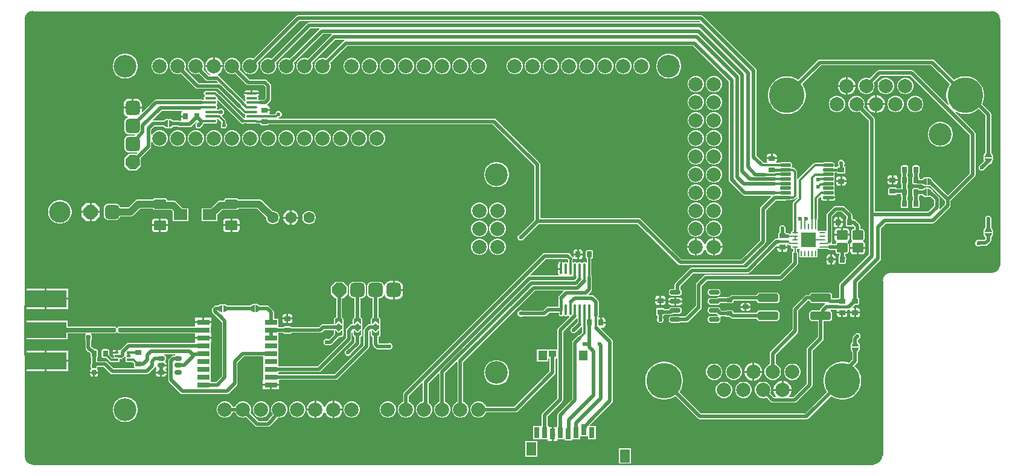
<source format=gtl>
G04*
G04 #@! TF.GenerationSoftware,Altium Limited,Altium Designer,22.0.2 (36)*
G04*
G04 Layer_Physical_Order=1*
G04 Layer_Color=255*
%FSLAX44Y44*%
%MOMM*%
G71*
G04*
G04 #@! TF.SameCoordinates,2F7B36FA-1CAB-4409-8D5E-7B144DD93BD5*
G04*
G04*
G04 #@! TF.FilePolarity,Positive*
G04*
G01*
G75*
%ADD10C,0.1500*%
%ADD11C,0.2000*%
%ADD12C,0.2540*%
%ADD16R,0.4920X0.3000*%
G04:AMPARAMS|DCode=17|XSize=0.6mm|YSize=0.6mm|CornerRadius=0.075mm|HoleSize=0mm|Usage=FLASHONLY|Rotation=90.000|XOffset=0mm|YOffset=0mm|HoleType=Round|Shape=RoundedRectangle|*
%AMROUNDEDRECTD17*
21,1,0.6000,0.4500,0,0,90.0*
21,1,0.4500,0.6000,0,0,90.0*
1,1,0.1500,0.2250,0.2250*
1,1,0.1500,0.2250,-0.2250*
1,1,0.1500,-0.2250,-0.2250*
1,1,0.1500,-0.2250,0.2250*
%
%ADD17ROUNDEDRECTD17*%
G04:AMPARAMS|DCode=18|XSize=0.6mm|YSize=0.6mm|CornerRadius=0.075mm|HoleSize=0mm|Usage=FLASHONLY|Rotation=0.000|XOffset=0mm|YOffset=0mm|HoleType=Round|Shape=RoundedRectangle|*
%AMROUNDEDRECTD18*
21,1,0.6000,0.4500,0,0,0.0*
21,1,0.4500,0.6000,0,0,0.0*
1,1,0.1500,0.2250,-0.2250*
1,1,0.1500,-0.2250,-0.2250*
1,1,0.1500,-0.2250,0.2250*
1,1,0.1500,0.2250,0.2250*
%
%ADD18ROUNDEDRECTD18*%
%ADD19R,1.3000X1.4000*%
%ADD20R,1.0000X0.9500*%
%ADD21R,0.8000X1.5000*%
%ADD22R,1.4000X1.9000*%
%ADD23R,5.8000X2.3000*%
%ADD24R,5.8000X2.4000*%
G04:AMPARAMS|DCode=25|XSize=1.75mm|YSize=1.35mm|CornerRadius=0.1688mm|HoleSize=0mm|Usage=FLASHONLY|Rotation=0.000|XOffset=0mm|YOffset=0mm|HoleType=Round|Shape=RoundedRectangle|*
%AMROUNDEDRECTD25*
21,1,1.7500,1.0125,0,0,0.0*
21,1,1.4125,1.3500,0,0,0.0*
1,1,0.3375,0.7063,-0.5063*
1,1,0.3375,-0.7063,-0.5063*
1,1,0.3375,-0.7063,0.5063*
1,1,0.3375,0.7063,0.5063*
%
%ADD25ROUNDEDRECTD25*%
%ADD26R,1.9000X1.5000*%
G04:AMPARAMS|DCode=27|XSize=0.75mm|YSize=0.9mm|CornerRadius=0.0938mm|HoleSize=0mm|Usage=FLASHONLY|Rotation=90.000|XOffset=0mm|YOffset=0mm|HoleType=Round|Shape=RoundedRectangle|*
%AMROUNDEDRECTD27*
21,1,0.7500,0.7125,0,0,90.0*
21,1,0.5625,0.9000,0,0,90.0*
1,1,0.1875,0.3563,0.2813*
1,1,0.1875,0.3563,-0.2813*
1,1,0.1875,-0.3563,-0.2813*
1,1,0.1875,-0.3563,0.2813*
%
%ADD27ROUNDEDRECTD27*%
G04:AMPARAMS|DCode=28|XSize=0.75mm|YSize=0.9mm|CornerRadius=0.0938mm|HoleSize=0mm|Usage=FLASHONLY|Rotation=180.000|XOffset=0mm|YOffset=0mm|HoleType=Round|Shape=RoundedRectangle|*
%AMROUNDEDRECTD28*
21,1,0.7500,0.7125,0,0,180.0*
21,1,0.5625,0.9000,0,0,180.0*
1,1,0.1875,-0.2813,0.3563*
1,1,0.1875,0.2813,0.3563*
1,1,0.1875,0.2813,-0.3563*
1,1,0.1875,-0.2813,-0.3563*
%
%ADD28ROUNDEDRECTD28*%
G04:AMPARAMS|DCode=29|XSize=0.6mm|YSize=1mm|CornerRadius=0.15mm|HoleSize=0mm|Usage=FLASHONLY|Rotation=90.000|XOffset=0mm|YOffset=0mm|HoleType=Round|Shape=RoundedRectangle|*
%AMROUNDEDRECTD29*
21,1,0.6000,0.7000,0,0,90.0*
21,1,0.3000,1.0000,0,0,90.0*
1,1,0.3000,0.3500,0.1500*
1,1,0.3000,0.3500,-0.1500*
1,1,0.3000,-0.3500,-0.1500*
1,1,0.3000,-0.3500,0.1500*
%
%ADD29ROUNDEDRECTD29*%
%ADD30R,1.8000X0.7000*%
%ADD31R,1.8000X0.8000*%
G04:AMPARAMS|DCode=32|XSize=0.6mm|YSize=0.9mm|CornerRadius=0.15mm|HoleSize=0mm|Usage=FLASHONLY|Rotation=90.000|XOffset=0mm|YOffset=0mm|HoleType=Round|Shape=RoundedRectangle|*
%AMROUNDEDRECTD32*
21,1,0.6000,0.6000,0,0,90.0*
21,1,0.3000,0.9000,0,0,90.0*
1,1,0.3000,0.3000,0.1500*
1,1,0.3000,0.3000,-0.1500*
1,1,0.3000,-0.3000,-0.1500*
1,1,0.3000,-0.3000,0.1500*
%
%ADD32ROUNDEDRECTD32*%
G04:AMPARAMS|DCode=33|XSize=2.9mm|YSize=1.2mm|CornerRadius=0.3mm|HoleSize=0mm|Usage=FLASHONLY|Rotation=180.000|XOffset=0mm|YOffset=0mm|HoleType=Round|Shape=RoundedRectangle|*
%AMROUNDEDRECTD33*
21,1,2.9000,0.6000,0,0,180.0*
21,1,2.3000,1.2000,0,0,180.0*
1,1,0.6000,-1.1500,0.3000*
1,1,0.6000,1.1500,0.3000*
1,1,0.6000,1.1500,-0.3000*
1,1,0.6000,-1.1500,-0.3000*
%
%ADD33ROUNDEDRECTD33*%
G04:AMPARAMS|DCode=34|XSize=0.45mm|YSize=1.5mm|CornerRadius=0.1125mm|HoleSize=0mm|Usage=FLASHONLY|Rotation=90.000|XOffset=0mm|YOffset=0mm|HoleType=Round|Shape=RoundedRectangle|*
%AMROUNDEDRECTD34*
21,1,0.4500,1.2750,0,0,90.0*
21,1,0.2250,1.5000,0,0,90.0*
1,1,0.2250,0.6375,0.1125*
1,1,0.2250,0.6375,-0.1125*
1,1,0.2250,-0.6375,-0.1125*
1,1,0.2250,-0.6375,0.1125*
%
%ADD34ROUNDEDRECTD34*%
G04:AMPARAMS|DCode=35|XSize=0.85mm|YSize=0.25mm|CornerRadius=0.0625mm|HoleSize=0mm|Usage=FLASHONLY|Rotation=270.000|XOffset=0mm|YOffset=0mm|HoleType=Round|Shape=RoundedRectangle|*
%AMROUNDEDRECTD35*
21,1,0.8500,0.1250,0,0,270.0*
21,1,0.7250,0.2500,0,0,270.0*
1,1,0.1250,-0.0625,-0.3625*
1,1,0.1250,-0.0625,0.3625*
1,1,0.1250,0.0625,0.3625*
1,1,0.1250,0.0625,-0.3625*
%
%ADD35ROUNDEDRECTD35*%
G04:AMPARAMS|DCode=36|XSize=0.85mm|YSize=0.25mm|CornerRadius=0.0625mm|HoleSize=0mm|Usage=FLASHONLY|Rotation=0.000|XOffset=0mm|YOffset=0mm|HoleType=Round|Shape=RoundedRectangle|*
%AMROUNDEDRECTD36*
21,1,0.8500,0.1250,0,0,0.0*
21,1,0.7250,0.2500,0,0,0.0*
1,1,0.1250,0.3625,-0.0625*
1,1,0.1250,-0.3625,-0.0625*
1,1,0.1250,-0.3625,0.0625*
1,1,0.1250,0.3625,0.0625*
%
%ADD36ROUNDEDRECTD36*%
%ADD37R,2.0000X2.0000*%
G04:AMPARAMS|DCode=38|XSize=0.6mm|YSize=1.45mm|CornerRadius=0.15mm|HoleSize=0mm|Usage=FLASHONLY|Rotation=90.000|XOffset=0mm|YOffset=0mm|HoleType=Round|Shape=RoundedRectangle|*
%AMROUNDEDRECTD38*
21,1,0.6000,1.1500,0,0,90.0*
21,1,0.3000,1.4500,0,0,90.0*
1,1,0.3000,0.5750,0.1500*
1,1,0.3000,0.5750,-0.1500*
1,1,0.3000,-0.5750,-0.1500*
1,1,0.3000,-0.5750,0.1500*
%
%ADD38ROUNDEDRECTD38*%
%ADD39O,1.6000X0.3500*%
%ADD40O,0.3500X1.6000*%
G04:AMPARAMS|DCode=41|XSize=1.35mm|YSize=1.55mm|CornerRadius=0.1688mm|HoleSize=0mm|Usage=FLASHONLY|Rotation=90.000|XOffset=0mm|YOffset=0mm|HoleType=Round|Shape=RoundedRectangle|*
%AMROUNDEDRECTD41*
21,1,1.3500,1.2125,0,0,90.0*
21,1,1.0125,1.5500,0,0,90.0*
1,1,0.3375,0.6063,0.5063*
1,1,0.3375,0.6063,-0.5063*
1,1,0.3375,-0.6063,-0.5063*
1,1,0.3375,-0.6063,0.5063*
%
%ADD41ROUNDEDRECTD41*%
%ADD42C,0.6000*%
%ADD43C,2.0000*%
%ADD44C,5.0000*%
%ADD45C,3.2000*%
G04:AMPARAMS|DCode=46|XSize=2.032mm|YSize=2.032mm|CornerRadius=0.508mm|HoleSize=0mm|Usage=FLASHONLY|Rotation=270.000|XOffset=0mm|YOffset=0mm|HoleType=Round|Shape=RoundedRectangle|*
%AMROUNDEDRECTD46*
21,1,2.0320,1.0160,0,0,270.0*
21,1,1.0160,2.0320,0,0,270.0*
1,1,1.0160,-0.5080,-0.5080*
1,1,1.0160,-0.5080,0.5080*
1,1,1.0160,0.5080,0.5080*
1,1,1.0160,0.5080,-0.5080*
%
%ADD46ROUNDEDRECTD46*%
%ADD47P,2.1994X8X292.5*%
%ADD48P,2.1994X8X202.5*%
G04:AMPARAMS|DCode=49|XSize=2.032mm|YSize=2.032mm|CornerRadius=0.508mm|HoleSize=0mm|Usage=FLASHONLY|Rotation=180.000|XOffset=0mm|YOffset=0mm|HoleType=Round|Shape=RoundedRectangle|*
%AMROUNDEDRECTD49*
21,1,2.0320,1.0160,0,0,180.0*
21,1,1.0160,2.0320,0,0,180.0*
1,1,1.0160,-0.5080,0.5080*
1,1,1.0160,0.5080,0.5080*
1,1,1.0160,0.5080,-0.5080*
1,1,1.0160,-0.5080,-0.5080*
%
%ADD49ROUNDEDRECTD49*%
%ADD50C,1.6000*%
%ADD51R,1.0000X0.5000*%
G04:AMPARAMS|DCode=52|XSize=0.3mm|YSize=1mm|CornerRadius=0.075mm|HoleSize=0mm|Usage=FLASHONLY|Rotation=90.000|XOffset=0mm|YOffset=0mm|HoleType=Round|Shape=RoundedRectangle|*
%AMROUNDEDRECTD52*
21,1,0.3000,0.8500,0,0,90.0*
21,1,0.1500,1.0000,0,0,90.0*
1,1,0.1500,0.4250,0.0750*
1,1,0.1500,0.4250,-0.0750*
1,1,0.1500,-0.4250,-0.0750*
1,1,0.1500,-0.4250,0.0750*
%
%ADD52ROUNDEDRECTD52*%
%ADD53C,0.5000*%
%ADD54C,0.3000*%
%ADD55C,0.4000*%
%ADD56C,0.6500*%
%ADD57C,0.6200*%
%ADD58C,1.0000*%
%ADD59C,0.7700*%
%ADD60C,3.0000*%
G36*
X1357803Y634610D02*
X1359652Y633844D01*
X1361316Y632732D01*
X1362732Y631317D01*
X1363843Y629652D01*
X1364609Y627803D01*
X1365000Y625841D01*
Y624840D01*
Y279250D01*
Y278296D01*
X1364628Y276425D01*
X1363898Y274662D01*
X1362838Y273076D01*
X1361488Y271727D01*
X1359902Y270667D01*
X1358139Y269937D01*
X1356268Y269564D01*
X1213316D01*
X1212071Y269503D01*
X1209629Y269018D01*
X1207329Y268065D01*
X1205259Y266682D01*
X1203499Y264921D01*
X1202115Y262851D01*
X1201163Y260551D01*
X1200677Y258109D01*
X1200616Y256864D01*
Y12680D01*
Y11431D01*
X1200128Y8982D01*
X1199173Y6674D01*
X1197785Y4597D01*
X1196019Y2831D01*
X1193942Y1443D01*
X1191634Y487D01*
X1189184Y0D01*
X848983D01*
Y21775D01*
X831983D01*
Y0D01*
X9164D01*
X7200Y391D01*
X5350Y1157D01*
X3685Y2269D01*
X2269Y3685D01*
X1157Y5350D01*
X391Y7200D01*
X0Y9164D01*
Y10165D01*
Y129960D01*
X26730D01*
Y144500D01*
Y159040D01*
X0D01*
Y175000D01*
X58500D01*
Y183157D01*
X84461D01*
X84600Y182774D01*
X84673Y181887D01*
X84129Y181524D01*
X83632Y180780D01*
X83457Y179902D01*
Y175402D01*
X83632Y174524D01*
X83923Y174088D01*
Y172404D01*
X83921Y172393D01*
X83921Y172393D01*
Y163001D01*
X83921Y163001D01*
X84231Y161440D01*
X85115Y160117D01*
X88044Y157188D01*
X88044Y157188D01*
X89367Y156304D01*
X89756Y156227D01*
X90702Y155280D01*
Y151438D01*
X90891Y150486D01*
X91430Y149680D01*
X91922Y149352D01*
Y141563D01*
X91631Y141128D01*
X91456Y140250D01*
Y135750D01*
X91631Y134872D01*
X91921Y134437D01*
X91842Y133202D01*
X91737Y132862D01*
X91378Y132622D01*
X90651Y131534D01*
X90396Y130250D01*
Y129270D01*
X96000D01*
X101604D01*
Y130250D01*
X101349Y131534D01*
X100622Y132622D01*
X100263Y132862D01*
X100158Y133202D01*
X100079Y134437D01*
X100370Y134872D01*
X100544Y135750D01*
Y135868D01*
X109955D01*
X118802Y127021D01*
X118802Y127021D01*
X120125Y126136D01*
X121686Y125826D01*
X121686Y125826D01*
X169404D01*
X169404Y125826D01*
X170965Y126136D01*
X172288Y127021D01*
X180384Y135116D01*
X181193Y136328D01*
X181634Y136368D01*
X182514Y136196D01*
X182730Y135111D01*
X183623Y133775D01*
Y132600D01*
X182730Y131264D01*
X182417Y129688D01*
Y129458D01*
X190036D01*
X197655D01*
Y129688D01*
X197341Y131264D01*
X196448Y132600D01*
Y133775D01*
X197341Y135111D01*
X197655Y136687D01*
Y136917D01*
X190036D01*
Y139458D01*
X197655D01*
Y139688D01*
X197341Y141264D01*
X196448Y142600D01*
X195776Y143049D01*
X195699Y144525D01*
X196362Y145517D01*
X196595Y146687D01*
Y149688D01*
X196362Y150858D01*
X195699Y151850D01*
X194706Y152513D01*
X194011Y152652D01*
X194137Y153922D01*
X209935D01*
X210060Y152652D01*
X209365Y152513D01*
X208373Y151850D01*
X208316Y151766D01*
X207188D01*
X207188Y151766D01*
X205627Y151455D01*
X204304Y150571D01*
X201116Y147384D01*
X200232Y146061D01*
X199922Y144500D01*
X199922Y144500D01*
Y118000D01*
X199922Y118000D01*
X200232Y116439D01*
X201116Y115116D01*
X217116Y99116D01*
X217116Y99116D01*
X218439Y98232D01*
X220000Y97922D01*
X220000Y97922D01*
X282000D01*
X282000Y97922D01*
X283561Y98232D01*
X284884Y99116D01*
X295884Y110116D01*
X295884Y110116D01*
X296768Y111439D01*
X297078Y113000D01*
Y141901D01*
X306099Y150922D01*
X332602D01*
X333500Y150024D01*
Y149500D01*
X333500Y148230D01*
Y139770D01*
X333500Y138500D01*
X333500Y137230D01*
Y128770D01*
X333500Y127500D01*
X333500Y126230D01*
Y117040D01*
X332460D01*
Y112270D01*
X355540D01*
Y117040D01*
X356445Y117922D01*
X435000D01*
X435000Y117922D01*
X436561Y118232D01*
X437884Y119116D01*
X480884Y162116D01*
X481768Y163439D01*
X482078Y165000D01*
X482078Y165000D01*
Y185608D01*
X482914Y186274D01*
X484076Y185766D01*
Y181000D01*
X484156Y180808D01*
Y180750D01*
X484331Y179872D01*
X484828Y179128D01*
X485572Y178631D01*
X486450Y178456D01*
X486622D01*
Y167929D01*
X486622Y167929D01*
X486932Y166368D01*
X487816Y165045D01*
X490745Y162116D01*
X490745Y162116D01*
X492068Y161232D01*
X493629Y160922D01*
X508087D01*
X509105Y160500D01*
X510895D01*
X512549Y161185D01*
X513815Y162451D01*
X514500Y164105D01*
Y165895D01*
X513815Y167549D01*
X512549Y168815D01*
X510895Y169500D01*
X509105D01*
X508087Y169078D01*
X495318D01*
X494778Y169618D01*
Y178456D01*
X494950D01*
X495828Y178631D01*
X496572Y179128D01*
X497069Y179872D01*
X497244Y180750D01*
Y180808D01*
X497324Y181000D01*
Y187500D01*
X497323Y187501D01*
X497324Y187501D01*
X497323Y187502D01*
X497200Y188000D01*
X497200Y188000D01*
Y189202D01*
X497324Y189500D01*
Y194500D01*
X497200Y194799D01*
Y196000D01*
X497200D01*
X497148Y196077D01*
X497324Y196500D01*
Y203000D01*
X497244Y203192D01*
Y203250D01*
X497069Y204128D01*
X496572Y204872D01*
X495828Y205370D01*
X494950Y205544D01*
X494778D01*
Y232283D01*
X495780D01*
X497498Y232509D01*
X499098Y233172D01*
X500473Y234227D01*
X501528Y235602D01*
X502191Y237202D01*
X502235Y237540D01*
X503516D01*
X503596Y236931D01*
X504364Y235077D01*
X505585Y233485D01*
X507177Y232264D01*
X509031Y231496D01*
X511020Y231234D01*
X514830D01*
Y244000D01*
Y256766D01*
X511020D01*
X509031Y256504D01*
X507177Y255736D01*
X505585Y254515D01*
X504364Y252923D01*
X503596Y251069D01*
X503516Y250460D01*
X502235D01*
X502191Y250798D01*
X501528Y252398D01*
X500473Y253773D01*
X499098Y254828D01*
X497498Y255491D01*
X495780Y255717D01*
X485620D01*
X483902Y255491D01*
X482302Y254828D01*
X480927Y253773D01*
X479872Y252398D01*
X479209Y250798D01*
X478983Y249080D01*
Y238920D01*
X479209Y237202D01*
X479872Y235602D01*
X480927Y234227D01*
X482302Y233172D01*
X483902Y232509D01*
X485620Y232283D01*
X486622D01*
Y205544D01*
X486450D01*
X485572Y205370D01*
X484828Y204872D01*
X484331Y204128D01*
X484156Y203250D01*
Y203192D01*
X484076Y203000D01*
Y196500D01*
X482903Y196078D01*
X482500D01*
X480939Y195768D01*
X479616Y194884D01*
X479616Y194884D01*
X475116Y190384D01*
X474232Y189061D01*
X473922Y187500D01*
X473922Y187500D01*
Y166689D01*
X433311Y126078D01*
X355398D01*
X354500Y126976D01*
Y128024D01*
X355398Y128922D01*
X411000D01*
X411000Y128922D01*
X412561Y129232D01*
X413884Y130116D01*
X455884Y172116D01*
X455884Y172116D01*
X456768Y173439D01*
X457078Y175000D01*
Y184537D01*
X457406Y184767D01*
X458676Y184106D01*
Y181000D01*
X458756Y180808D01*
Y180750D01*
X458931Y179872D01*
X459428Y179128D01*
X460172Y178631D01*
X461050Y178456D01*
X461222D01*
Y170990D01*
X450469Y160236D01*
X449451Y159815D01*
X448185Y158549D01*
X447500Y156895D01*
Y155105D01*
X448185Y153451D01*
X449451Y152185D01*
X451105Y151500D01*
X452895D01*
X454549Y152185D01*
X455815Y153451D01*
X456236Y154469D01*
X468184Y166416D01*
X468184Y166416D01*
X469068Y167740D01*
X469379Y169300D01*
X469379Y169300D01*
Y178456D01*
X469550D01*
X470428Y178631D01*
X471172Y179128D01*
X471669Y179872D01*
X471844Y180750D01*
Y180808D01*
X471924Y181000D01*
Y187500D01*
X471923Y187501D01*
X471924Y187501D01*
X471923Y187502D01*
X471800Y188000D01*
X471800Y188000D01*
Y189202D01*
X471924Y189500D01*
Y194500D01*
X471800Y194799D01*
Y196000D01*
X471800D01*
X471748Y196077D01*
X471924Y196500D01*
Y203000D01*
X471844Y203192D01*
Y203250D01*
X471669Y204128D01*
X471172Y204872D01*
X470428Y205370D01*
X469550Y205544D01*
X469378D01*
Y232283D01*
X470380D01*
X472098Y232509D01*
X473698Y233172D01*
X475073Y234227D01*
X476128Y235602D01*
X476791Y237202D01*
X477017Y238920D01*
Y249080D01*
X476791Y250798D01*
X476128Y252398D01*
X475073Y253773D01*
X473698Y254828D01*
X472098Y255491D01*
X470380Y255717D01*
X460220D01*
X458502Y255491D01*
X456902Y254828D01*
X455527Y253773D01*
X454472Y252398D01*
X453809Y250798D01*
X453583Y249080D01*
Y238920D01*
X453809Y237202D01*
X454472Y235602D01*
X455527Y234227D01*
X456902Y233172D01*
X458502Y232509D01*
X460220Y232283D01*
X461222D01*
Y205544D01*
X461050D01*
X460172Y205370D01*
X459428Y204872D01*
X458931Y204128D01*
X458756Y203250D01*
Y203192D01*
X458676Y203000D01*
Y197038D01*
X458123Y196253D01*
X457516Y195982D01*
X456440Y195768D01*
X455116Y194884D01*
X455116Y194884D01*
X450116Y189884D01*
X449232Y188561D01*
X448922Y187000D01*
X448922Y187000D01*
Y176689D01*
X409311Y137078D01*
X355398D01*
X354500Y137976D01*
Y138500D01*
X354500Y139770D01*
Y148230D01*
X354500Y149500D01*
X354500Y150770D01*
Y159230D01*
X354500Y160500D01*
X354500Y161770D01*
Y170230D01*
X354500Y171500D01*
X354500Y172770D01*
Y181230D01*
X354500Y182500D01*
X354500D01*
Y182500D01*
X354500D01*
Y183922D01*
X361352D01*
X361680Y183430D01*
X362486Y182891D01*
X363438Y182702D01*
X370563D01*
X371514Y182891D01*
X372320Y183430D01*
X372648Y183922D01*
X413000D01*
X413000Y183922D01*
X414561Y184232D01*
X415884Y185116D01*
X418689Y187922D01*
X432095D01*
X432376Y187500D01*
Y182144D01*
X425311Y175078D01*
X423913D01*
X422895Y175500D01*
X421105D01*
X419451Y174815D01*
X418185Y173549D01*
X417500Y171895D01*
Y170105D01*
X418185Y168451D01*
X419451Y167185D01*
X421105Y166500D01*
X422895D01*
X423913Y166922D01*
X427000D01*
X427000Y166922D01*
X428561Y167232D01*
X429884Y168116D01*
X439236Y177469D01*
X440561Y177732D01*
X441644Y178456D01*
X443250D01*
X444128Y178631D01*
X444872Y179128D01*
X445369Y179872D01*
X445544Y180750D01*
Y180808D01*
X445624Y181000D01*
Y187500D01*
X445624Y187500D01*
X445624Y187501D01*
X445623Y187502D01*
X445500Y188000D01*
X445500Y188000D01*
Y189202D01*
X445624Y189500D01*
Y194500D01*
X445500Y194799D01*
Y196000D01*
X445500D01*
X445448Y196077D01*
X445624Y196500D01*
Y203000D01*
X445544Y203192D01*
Y203250D01*
X445369Y204128D01*
X444872Y204872D01*
X444128Y205369D01*
X443528Y205489D01*
Y232340D01*
X445730D01*
X451560Y238170D01*
Y249830D01*
X445730Y255660D01*
X434070D01*
X428240Y249830D01*
Y238170D01*
X434070Y232340D01*
X435372D01*
Y205544D01*
X434750D01*
X433872Y205369D01*
X433128Y204872D01*
X432631Y204128D01*
X432456Y203250D01*
Y203192D01*
X432376Y203000D01*
Y196500D01*
X431203Y196078D01*
X417000D01*
X417000Y196078D01*
X415439Y195768D01*
X414116Y194884D01*
X414116Y194884D01*
X411311Y192078D01*
X372648D01*
X372320Y192570D01*
X371514Y193109D01*
X370563Y193298D01*
X363438D01*
X362486Y193109D01*
X361680Y192570D01*
X361352Y192078D01*
X355398D01*
X354500Y192976D01*
Y193500D01*
X354500Y194770D01*
Y204000D01*
X348078D01*
Y213000D01*
X348078Y213000D01*
X347768Y214561D01*
X346884Y215884D01*
X341884Y220884D01*
X340561Y221768D01*
X339000Y222078D01*
X339000Y222078D01*
X328564D01*
X328136Y222636D01*
X326778Y223678D01*
X325197Y224333D01*
X323739Y224525D01*
X323500Y224624D01*
X322500D01*
X321750Y224313D01*
X321591Y224379D01*
X321000Y224624D01*
X320001Y224624D01*
X320000Y224624D01*
X320000Y224624D01*
X319761Y224524D01*
X318303Y224333D01*
X316722Y223678D01*
X316126Y223220D01*
X314862Y222697D01*
X314244Y222078D01*
X300000D01*
X300000Y222078D01*
X299527Y221984D01*
X283980D01*
X283362Y222603D01*
X282099Y223126D01*
X281502Y223584D01*
X279921Y224239D01*
X278463Y224431D01*
X278224Y224530D01*
X277224D01*
X276474Y224219D01*
X276315Y224285D01*
X275724Y224530D01*
X274725Y224530D01*
X274724Y224530D01*
X274724Y224530D01*
X274485Y224431D01*
X273027Y224239D01*
X271446Y223584D01*
X270088Y222542D01*
X269660Y221984D01*
X266571D01*
X265010Y221674D01*
X263687Y220790D01*
X263687Y220790D01*
X262840Y219943D01*
X261956Y218620D01*
X261646Y217059D01*
X261646Y217059D01*
Y214178D01*
X261646Y214178D01*
X261956Y212617D01*
X262840Y211294D01*
X271518Y202616D01*
X271518Y202616D01*
X272008Y202289D01*
X275327Y198970D01*
Y123189D01*
X267216Y115078D01*
X260398D01*
X259500Y115976D01*
X259500Y117270D01*
Y126230D01*
X259500Y127500D01*
X259500Y128770D01*
Y137230D01*
X259500Y138500D01*
X259500Y139770D01*
Y149500D01*
X259500D01*
X259500Y150770D01*
Y159230D01*
X259500Y160500D01*
X259500D01*
Y160500D01*
X259500D01*
Y170460D01*
X260540D01*
Y175730D01*
X237460D01*
Y170460D01*
X236348Y170078D01*
X144723D01*
X144723Y170078D01*
X143162Y169768D01*
X141839Y168884D01*
X141839Y168884D01*
X133656Y160701D01*
X132660Y160040D01*
X128930D01*
Y156000D01*
X127660D01*
Y154730D01*
X122660D01*
Y151960D01*
X123700D01*
Y149059D01*
X121517D01*
X117298Y153278D01*
Y158562D01*
X117109Y159514D01*
X116570Y160320D01*
X115764Y160859D01*
X114812Y161048D01*
X109187D01*
X108236Y160859D01*
X107430Y160320D01*
X106891Y159514D01*
X106702Y158562D01*
Y151438D01*
X106891Y150486D01*
X107430Y149680D01*
X108236Y149141D01*
X109187Y148952D01*
X112972D01*
X118087Y143837D01*
X118087Y143837D01*
X119079Y143174D01*
X120250Y142941D01*
X127660D01*
X127956Y143000D01*
X131620D01*
Y147431D01*
X133999D01*
X135365Y147703D01*
X136523Y148477D01*
X137208Y149162D01*
X137560Y149232D01*
X138883Y150116D01*
X139110Y150456D01*
X140380Y150070D01*
Y143000D01*
X144045D01*
X144340Y142941D01*
X150073D01*
X151952Y141062D01*
Y137278D01*
X152142Y136327D01*
X152680Y135520D01*
X153081Y135253D01*
X152696Y133983D01*
X123375D01*
X114528Y142830D01*
X113205Y143714D01*
X111644Y144025D01*
X111644Y144025D01*
X100078D01*
Y149352D01*
X100570Y149680D01*
X101109Y150486D01*
X101298Y151438D01*
Y158562D01*
X101109Y159514D01*
X100570Y160320D01*
X99764Y160859D01*
X98813Y161048D01*
X96470D01*
X94562Y162956D01*
X93239Y163840D01*
X92851Y163917D01*
X92078Y164690D01*
Y172385D01*
X92080Y172395D01*
Y174088D01*
X92371Y174524D01*
X92545Y175402D01*
Y179902D01*
X92371Y180780D01*
X91874Y181524D01*
X91330Y181887D01*
X91402Y182774D01*
X91541Y183157D01*
X123000D01*
X124503Y183456D01*
X125250D01*
X126128Y183631D01*
X126872Y184128D01*
X127343Y184833D01*
X127585Y184872D01*
X128414D01*
X128657Y184833D01*
X129128Y184128D01*
X129872Y183631D01*
X130750Y183456D01*
X131497D01*
X133000Y183157D01*
X237460D01*
Y178270D01*
X260540D01*
Y183540D01*
X259500D01*
Y192960D01*
X260540D01*
Y197730D01*
X237460D01*
Y192960D01*
X236238Y192843D01*
X133000D01*
X131497Y192544D01*
X130750D01*
X129872Y192369D01*
X129128Y191872D01*
X128657Y191167D01*
X128414Y191128D01*
X127585D01*
X127343Y191167D01*
X126872Y191872D01*
X126128Y192369D01*
X125250Y192544D01*
X124503D01*
X123000Y192843D01*
X58500D01*
Y201000D01*
X0D01*
Y217260D01*
X26730D01*
Y231800D01*
Y246340D01*
X0D01*
Y625274D01*
Y626232D01*
X374Y628111D01*
X1107Y629881D01*
X2171Y631474D01*
X3526Y632829D01*
X5119Y633893D01*
X6889Y634626D01*
X8768Y635000D01*
X1355840D01*
X1357803Y634610D01*
D02*
G37*
G36*
X321000Y223000D02*
Y213000D01*
X320000D01*
X315000Y218000D01*
X320000Y223000D01*
X321000Y223000D01*
D02*
G37*
G36*
X328500Y218000D02*
X323500Y213000D01*
X322500Y213000D01*
Y223000D01*
X323500D01*
X328500Y218000D01*
D02*
G37*
G36*
X275724Y222906D02*
Y212906D01*
X274724D01*
X269724Y217906D01*
X274724Y222906D01*
X275724Y222906D01*
D02*
G37*
G36*
X283224Y217906D02*
X278224Y212906D01*
X277224Y212906D01*
Y222906D01*
X278224D01*
X283224Y217906D01*
D02*
G37*
G36*
X470300Y196500D02*
X469300Y196500D01*
X465800Y200000D01*
X464799Y200000D01*
X461300Y196501D01*
X460300Y196500D01*
Y203000D01*
X470300D01*
Y196500D01*
D02*
G37*
G36*
X495700Y196500D02*
X494700Y196500D01*
X491200Y200000D01*
X490199Y200000D01*
X486700Y196501D01*
X485700Y196500D01*
Y203000D01*
X495700D01*
Y196500D01*
D02*
G37*
G36*
X444000Y196500D02*
X443000Y196500D01*
X439500Y200000D01*
X438499Y200000D01*
X435000Y196500D01*
X434000Y196500D01*
Y203000D01*
X444000D01*
Y196500D01*
D02*
G37*
G36*
X468800Y194500D02*
X470300D01*
Y189500D01*
X468800D01*
X465300Y185750D01*
X461800Y189500D01*
X460300D01*
Y193000D01*
Y194500D01*
X461800D01*
X465299Y198001D01*
X468800Y194500D01*
D02*
G37*
G36*
X494200Y194500D02*
X495700D01*
Y189500D01*
X494200D01*
X490700Y185750D01*
X487200Y189500D01*
X485700D01*
Y193000D01*
Y194500D01*
X487200D01*
X490699Y198001D01*
X494200Y194500D01*
D02*
G37*
G36*
X442500Y194500D02*
X444000D01*
Y189500D01*
X442500D01*
X439000Y185750D01*
X435500Y189500D01*
X434000D01*
Y193000D01*
Y194500D01*
X435500D01*
X438999Y198001D01*
X442500Y194500D01*
D02*
G37*
G36*
X464800Y184000D02*
X465801Y184000D01*
X469300Y187500D01*
X470300Y187500D01*
Y181000D01*
X460300D01*
Y187500D01*
X461300Y187500D01*
X464800Y184000D01*
D02*
G37*
G36*
X490200Y184000D02*
X491201Y184000D01*
X494700Y187500D01*
X495700Y187500D01*
Y181000D01*
X485700D01*
Y187500D01*
X486700Y187500D01*
X490200Y184000D01*
D02*
G37*
G36*
X438500Y184000D02*
X439501Y184000D01*
X443000Y187500D01*
X444000Y187500D01*
Y181000D01*
X434000D01*
Y187500D01*
X435000Y187500D01*
X438500Y184000D01*
D02*
G37*
%LPC*%
G36*
X947200Y630078D02*
X947200Y630078D01*
X382165D01*
X382165Y630078D01*
X380605Y629768D01*
X379281Y628884D01*
X319727Y569329D01*
X319404Y569516D01*
X316479Y570300D01*
X313451D01*
X310526Y569516D01*
X307904Y568002D01*
X305763Y565861D01*
X304249Y563239D01*
X303465Y560314D01*
Y557286D01*
X304249Y554361D01*
X305763Y551739D01*
X307904Y549598D01*
X310526Y548083D01*
X313451Y547300D01*
X316479D01*
X319404Y548083D01*
X322026Y549598D01*
X324167Y551739D01*
X325681Y554361D01*
X326465Y557286D01*
Y560314D01*
X325681Y563239D01*
X325495Y563562D01*
X383854Y621922D01*
X945112D01*
X945531Y621348D01*
X944885Y620078D01*
X397565D01*
X397565Y620078D01*
X396004Y619768D01*
X394681Y618884D01*
X345127Y569329D01*
X344804Y569516D01*
X341879Y570300D01*
X338851D01*
X335926Y569516D01*
X333304Y568002D01*
X331163Y565861D01*
X329649Y563239D01*
X328865Y560314D01*
Y557286D01*
X329649Y554361D01*
X331163Y551739D01*
X333304Y549598D01*
X335926Y548083D01*
X338851Y547300D01*
X341879D01*
X344804Y548083D01*
X347426Y549598D01*
X349567Y551739D01*
X351081Y554361D01*
X351865Y557286D01*
Y560314D01*
X351081Y563239D01*
X350895Y563562D01*
X399255Y611922D01*
X411364D01*
X411615Y611559D01*
X411849Y610652D01*
X370527Y569329D01*
X370204Y569516D01*
X367279Y570300D01*
X364251D01*
X361326Y569516D01*
X358704Y568002D01*
X356563Y565861D01*
X355049Y563239D01*
X354265Y560314D01*
Y557286D01*
X355049Y554361D01*
X356563Y551739D01*
X358704Y549598D01*
X361326Y548083D01*
X364251Y547300D01*
X367279D01*
X370204Y548083D01*
X372826Y549598D01*
X374967Y551739D01*
X376481Y554361D01*
X377265Y557286D01*
Y560314D01*
X376481Y563239D01*
X376295Y563562D01*
X416655Y603922D01*
X428764D01*
X429015Y603559D01*
X429249Y602652D01*
X395927Y569329D01*
X395604Y569516D01*
X392679Y570300D01*
X389651D01*
X386726Y569516D01*
X384104Y568002D01*
X381963Y565861D01*
X380449Y563239D01*
X379665Y560314D01*
Y557286D01*
X380449Y554361D01*
X381963Y551739D01*
X384104Y549598D01*
X386726Y548083D01*
X389651Y547300D01*
X392679D01*
X395604Y548083D01*
X398226Y549598D01*
X400367Y551739D01*
X401881Y554361D01*
X402665Y557286D01*
Y560314D01*
X401881Y563239D01*
X401695Y563562D01*
X434054Y595922D01*
X446819D01*
X447008Y595356D01*
X447030Y594652D01*
X445881Y593884D01*
X445881Y593884D01*
X421327Y569329D01*
X421004Y569516D01*
X418079Y570300D01*
X415051D01*
X412126Y569516D01*
X409504Y568002D01*
X407363Y565861D01*
X405849Y563239D01*
X405065Y560314D01*
Y557286D01*
X405849Y554361D01*
X407363Y551739D01*
X409504Y549598D01*
X412126Y548083D01*
X415051Y547300D01*
X418079D01*
X421004Y548083D01*
X423626Y549598D01*
X425767Y551739D01*
X427281Y554361D01*
X428065Y557286D01*
Y560314D01*
X427281Y563239D01*
X427095Y563562D01*
X450454Y586922D01*
X936118D01*
X985922Y537118D01*
Y399000D01*
X985922Y399000D01*
X986232Y397439D01*
X987116Y396116D01*
X1005406Y377826D01*
X1006729Y376942D01*
X1008290Y376632D01*
X1008290Y376632D01*
X1044962D01*
X1045448Y375458D01*
X1031106Y361117D01*
X1030222Y359794D01*
X1029912Y358233D01*
X1029912Y358233D01*
Y314156D01*
X1002834Y287078D01*
X919689D01*
X862884Y343884D01*
X861561Y344768D01*
X860000Y345078D01*
X860000Y345078D01*
X721616D01*
Y420462D01*
X721616Y420462D01*
X721306Y422023D01*
X720422Y423346D01*
X720422Y423346D01*
X659884Y483884D01*
X658561Y484768D01*
X657000Y485078D01*
X657000Y485078D01*
X355352D01*
X354673Y486348D01*
X354774Y486500D01*
X355495D01*
X357149Y487185D01*
X358415Y488451D01*
X359100Y490105D01*
Y491895D01*
X358415Y493549D01*
X357149Y494815D01*
X355495Y495500D01*
X353705D01*
X352051Y494815D01*
X350785Y493549D01*
X350100Y491895D01*
Y491638D01*
X349521Y491059D01*
X342182D01*
X341503Y492329D01*
X341838Y492831D01*
X342108Y494188D01*
Y495730D01*
X335000D01*
Y498270D01*
X342108D01*
Y499813D01*
X341838Y501169D01*
X341070Y502320D01*
X339919Y503088D01*
X338788Y503313D01*
X338482Y503974D01*
X338396Y504628D01*
X343249Y509481D01*
X344133Y510804D01*
X344443Y512365D01*
Y531000D01*
X344443Y531000D01*
X344133Y532561D01*
X343249Y533884D01*
X343249Y533884D01*
X338249Y538884D01*
X336926Y539768D01*
X335365Y540078D01*
X335365Y540078D01*
X314054D01*
X300095Y554038D01*
X300281Y554361D01*
X301065Y557286D01*
Y560314D01*
X300281Y563239D01*
X298767Y565861D01*
X296626Y568002D01*
X294004Y569516D01*
X291079Y570300D01*
X288051D01*
X285126Y569516D01*
X282504Y568002D01*
X280363Y565861D01*
X278849Y563239D01*
X278065Y560314D01*
Y557286D01*
X278849Y554361D01*
X280363Y551739D01*
X282504Y549598D01*
X285126Y548083D01*
X288051Y547300D01*
X291079D01*
X294004Y548083D01*
X294327Y548270D01*
X309481Y533116D01*
X310804Y532232D01*
X312365Y531922D01*
X312365Y531922D01*
X333676D01*
X336287Y529311D01*
Y514054D01*
X333674Y511442D01*
X329000D01*
X327439Y511131D01*
X327015Y510847D01*
X326405Y510997D01*
X325865Y512438D01*
X326061Y512732D01*
X326314Y514000D01*
X326061Y515268D01*
X325343Y516343D01*
Y516906D01*
X326093Y517407D01*
X327041Y518826D01*
X327121Y519230D01*
X316750D01*
X306379D01*
X306459Y518826D01*
X307407Y517407D01*
X308157Y516906D01*
Y516343D01*
X307439Y515268D01*
X307186Y514000D01*
X307439Y512732D01*
X308157Y511657D01*
X308371Y511514D01*
Y509986D01*
X308157Y509843D01*
X307878Y509426D01*
X307536Y509294D01*
X306344Y509278D01*
X306203Y509419D01*
X305735Y510119D01*
X272646Y543209D01*
X272576Y543561D01*
X271691Y544884D01*
X270368Y545768D01*
X269423Y545956D01*
X269324Y546232D01*
X269288Y547278D01*
X271865Y548765D01*
X274200Y551100D01*
X275850Y553960D01*
X276705Y557149D01*
Y557530D01*
X251625D01*
Y557149D01*
X252480Y553960D01*
X254130Y551100D01*
X256465Y548765D01*
X258920Y547348D01*
X258579Y546078D01*
X257254D01*
X249295Y554038D01*
X249481Y554361D01*
X250265Y557286D01*
Y560314D01*
X249481Y563239D01*
X247967Y565861D01*
X245826Y568002D01*
X243204Y569516D01*
X240279Y570300D01*
X237251D01*
X234326Y569516D01*
X231704Y568002D01*
X229563Y565861D01*
X228049Y563239D01*
X227265Y560314D01*
Y557286D01*
X228049Y554361D01*
X229563Y551739D01*
X231704Y549598D01*
X234326Y548083D01*
X237251Y547300D01*
X240279D01*
X243204Y548083D01*
X243527Y548270D01*
X252681Y539116D01*
X254004Y538232D01*
X255565Y537922D01*
X255565Y537922D01*
X267839D01*
X269509Y536252D01*
X269023Y535078D01*
X242854D01*
X223895Y554038D01*
X224081Y554361D01*
X224865Y557286D01*
Y560314D01*
X224081Y563239D01*
X222567Y565861D01*
X220426Y568002D01*
X217804Y569516D01*
X214879Y570300D01*
X211851D01*
X208926Y569516D01*
X206304Y568002D01*
X204163Y565861D01*
X202649Y563239D01*
X201865Y560314D01*
Y557286D01*
X202649Y554361D01*
X204163Y551739D01*
X206304Y549598D01*
X208926Y548083D01*
X211851Y547300D01*
X214879D01*
X217804Y548083D01*
X218127Y548270D01*
X238281Y528116D01*
X239604Y527232D01*
X241165Y526922D01*
X241165Y526922D01*
X269311D01*
X297116Y499116D01*
X297116Y499116D01*
X298439Y498232D01*
X299691Y497983D01*
X305337Y492337D01*
X305337Y492337D01*
X306329Y491674D01*
X307500Y491441D01*
X307514D01*
X307847Y490874D01*
X308042Y490171D01*
X307439Y489268D01*
X307186Y488000D01*
X307439Y486732D01*
X306804Y485396D01*
X306546Y485330D01*
X306387Y485381D01*
X274637Y517130D01*
X274134Y517884D01*
X272811Y518768D01*
X271518Y519025D01*
X269630Y520913D01*
X269383Y521078D01*
X268296Y522165D01*
X267843Y522843D01*
X266768Y523561D01*
X265500Y523814D01*
X253000D01*
X251732Y523561D01*
X250657Y522843D01*
X249939Y521768D01*
X249686Y520500D01*
X249939Y519232D01*
X250657Y518157D01*
X250871Y518014D01*
Y516486D01*
X250657Y516343D01*
X249939Y515268D01*
X249686Y514000D01*
X249939Y512732D01*
X250027Y512600D01*
X249757Y511343D01*
X249550Y511081D01*
X248897Y511043D01*
X248561Y511268D01*
X247000Y511578D01*
X182800D01*
X182800Y511578D01*
X181239Y511268D01*
X179916Y510384D01*
X179916Y510384D01*
X163970Y494438D01*
X162785Y495011D01*
X162766Y495029D01*
Y498830D01*
X150000D01*
X137234D01*
Y495020D01*
X137496Y493031D01*
X138264Y491177D01*
X139485Y489585D01*
X141077Y488364D01*
X142931Y487596D01*
X143539Y487516D01*
Y486235D01*
X143202Y486191D01*
X141602Y485528D01*
X140227Y484473D01*
X139172Y483098D01*
X138509Y481498D01*
X138283Y479780D01*
Y469620D01*
X138509Y467902D01*
X139172Y466302D01*
X140227Y464927D01*
X141602Y463872D01*
X143202Y463209D01*
X144920Y462983D01*
X153255D01*
X153904Y461768D01*
X153430Y461017D01*
X144920D01*
X143202Y460791D01*
X141602Y460128D01*
X140227Y459073D01*
X139172Y457698D01*
X138509Y456098D01*
X138283Y454380D01*
Y444220D01*
X138509Y442502D01*
X139172Y440902D01*
X140227Y439527D01*
X141602Y438472D01*
X143202Y437809D01*
X144920Y437583D01*
X155080D01*
X156277Y437741D01*
X156870Y436538D01*
X155861Y435529D01*
X155830Y435560D01*
X144170D01*
X138340Y429730D01*
Y418070D01*
X144170Y412240D01*
X155830D01*
X161660Y418070D01*
Y429730D01*
X161629Y429761D01*
X174884Y443016D01*
X174884Y443016D01*
X175768Y444339D01*
X176078Y445900D01*
X176078Y445900D01*
Y451680D01*
X176305Y451856D01*
X177957Y451534D01*
X178763Y450139D01*
X180904Y447998D01*
X183526Y446483D01*
X186451Y445700D01*
X189479D01*
X192404Y446483D01*
X195026Y447998D01*
X197167Y450139D01*
X198681Y452761D01*
X199465Y455686D01*
Y458714D01*
X198681Y461639D01*
X197167Y464261D01*
X195026Y466402D01*
X192404Y467916D01*
X189479Y468700D01*
X186451D01*
X183526Y467916D01*
X180904Y466402D01*
X178763Y464261D01*
X177957Y462865D01*
X176305Y462543D01*
X176078Y462720D01*
Y469311D01*
X180689Y473922D01*
X193186D01*
X193614Y473364D01*
X194972Y472322D01*
X196553Y471667D01*
X198011Y471475D01*
X198250Y471376D01*
X199250D01*
X200000Y471687D01*
X200159Y471621D01*
X200750Y471376D01*
X201749Y471376D01*
X201750Y471376D01*
X201750Y471376D01*
X201989Y471475D01*
X203447Y471667D01*
X205028Y472322D01*
X206386Y473364D01*
X206814Y473922D01*
X213407D01*
X214439Y473232D01*
X216000Y472922D01*
X216000Y472922D01*
X229750D01*
X229750Y472922D01*
X231311Y473232D01*
X232634Y474116D01*
X239228Y480710D01*
X239561Y480528D01*
X239668Y480195D01*
X239661Y479025D01*
X238685Y478049D01*
X238000Y476395D01*
Y474605D01*
X238685Y472951D01*
X239951Y471685D01*
X241605Y471000D01*
X243395D01*
X245049Y471685D01*
X246315Y472951D01*
X246737Y473969D01*
X248634Y475866D01*
X248634Y475866D01*
X249518Y477189D01*
X249767Y478441D01*
X251728D01*
X251732Y478439D01*
X253000Y478186D01*
X265500D01*
X266768Y478439D01*
X267843Y479157D01*
X268561Y480232D01*
X268814Y481500D01*
X268561Y482768D01*
X267958Y483671D01*
X268153Y484374D01*
X268486Y484941D01*
X269983D01*
X274941Y479983D01*
Y478805D01*
X274185Y478049D01*
X273500Y476395D01*
Y474605D01*
X274185Y472951D01*
X275451Y471685D01*
X277105Y471000D01*
X278895D01*
X280549Y471685D01*
X281815Y472951D01*
X282500Y474605D01*
Y476395D01*
X281815Y478049D01*
X281059Y478805D01*
Y481250D01*
X281059Y481250D01*
X280826Y482421D01*
X280163Y483413D01*
X274749Y488827D01*
X275232Y490140D01*
X276549Y490685D01*
X277815Y491951D01*
X278500Y493605D01*
Y495395D01*
X277815Y497049D01*
X276549Y498315D01*
X274895Y499000D01*
X273105D01*
X271451Y498315D01*
X270695Y497559D01*
X268486D01*
X268153Y498126D01*
X267958Y498829D01*
X268561Y499732D01*
X268814Y501000D01*
X268561Y502268D01*
X267843Y503343D01*
X267629Y503486D01*
Y505014D01*
X267843Y505157D01*
X268561Y506232D01*
X268814Y507500D01*
X268561Y508768D01*
X267843Y509843D01*
X268472Y510950D01*
X268899Y511241D01*
X269052Y511180D01*
X301521Y478712D01*
X302844Y477828D01*
X304404Y477517D01*
X305965Y477828D01*
X307026Y478537D01*
X309085D01*
X309232Y478439D01*
X310500Y478186D01*
X322446D01*
X322465Y478174D01*
X323635Y477941D01*
X329001D01*
X329141Y477236D01*
X329680Y476430D01*
X330486Y475891D01*
X331437Y475702D01*
X338563D01*
X339514Y475891D01*
X340320Y476430D01*
X340648Y476922D01*
X655311D01*
X713460Y418773D01*
Y342689D01*
X693005Y322235D01*
X691988Y321814D01*
X690722Y320548D01*
X690036Y318894D01*
Y317104D01*
X690722Y315450D01*
X691988Y314184D01*
X693641Y313499D01*
X695432D01*
X697086Y314184D01*
X698351Y315450D01*
X698773Y316467D01*
X719227Y336922D01*
X858311D01*
X915116Y280116D01*
X915116Y280116D01*
X916439Y279232D01*
X918000Y278922D01*
X1004523D01*
X1004523Y278922D01*
X1006084Y279232D01*
X1007407Y280116D01*
X1036874Y309583D01*
X1036874Y309583D01*
X1037758Y310906D01*
X1038069Y312467D01*
Y356544D01*
X1051656Y370132D01*
X1065434D01*
X1066826Y370409D01*
X1071809D01*
X1072833Y370612D01*
X1073640Y371151D01*
X1076581D01*
X1076581Y371151D01*
X1077751Y371384D01*
X1078744Y372047D01*
X1080888Y374191D01*
X1081684Y374085D01*
X1082228Y373816D01*
X1082320Y373201D01*
X1076754Y367635D01*
X1076091Y366642D01*
X1075858Y365472D01*
X1075858Y365472D01*
Y327388D01*
X1075292D01*
X1074463Y327223D01*
X1073760Y326754D01*
X1073290Y326051D01*
X1073126Y325222D01*
Y323972D01*
X1073236Y323416D01*
X1073114Y323192D01*
X1072942Y323075D01*
X1071594Y322797D01*
X1070744Y323365D01*
X1069184Y323675D01*
X1067106D01*
X1067042Y323997D01*
X1066504Y324803D01*
X1065697Y325342D01*
X1065262Y325428D01*
Y328520D01*
X1065684Y329538D01*
Y331328D01*
X1064999Y332982D01*
X1063733Y334248D01*
X1062079Y334933D01*
X1060289D01*
X1058635Y334248D01*
X1057369Y332982D01*
X1056684Y331328D01*
Y329538D01*
X1057105Y328520D01*
Y325428D01*
X1056670Y325342D01*
X1055864Y324803D01*
X1055325Y323997D01*
X1055136Y323046D01*
Y317421D01*
X1054062Y316312D01*
X1053184D01*
X1053184Y316312D01*
X1051623Y316001D01*
X1050300Y315117D01*
X1010994Y275812D01*
X934619D01*
X933058Y275501D01*
X931735Y274617D01*
X931735Y274617D01*
X911386Y254269D01*
X910502Y252946D01*
X910192Y251385D01*
X910192Y251385D01*
Y245444D01*
X905250D01*
X904079Y245211D01*
X903087Y244548D01*
X902424Y243556D01*
X902191Y242385D01*
Y239385D01*
X902424Y238214D01*
X903087Y237222D01*
X904079Y236559D01*
X905250Y236326D01*
X916750D01*
X917921Y236559D01*
X918913Y237222D01*
X919576Y238214D01*
X919809Y239385D01*
Y242385D01*
X919576Y243556D01*
X918913Y244548D01*
X918348Y244925D01*
Y249696D01*
X936308Y267655D01*
X1012684D01*
X1012684Y267655D01*
X1014245Y267966D01*
X1015568Y268850D01*
X1052806Y306087D01*
X1054076Y305561D01*
Y305503D01*
X1061184D01*
X1068292D01*
Y307046D01*
X1068123Y307893D01*
X1069294Y308519D01*
X1070018Y307794D01*
X1070845Y307242D01*
X1071820Y307048D01*
X1072429D01*
X1072743Y306684D01*
X1073236Y305778D01*
X1073126Y305222D01*
Y303972D01*
X1073290Y303143D01*
X1073760Y302440D01*
X1074463Y301970D01*
X1075292Y301805D01*
X1076368D01*
Y298704D01*
X1076033Y298480D01*
X1075149Y297157D01*
X1074839Y295597D01*
Y283692D01*
X1056710Y265563D01*
X954000D01*
X952439Y265253D01*
X951116Y264369D01*
X941116Y254369D01*
X940232Y253046D01*
X939922Y251485D01*
X939922Y251485D01*
Y221474D01*
X925311Y206863D01*
X918291D01*
X917921Y207111D01*
X916750Y207344D01*
X905250D01*
X904079Y207111D01*
X903087Y206448D01*
X902424Y205455D01*
X902191Y204285D01*
Y201285D01*
X902424Y200114D01*
X903087Y199122D01*
X904079Y198459D01*
X905250Y198226D01*
X916750D01*
X917921Y198459D01*
X918291Y198707D01*
X927000D01*
X927000Y198707D01*
X928561Y199017D01*
X929884Y199901D01*
X946884Y216901D01*
X946884Y216901D01*
X947768Y218224D01*
X948078Y219785D01*
X948078Y219785D01*
Y249796D01*
X955689Y257407D01*
X1058399D01*
X1058399Y257407D01*
X1059960Y257717D01*
X1061283Y258601D01*
X1081801Y279119D01*
X1081801Y279119D01*
X1082685Y280443D01*
X1082996Y282003D01*
Y295597D01*
X1082685Y297157D01*
X1081801Y298480D01*
X1081466Y298704D01*
Y301805D01*
X1082542D01*
X1083371Y301970D01*
X1084074Y302440D01*
X1084107Y302489D01*
X1085377Y302104D01*
Y302057D01*
X1085424D01*
X1085809Y300787D01*
X1085760Y300754D01*
X1085290Y300051D01*
X1085126Y299222D01*
Y291972D01*
X1085290Y291143D01*
X1085760Y290440D01*
X1086463Y289970D01*
X1087292Y289805D01*
X1088542D01*
X1089371Y289970D01*
X1089492Y290051D01*
X1090417Y290334D01*
X1091342Y290051D01*
X1091463Y289970D01*
X1092292Y289805D01*
X1093542D01*
X1094371Y289970D01*
X1095074Y290440D01*
X1095760D01*
X1096463Y289970D01*
X1097292Y289805D01*
X1098542D01*
X1099371Y289970D01*
X1100074Y290440D01*
X1100760D01*
X1101463Y289970D01*
X1102292Y289805D01*
X1103542D01*
X1104371Y289970D01*
X1104492Y290051D01*
X1105417Y290334D01*
X1106342Y290051D01*
X1106463Y289970D01*
X1107292Y289805D01*
X1108542D01*
X1109371Y289970D01*
X1110074Y290440D01*
X1110544Y291143D01*
X1110709Y291972D01*
Y299222D01*
X1110544Y300051D01*
X1110074Y300754D01*
X1110025Y300787D01*
X1110410Y302057D01*
X1110457D01*
Y302104D01*
X1111727Y302489D01*
X1111760Y302440D01*
X1112463Y301970D01*
X1113292Y301805D01*
X1120542D01*
X1121371Y301970D01*
X1121488Y302048D01*
X1123976D01*
X1124200Y301713D01*
X1125523Y300829D01*
X1127084Y300518D01*
X1135471D01*
Y298421D01*
X1135719Y297177D01*
X1136423Y296123D01*
X1137477Y295418D01*
X1138721Y295171D01*
X1140896D01*
Y292524D01*
X1140596Y292323D01*
X1140057Y291517D01*
X1139868Y290566D01*
Y283441D01*
X1140057Y282490D01*
X1140596Y281683D01*
X1141402Y281145D01*
X1142353Y280956D01*
X1147978D01*
X1148929Y281145D01*
X1149736Y281683D01*
X1150274Y282490D01*
X1150463Y283441D01*
Y287014D01*
X1150692Y288160D01*
Y288910D01*
X1150463Y290056D01*
Y290566D01*
X1150274Y291517D01*
X1149736Y292323D01*
X1149053Y292779D01*
Y295171D01*
X1150846D01*
X1152090Y295418D01*
X1153144Y296123D01*
X1153849Y297177D01*
X1154096Y298421D01*
Y308546D01*
X1153849Y309790D01*
X1153144Y310844D01*
X1152650Y311174D01*
X1152596Y311619D01*
X1152756Y312612D01*
X1153894Y313373D01*
X1154828Y314771D01*
X1155157Y316421D01*
Y320213D01*
X1144784D01*
X1134411D01*
Y316421D01*
X1134739Y314771D01*
X1135673Y313373D01*
X1136812Y312612D01*
X1136972Y311619D01*
X1136918Y311174D01*
X1136423Y310844D01*
X1135719Y309790D01*
X1135497Y308675D01*
X1131044D01*
X1130366Y309945D01*
X1130852Y310673D01*
X1131162Y312233D01*
Y347544D01*
X1137773Y354155D01*
X1144165D01*
X1151034Y347286D01*
Y344950D01*
X1150814Y344803D01*
X1150275Y343997D01*
X1150086Y343046D01*
Y335921D01*
X1150275Y334970D01*
X1150814Y334163D01*
X1151620Y333625D01*
X1152571Y333436D01*
X1158196D01*
X1159147Y333625D01*
X1159954Y334163D01*
X1160575Y334225D01*
X1162205Y332594D01*
Y329796D01*
X1160721D01*
X1159477Y329548D01*
X1158423Y328844D01*
X1157719Y327789D01*
X1157471Y326546D01*
Y316421D01*
X1157719Y315177D01*
X1158423Y314123D01*
X1158918Y313792D01*
X1158972Y313347D01*
X1158812Y312354D01*
X1157673Y311594D01*
X1156739Y310195D01*
X1156411Y308546D01*
Y304753D01*
X1166784D01*
X1177157D01*
Y308546D01*
X1176829Y310195D01*
X1175894Y311594D01*
X1174756Y312354D01*
X1174596Y313347D01*
X1174650Y313792D01*
X1175144Y314123D01*
X1175849Y315177D01*
X1176096Y316421D01*
Y326546D01*
X1175849Y327789D01*
X1175144Y328844D01*
X1174090Y329548D01*
X1172846Y329796D01*
X1170362D01*
Y334283D01*
X1170362Y334283D01*
X1170052Y335844D01*
X1169168Y337167D01*
X1163968Y342367D01*
X1162645Y343251D01*
X1161084Y343562D01*
X1160492Y343997D01*
X1159954Y344803D01*
X1159191Y345313D01*
Y348975D01*
X1158881Y350536D01*
X1157997Y351859D01*
X1157996Y351859D01*
X1148739Y361117D01*
X1147415Y362001D01*
X1145855Y362312D01*
X1145855Y362312D01*
X1136084D01*
X1134523Y362001D01*
X1133200Y361117D01*
X1133200Y361117D01*
X1124200Y352117D01*
X1123316Y350794D01*
X1123005Y349233D01*
X1123005Y349233D01*
Y327543D01*
X1122852Y327412D01*
X1121735Y326980D01*
X1121371Y327223D01*
X1120542Y327388D01*
X1113292D01*
X1112463Y327223D01*
X1111760Y326754D01*
X1111727Y326704D01*
X1110457Y327090D01*
Y327137D01*
X1110410D01*
X1110025Y328407D01*
X1110074Y328440D01*
X1110544Y329142D01*
X1110709Y329972D01*
Y337222D01*
X1110544Y338051D01*
X1110466Y338167D01*
Y342548D01*
X1110743Y342963D01*
X1110976Y344133D01*
Y372013D01*
X1114052Y375089D01*
X1115322Y374563D01*
Y373085D01*
X1115606Y371655D01*
X1116416Y370443D01*
X1117629Y369633D01*
X1119059Y369348D01*
X1124164D01*
Y374210D01*
X1125434D01*
Y375480D01*
X1135517D01*
X1135261Y376765D01*
X1134451Y377977D01*
X1134064Y378236D01*
X1134281Y378561D01*
X1134485Y379585D01*
Y381835D01*
X1134281Y382859D01*
X1134192Y382993D01*
X1133796Y383960D01*
X1134192Y384927D01*
X1134281Y385061D01*
X1134485Y386085D01*
Y388335D01*
X1134281Y389359D01*
X1134192Y389493D01*
X1133796Y390460D01*
X1134192Y391427D01*
X1134281Y391561D01*
X1134485Y392585D01*
Y394835D01*
X1134281Y395859D01*
X1134192Y395993D01*
X1133796Y396960D01*
X1134192Y397927D01*
X1134281Y398061D01*
X1134485Y399085D01*
Y401335D01*
X1134281Y402359D01*
X1134192Y402493D01*
X1133796Y403460D01*
X1134192Y404427D01*
X1134281Y404561D01*
X1134485Y405585D01*
Y407835D01*
X1134378Y408371D01*
X1135170Y409641D01*
X1137773D01*
X1137812Y409446D01*
X1138351Y408640D01*
X1139157Y408101D01*
X1140108Y407912D01*
X1147233D01*
X1148184Y408101D01*
X1148990Y408640D01*
X1149529Y409446D01*
X1149718Y410397D01*
Y416022D01*
X1149529Y416974D01*
X1148990Y417780D01*
X1148184Y418319D01*
X1147568Y418441D01*
X1147399Y419735D01*
X1147485Y419821D01*
X1148170Y421475D01*
Y423265D01*
X1147485Y424919D01*
X1146219Y426185D01*
X1144566Y426870D01*
X1142775D01*
X1141121Y426185D01*
X1139855Y424919D01*
X1139170Y423265D01*
Y421475D01*
X1139855Y419821D01*
X1139942Y419735D01*
X1139772Y418441D01*
X1139157Y418319D01*
X1138351Y417780D01*
X1137812Y416974D01*
X1137773Y416779D01*
X1135170D01*
X1134378Y418049D01*
X1134485Y418585D01*
Y420835D01*
X1134281Y421859D01*
X1133701Y422728D01*
X1132833Y423308D01*
X1131809Y423511D01*
X1119059D01*
X1118035Y423308D01*
X1117228Y422769D01*
X1107031D01*
X1107030Y422769D01*
X1105860Y422536D01*
X1104868Y421873D01*
X1104868Y421873D01*
X1083521Y400526D01*
X1083246Y400115D01*
X1081976Y400500D01*
Y410233D01*
X1081743Y411404D01*
X1081080Y412396D01*
X1081080Y412396D01*
X1078103Y415373D01*
X1077111Y416036D01*
X1075940Y416269D01*
X1075940Y416269D01*
X1074946D01*
X1074267Y417539D01*
X1074281Y417561D01*
X1074485Y418585D01*
Y420835D01*
X1074281Y421859D01*
X1073701Y422728D01*
X1072833Y423308D01*
X1071809Y423511D01*
X1059059D01*
X1058035Y423308D01*
X1057228Y422769D01*
X1052826D01*
X1052494Y423316D01*
X1052488Y423346D01*
X1052400Y424133D01*
X1053022Y425064D01*
X1053292Y426421D01*
Y427963D01*
X1046184D01*
Y429233D01*
D01*
Y427963D01*
X1039076D01*
Y426421D01*
X1039345Y425064D01*
X1039967Y424133D01*
X1039880Y423346D01*
X1039873Y423316D01*
X1039542Y422769D01*
X1034629D01*
X1033884Y423884D01*
X1025078Y432689D01*
Y552200D01*
X1025078Y552200D01*
X1024768Y553761D01*
X1023884Y555084D01*
X950084Y628884D01*
X948761Y629768D01*
X948502Y629819D01*
X947200Y630078D01*
D02*
G37*
G36*
X265816Y571340D02*
X265435D01*
Y560070D01*
X276705D01*
Y560451D01*
X275850Y563640D01*
X274200Y566500D01*
X271865Y568834D01*
X269005Y570485D01*
X265816Y571340D01*
D02*
G37*
G36*
X262895D02*
X262514D01*
X259325Y570485D01*
X256465Y568834D01*
X254130Y566500D01*
X252480Y563640D01*
X251625Y560451D01*
Y560070D01*
X262895D01*
Y571340D01*
D02*
G37*
G36*
X189479Y570300D02*
X186451D01*
X183526Y569516D01*
X180904Y568002D01*
X178763Y565861D01*
X177249Y563239D01*
X176465Y560314D01*
Y557286D01*
X177249Y554361D01*
X178763Y551739D01*
X180904Y549598D01*
X183526Y548083D01*
X186451Y547300D01*
X189479D01*
X192404Y548083D01*
X195026Y549598D01*
X197167Y551739D01*
X198681Y554361D01*
X199465Y557286D01*
Y560314D01*
X198681Y563239D01*
X197167Y565861D01*
X195026Y568002D01*
X192404Y569516D01*
X189479Y570300D01*
D02*
G37*
G36*
X865119Y570300D02*
X862091D01*
X859166Y569516D01*
X856544Y568002D01*
X854403Y565861D01*
X852889Y563239D01*
X852105Y560314D01*
Y557286D01*
X852889Y554361D01*
X854403Y551739D01*
X856544Y549598D01*
X859166Y548083D01*
X862091Y547300D01*
X865119D01*
X868044Y548083D01*
X870666Y549598D01*
X872807Y551739D01*
X874321Y554361D01*
X875105Y557286D01*
Y560314D01*
X874321Y563239D01*
X872807Y565861D01*
X870666Y568002D01*
X868044Y569516D01*
X865119Y570300D01*
D02*
G37*
G36*
X839719D02*
X836691D01*
X833766Y569516D01*
X831144Y568002D01*
X829003Y565861D01*
X827489Y563239D01*
X826705Y560314D01*
Y557286D01*
X827489Y554361D01*
X829003Y551739D01*
X831144Y549598D01*
X833766Y548083D01*
X836691Y547300D01*
X839719D01*
X842644Y548083D01*
X845266Y549598D01*
X847407Y551739D01*
X848921Y554361D01*
X849705Y557286D01*
Y560314D01*
X848921Y563239D01*
X847407Y565861D01*
X845266Y568002D01*
X842644Y569516D01*
X839719Y570300D01*
D02*
G37*
G36*
X814319D02*
X811291D01*
X808366Y569516D01*
X805744Y568002D01*
X803603Y565861D01*
X802089Y563239D01*
X801305Y560314D01*
Y557286D01*
X802089Y554361D01*
X803603Y551739D01*
X805744Y549598D01*
X808366Y548083D01*
X811291Y547300D01*
X814319D01*
X817244Y548083D01*
X819866Y549598D01*
X822007Y551739D01*
X823521Y554361D01*
X824305Y557286D01*
Y560314D01*
X823521Y563239D01*
X822007Y565861D01*
X819866Y568002D01*
X817244Y569516D01*
X814319Y570300D01*
D02*
G37*
G36*
X788919D02*
X785891D01*
X782966Y569516D01*
X780344Y568002D01*
X778203Y565861D01*
X776689Y563239D01*
X775905Y560314D01*
Y557286D01*
X776689Y554361D01*
X778203Y551739D01*
X780344Y549598D01*
X782966Y548083D01*
X785891Y547300D01*
X788919D01*
X791844Y548083D01*
X794466Y549598D01*
X796607Y551739D01*
X798121Y554361D01*
X798905Y557286D01*
Y560314D01*
X798121Y563239D01*
X796607Y565861D01*
X794466Y568002D01*
X791844Y569516D01*
X788919Y570300D01*
D02*
G37*
G36*
X763519D02*
X760491D01*
X757566Y569516D01*
X754944Y568002D01*
X752803Y565861D01*
X751289Y563239D01*
X750505Y560314D01*
Y557286D01*
X751289Y554361D01*
X752803Y551739D01*
X754944Y549598D01*
X757566Y548083D01*
X760491Y547300D01*
X763519D01*
X766444Y548083D01*
X769066Y549598D01*
X771207Y551739D01*
X772721Y554361D01*
X773505Y557286D01*
Y560314D01*
X772721Y563239D01*
X771207Y565861D01*
X769066Y568002D01*
X766444Y569516D01*
X763519Y570300D01*
D02*
G37*
G36*
X738119D02*
X735091D01*
X732166Y569516D01*
X729544Y568002D01*
X727403Y565861D01*
X725889Y563239D01*
X725105Y560314D01*
Y557286D01*
X725889Y554361D01*
X727403Y551739D01*
X729544Y549598D01*
X732166Y548083D01*
X735091Y547300D01*
X738119D01*
X741044Y548083D01*
X743666Y549598D01*
X745807Y551739D01*
X747321Y554361D01*
X748105Y557286D01*
Y560314D01*
X747321Y563239D01*
X745807Y565861D01*
X743666Y568002D01*
X741044Y569516D01*
X738119Y570300D01*
D02*
G37*
G36*
X712719D02*
X709691D01*
X706766Y569516D01*
X704144Y568002D01*
X702003Y565861D01*
X700489Y563239D01*
X699705Y560314D01*
Y557286D01*
X700489Y554361D01*
X702003Y551739D01*
X704144Y549598D01*
X706766Y548083D01*
X709691Y547300D01*
X712719D01*
X715644Y548083D01*
X718266Y549598D01*
X720407Y551739D01*
X721921Y554361D01*
X722705Y557286D01*
Y560314D01*
X721921Y563239D01*
X720407Y565861D01*
X718266Y568002D01*
X715644Y569516D01*
X712719Y570300D01*
D02*
G37*
G36*
X687319D02*
X684291D01*
X681366Y569516D01*
X678744Y568002D01*
X676603Y565861D01*
X675089Y563239D01*
X674305Y560314D01*
Y557286D01*
X675089Y554361D01*
X676603Y551739D01*
X678744Y549598D01*
X681366Y548083D01*
X684291Y547300D01*
X687319D01*
X690244Y548083D01*
X692866Y549598D01*
X695007Y551739D01*
X696521Y554361D01*
X697305Y557286D01*
Y560314D01*
X696521Y563239D01*
X695007Y565861D01*
X692866Y568002D01*
X690244Y569516D01*
X687319Y570300D01*
D02*
G37*
G36*
X636519D02*
X633491D01*
X630566Y569516D01*
X627944Y568002D01*
X625803Y565861D01*
X624289Y563239D01*
X623505Y560314D01*
Y557286D01*
X624289Y554361D01*
X625803Y551739D01*
X627944Y549598D01*
X630566Y548083D01*
X633491Y547300D01*
X636519D01*
X639444Y548083D01*
X642066Y549598D01*
X644207Y551739D01*
X645721Y554361D01*
X646505Y557286D01*
Y560314D01*
X645721Y563239D01*
X644207Y565861D01*
X642066Y568002D01*
X639444Y569516D01*
X636519Y570300D01*
D02*
G37*
G36*
X611119D02*
X608091D01*
X605166Y569516D01*
X602544Y568002D01*
X600403Y565861D01*
X598889Y563239D01*
X598105Y560314D01*
Y557286D01*
X598889Y554361D01*
X600403Y551739D01*
X602544Y549598D01*
X605166Y548083D01*
X608091Y547300D01*
X611119D01*
X614044Y548083D01*
X616666Y549598D01*
X618807Y551739D01*
X620321Y554361D01*
X621105Y557286D01*
Y560314D01*
X620321Y563239D01*
X618807Y565861D01*
X616666Y568002D01*
X614044Y569516D01*
X611119Y570300D01*
D02*
G37*
G36*
X585719D02*
X582691D01*
X579766Y569516D01*
X577144Y568002D01*
X575003Y565861D01*
X573489Y563239D01*
X572705Y560314D01*
Y557286D01*
X573489Y554361D01*
X575003Y551739D01*
X577144Y549598D01*
X579766Y548083D01*
X582691Y547300D01*
X585719D01*
X588644Y548083D01*
X591266Y549598D01*
X593407Y551739D01*
X594921Y554361D01*
X595705Y557286D01*
Y560314D01*
X594921Y563239D01*
X593407Y565861D01*
X591266Y568002D01*
X588644Y569516D01*
X585719Y570300D01*
D02*
G37*
G36*
X560319D02*
X557291D01*
X554366Y569516D01*
X551744Y568002D01*
X549603Y565861D01*
X548089Y563239D01*
X547305Y560314D01*
Y557286D01*
X548089Y554361D01*
X549603Y551739D01*
X551744Y549598D01*
X554366Y548083D01*
X557291Y547300D01*
X560319D01*
X563244Y548083D01*
X565866Y549598D01*
X568007Y551739D01*
X569521Y554361D01*
X570305Y557286D01*
Y560314D01*
X569521Y563239D01*
X568007Y565861D01*
X565866Y568002D01*
X563244Y569516D01*
X560319Y570300D01*
D02*
G37*
G36*
X534919D02*
X531891D01*
X528966Y569516D01*
X526344Y568002D01*
X524203Y565861D01*
X522689Y563239D01*
X521905Y560314D01*
Y557286D01*
X522689Y554361D01*
X524203Y551739D01*
X526344Y549598D01*
X528966Y548083D01*
X531891Y547300D01*
X534919D01*
X537844Y548083D01*
X540466Y549598D01*
X542607Y551739D01*
X544121Y554361D01*
X544905Y557286D01*
Y560314D01*
X544121Y563239D01*
X542607Y565861D01*
X540466Y568002D01*
X537844Y569516D01*
X534919Y570300D01*
D02*
G37*
G36*
X509519D02*
X506491D01*
X503566Y569516D01*
X500944Y568002D01*
X498803Y565861D01*
X497289Y563239D01*
X496505Y560314D01*
Y557286D01*
X497289Y554361D01*
X498803Y551739D01*
X500944Y549598D01*
X503566Y548083D01*
X506491Y547300D01*
X509519D01*
X512444Y548083D01*
X515066Y549598D01*
X517207Y551739D01*
X518721Y554361D01*
X519505Y557286D01*
Y560314D01*
X518721Y563239D01*
X517207Y565861D01*
X515066Y568002D01*
X512444Y569516D01*
X509519Y570300D01*
D02*
G37*
G36*
X484119D02*
X481091D01*
X478166Y569516D01*
X475544Y568002D01*
X473403Y565861D01*
X471889Y563239D01*
X471105Y560314D01*
Y557286D01*
X471889Y554361D01*
X473403Y551739D01*
X475544Y549598D01*
X478166Y548083D01*
X481091Y547300D01*
X484119D01*
X487044Y548083D01*
X489666Y549598D01*
X491807Y551739D01*
X493321Y554361D01*
X494105Y557286D01*
Y560314D01*
X493321Y563239D01*
X491807Y565861D01*
X489666Y568002D01*
X487044Y569516D01*
X484119Y570300D01*
D02*
G37*
G36*
X458719D02*
X455691D01*
X452766Y569516D01*
X450144Y568002D01*
X448003Y565861D01*
X446489Y563239D01*
X445705Y560314D01*
Y557286D01*
X446489Y554361D01*
X448003Y551739D01*
X450144Y549598D01*
X452766Y548083D01*
X455691Y547300D01*
X458719D01*
X461644Y548083D01*
X464266Y549598D01*
X466407Y551739D01*
X467921Y554361D01*
X468705Y557286D01*
Y560314D01*
X467921Y563239D01*
X466407Y565861D01*
X464266Y568002D01*
X461644Y569516D01*
X458719Y570300D01*
D02*
G37*
G36*
X903423Y576300D02*
X899976D01*
X896595Y575627D01*
X893410Y574308D01*
X890544Y572393D01*
X888106Y569955D01*
X886191Y567089D01*
X884872Y563904D01*
X884199Y560523D01*
Y557076D01*
X884872Y553695D01*
X886191Y550510D01*
X888106Y547644D01*
X890544Y545207D01*
X893410Y543292D01*
X896595Y541972D01*
X899976Y541300D01*
X903423D01*
X906804Y541972D01*
X909989Y543292D01*
X912855Y545207D01*
X915292Y547644D01*
X917207Y550510D01*
X918527Y553695D01*
X919199Y557076D01*
Y560523D01*
X918527Y563904D01*
X917207Y567089D01*
X915292Y569955D01*
X912855Y572393D01*
X909989Y574308D01*
X906804Y575627D01*
X903423Y576300D01*
D02*
G37*
G36*
X141423Y576299D02*
X137976D01*
X134595Y575627D01*
X131410Y574308D01*
X128544Y572392D01*
X126106Y569955D01*
X124191Y567089D01*
X122872Y563904D01*
X122199Y560523D01*
Y557076D01*
X122872Y553695D01*
X124191Y550510D01*
X126106Y547644D01*
X128544Y545206D01*
X131410Y543291D01*
X134595Y541972D01*
X137976Y541299D01*
X141423D01*
X144804Y541972D01*
X147989Y543291D01*
X150855Y545206D01*
X153292Y547644D01*
X155208Y550510D01*
X156527Y553695D01*
X157199Y557076D01*
Y560523D01*
X156527Y563904D01*
X155208Y567089D01*
X153292Y569955D01*
X150855Y572392D01*
X147989Y574308D01*
X144804Y575627D01*
X141423Y576299D01*
D02*
G37*
G36*
X1153045Y543413D02*
X1152664D01*
Y532143D01*
X1163934D01*
Y532524D01*
X1163080Y535713D01*
X1161429Y538573D01*
X1159094Y540908D01*
X1156235Y542558D01*
X1153045Y543413D01*
D02*
G37*
G36*
X1150124D02*
X1149743D01*
X1146554Y542558D01*
X1143695Y540908D01*
X1141360Y538573D01*
X1139709Y535713D01*
X1138854Y532524D01*
Y532143D01*
X1150124D01*
Y543413D01*
D02*
G37*
G36*
X966714Y544900D02*
X963686D01*
X960761Y544116D01*
X958139Y542602D01*
X955998Y540461D01*
X954484Y537839D01*
X953700Y534914D01*
Y531886D01*
X954484Y528961D01*
X955998Y526339D01*
X958139Y524198D01*
X960761Y522684D01*
X963686Y521900D01*
X966714D01*
X969639Y522684D01*
X972261Y524198D01*
X974402Y526339D01*
X975916Y528961D01*
X976700Y531886D01*
Y534914D01*
X975916Y537839D01*
X974402Y540461D01*
X972261Y542602D01*
X969639Y544116D01*
X966714Y544900D01*
D02*
G37*
G36*
X941314D02*
X938286D01*
X935361Y544116D01*
X932739Y542602D01*
X930598Y540461D01*
X929084Y537839D01*
X928300Y534914D01*
Y531886D01*
X929084Y528961D01*
X930598Y526339D01*
X932739Y524198D01*
X935361Y522684D01*
X938286Y521900D01*
X941314D01*
X944239Y522684D01*
X946861Y524198D01*
X949002Y526339D01*
X950516Y528961D01*
X951300Y531886D01*
Y534914D01*
X950516Y537839D01*
X949002Y540461D01*
X946861Y542602D01*
X944239Y544116D01*
X941314Y544900D01*
D02*
G37*
G36*
X323000Y524874D02*
X318020D01*
Y521770D01*
X327121D01*
X327041Y522174D01*
X326093Y523593D01*
X324674Y524541D01*
X323000Y524874D01*
D02*
G37*
G36*
X315480D02*
X310500D01*
X308826Y524541D01*
X307407Y523593D01*
X306459Y522174D01*
X306379Y521770D01*
X315480D01*
Y524874D01*
D02*
G37*
G36*
X1235108Y542373D02*
X1232080D01*
X1229155Y541589D01*
X1226533Y540075D01*
X1224392Y537934D01*
X1222878Y535312D01*
X1222094Y532387D01*
Y529359D01*
X1222878Y526434D01*
X1224392Y523812D01*
X1226533Y521671D01*
X1229155Y520157D01*
X1232080Y519373D01*
X1235108D01*
X1238033Y520157D01*
X1240655Y521671D01*
X1242796Y523812D01*
X1244311Y526434D01*
X1245094Y529359D01*
Y532387D01*
X1244311Y535312D01*
X1242796Y537934D01*
X1240655Y540075D01*
X1238033Y541589D01*
X1235108Y542373D01*
D02*
G37*
G36*
X1207708D02*
X1204680D01*
X1201755Y541589D01*
X1199133Y540075D01*
X1196992Y537934D01*
X1195478Y535312D01*
X1194694Y532387D01*
Y529359D01*
X1195478Y526434D01*
X1196992Y523812D01*
X1199133Y521671D01*
X1201755Y520157D01*
X1204680Y519373D01*
X1207708D01*
X1210633Y520157D01*
X1213255Y521671D01*
X1215397Y523812D01*
X1216911Y526434D01*
X1217694Y529359D01*
Y532387D01*
X1216911Y535312D01*
X1215397Y537934D01*
X1213255Y540075D01*
X1210633Y541589D01*
X1207708Y542373D01*
D02*
G37*
G36*
X1163934Y529603D02*
X1152664D01*
Y518333D01*
X1153045D01*
X1156235Y519188D01*
X1159094Y520839D01*
X1161429Y523173D01*
X1163080Y526033D01*
X1163934Y529222D01*
Y529603D01*
D02*
G37*
G36*
X1150124D02*
X1138854D01*
Y529222D01*
X1139709Y526033D01*
X1141360Y523173D01*
X1143695Y520839D01*
X1146554Y519188D01*
X1149743Y518333D01*
X1150124D01*
Y529603D01*
D02*
G37*
G36*
X1194145Y518013D02*
X1193764D01*
Y506743D01*
X1205034D01*
Y507124D01*
X1204180Y510313D01*
X1202529Y513173D01*
X1200194Y515508D01*
X1197335Y517158D01*
X1194145Y518013D01*
D02*
G37*
G36*
X1191224D02*
X1190843D01*
X1187654Y517158D01*
X1184794Y515508D01*
X1182460Y513173D01*
X1180809Y510313D01*
X1179954Y507124D01*
Y506743D01*
X1191224D01*
Y518013D01*
D02*
G37*
G36*
X1271455Y567991D02*
X1271454Y567991D01*
X1113534D01*
X1111973Y567681D01*
X1110650Y566797D01*
X1083126Y539272D01*
X1081383Y540538D01*
X1077667Y542431D01*
X1073700Y543721D01*
X1069580Y544373D01*
X1065409D01*
X1061289Y543721D01*
X1057322Y542431D01*
X1053605Y540538D01*
X1050231Y538086D01*
X1047281Y535137D01*
X1044829Y531762D01*
X1042936Y528046D01*
X1041647Y524078D01*
X1040994Y519959D01*
Y515787D01*
X1041647Y511668D01*
X1042936Y507701D01*
X1044829Y503984D01*
X1047281Y500609D01*
X1050231Y497660D01*
X1053605Y495208D01*
X1057322Y493315D01*
X1061289Y492025D01*
X1065409Y491373D01*
X1069580D01*
X1073700Y492025D01*
X1077667Y493315D01*
X1081383Y495208D01*
X1084758Y497660D01*
X1087707Y500609D01*
X1090159Y503984D01*
X1092053Y507701D01*
X1093342Y511668D01*
X1093994Y515787D01*
Y519959D01*
X1093342Y524078D01*
X1092053Y528046D01*
X1090159Y531762D01*
X1088893Y533504D01*
X1115223Y559834D01*
X1269765D01*
X1296095Y533504D01*
X1294829Y531762D01*
X1292936Y528046D01*
X1291647Y524078D01*
X1290994Y519959D01*
Y515787D01*
X1291647Y511668D01*
X1292936Y507701D01*
X1294410Y504807D01*
X1293370Y504051D01*
X1245537Y551884D01*
X1244214Y552768D01*
X1242653Y553078D01*
X1242653Y553078D01*
X1196921D01*
X1196921Y553078D01*
X1195360Y552768D01*
X1194037Y551884D01*
X1183556Y541403D01*
X1183233Y541589D01*
X1180308Y542373D01*
X1177280D01*
X1174355Y541589D01*
X1171733Y540075D01*
X1169592Y537934D01*
X1168078Y535312D01*
X1167294Y532387D01*
Y529359D01*
X1168078Y526434D01*
X1169592Y523812D01*
X1171733Y521671D01*
X1174355Y520157D01*
X1177280Y519373D01*
X1180308D01*
X1183233Y520157D01*
X1185855Y521671D01*
X1187997Y523812D01*
X1189511Y526434D01*
X1190294Y529359D01*
Y532387D01*
X1189511Y535312D01*
X1189324Y535635D01*
X1198611Y544922D01*
X1240964D01*
X1323922Y461964D01*
Y408053D01*
X1292925Y377056D01*
X1272222Y397759D01*
X1272183Y398060D01*
X1271528Y399641D01*
X1270486Y400999D01*
X1269128Y402041D01*
X1267547Y402696D01*
X1266089Y402888D01*
X1265850Y402987D01*
X1264850D01*
X1264100Y402676D01*
X1263941Y402742D01*
X1263350Y402987D01*
X1262351Y402987D01*
X1262350Y402987D01*
X1262350Y402987D01*
X1262111Y402888D01*
X1260653Y402696D01*
X1259072Y402041D01*
X1257714Y400999D01*
X1257286Y400442D01*
X1253757D01*
Y401926D01*
X1253568Y402877D01*
X1253029Y403683D01*
X1252538Y404012D01*
Y407579D01*
X1253029Y407907D01*
X1253568Y408713D01*
X1253757Y409664D01*
Y416789D01*
X1253568Y417740D01*
X1253029Y418547D01*
X1252223Y419085D01*
X1251272Y419275D01*
X1245647D01*
X1244696Y419085D01*
X1243890Y418547D01*
X1243351Y417740D01*
X1243162Y416789D01*
Y409664D01*
X1243351Y408713D01*
X1243890Y407907D01*
X1244381Y407579D01*
Y404012D01*
X1243890Y403683D01*
X1243351Y402877D01*
X1243162Y401926D01*
Y394801D01*
X1243351Y393850D01*
X1243890Y393044D01*
X1244696Y392505D01*
X1245647Y392316D01*
X1249556D01*
X1249710Y392285D01*
X1249710Y392285D01*
X1257286D01*
X1257714Y391727D01*
X1259072Y390686D01*
X1260653Y390031D01*
X1262111Y389839D01*
X1262350Y389740D01*
X1263350D01*
X1264100Y390051D01*
X1264259Y389985D01*
X1264850Y389740D01*
X1265849Y389740D01*
X1265850Y389740D01*
X1265850Y389740D01*
X1266089Y389839D01*
X1267547Y390031D01*
X1268161Y390285D01*
X1288847Y369599D01*
Y364552D01*
X1282116Y357821D01*
X1281130Y358630D01*
X1281473Y359144D01*
X1281783Y360705D01*
Y372238D01*
X1281783Y372238D01*
X1281473Y373799D01*
X1280589Y375122D01*
X1280589Y375122D01*
X1275514Y380197D01*
X1274191Y381081D01*
X1273765Y381166D01*
X1272222Y382709D01*
X1272183Y383010D01*
X1271528Y384591D01*
X1270486Y385949D01*
X1269128Y386991D01*
X1267547Y387646D01*
X1266089Y387838D01*
X1265850Y387937D01*
X1264850D01*
X1264100Y387626D01*
X1263941Y387692D01*
X1263350Y387937D01*
X1262351Y387937D01*
X1262350Y387937D01*
X1262350Y387937D01*
X1262111Y387838D01*
X1260653Y387646D01*
X1259072Y386991D01*
X1257714Y385949D01*
X1257286Y385392D01*
X1253640D01*
X1253568Y385752D01*
X1253029Y386558D01*
X1252223Y387097D01*
X1251272Y387286D01*
X1245647D01*
X1244696Y387097D01*
X1243890Y386558D01*
X1243351Y385752D01*
X1243162Y384801D01*
Y377676D01*
X1243351Y376725D01*
X1243890Y375919D01*
X1244381Y375590D01*
Y370887D01*
X1243890Y370558D01*
X1243351Y369752D01*
X1243162Y368801D01*
Y361676D01*
X1243351Y360725D01*
X1243890Y359919D01*
X1244696Y359380D01*
X1245647Y359191D01*
X1251272D01*
X1252223Y359380D01*
X1253029Y359919D01*
X1253568Y360725D01*
X1253757Y361676D01*
Y368801D01*
X1253568Y369752D01*
X1253029Y370558D01*
X1252538Y370887D01*
Y375590D01*
X1253029Y375919D01*
X1253568Y376725D01*
X1253670Y377235D01*
X1257286D01*
X1257714Y376678D01*
X1259072Y375636D01*
X1260653Y374981D01*
X1262111Y374789D01*
X1262350Y374690D01*
X1263350D01*
X1264100Y375000D01*
X1264259Y374935D01*
X1264850Y374690D01*
X1265849Y374690D01*
X1265850Y374690D01*
X1265850Y374690D01*
X1266089Y374789D01*
X1267547Y374981D01*
X1268161Y375235D01*
X1268966Y374430D01*
X1268966Y374430D01*
X1270289Y373545D01*
X1270715Y373461D01*
X1273627Y370549D01*
Y362394D01*
X1265312Y354080D01*
X1190495D01*
Y484151D01*
X1190495Y484151D01*
X1190184Y485712D01*
X1189300Y487035D01*
X1189300Y487035D01*
X1175624Y500711D01*
X1175811Y501034D01*
X1176594Y503959D01*
Y506987D01*
X1175811Y509912D01*
X1174297Y512534D01*
X1172155Y514675D01*
X1169533Y516189D01*
X1166608Y516973D01*
X1163580D01*
X1160655Y516189D01*
X1158033Y514675D01*
X1155892Y512534D01*
X1154378Y509912D01*
X1153594Y506987D01*
Y503959D01*
X1154378Y501034D01*
X1155892Y498412D01*
X1158033Y496271D01*
X1160655Y494757D01*
X1163580Y493973D01*
X1166608D01*
X1169533Y494757D01*
X1169856Y494943D01*
X1182338Y482462D01*
Y350001D01*
Y293590D01*
X1142116Y253369D01*
X1141232Y252046D01*
X1140922Y250485D01*
X1140922Y250485D01*
Y233680D01*
X1140486Y233594D01*
X1139680Y233055D01*
X1139352Y232563D01*
X1131088D01*
Y235985D01*
X1130739Y237741D01*
X1129744Y239229D01*
X1128256Y240224D01*
X1126500Y240573D01*
X1103500D01*
X1101744Y240224D01*
X1100256Y239229D01*
X1099261Y237741D01*
X1099126Y237063D01*
X1095500D01*
X1093939Y236753D01*
X1092616Y235869D01*
X1092616Y235869D01*
X1076516Y219769D01*
X1075632Y218446D01*
X1075322Y216885D01*
X1075322Y216885D01*
Y188188D01*
X1044807Y157673D01*
X1043922Y156349D01*
X1043612Y154789D01*
X1043612Y154789D01*
Y139952D01*
X1043251Y139856D01*
X1040629Y138342D01*
X1038488Y136201D01*
X1036974Y133578D01*
X1036190Y130653D01*
Y127625D01*
X1036974Y124700D01*
X1038488Y122078D01*
X1040629Y119937D01*
X1043251Y118423D01*
X1046176Y117639D01*
X1049204D01*
X1052129Y118423D01*
X1054752Y119937D01*
X1056893Y122078D01*
X1058407Y124700D01*
X1059190Y127625D01*
Y130653D01*
X1058407Y133578D01*
X1056893Y136201D01*
X1054752Y138342D01*
X1052129Y139856D01*
X1051769Y139952D01*
Y153099D01*
X1082284Y183615D01*
X1082284Y183615D01*
X1083168Y184938D01*
X1083478Y186498D01*
Y215196D01*
X1097189Y228907D01*
X1099126D01*
X1099261Y228229D01*
X1100256Y226741D01*
X1101744Y225746D01*
X1103500Y225397D01*
X1120789D01*
X1120954Y224927D01*
X1121001Y224127D01*
X1119866Y223369D01*
X1114866Y218369D01*
X1113982Y217046D01*
X1113689Y215573D01*
X1103500D01*
X1101744Y215224D01*
X1100256Y214229D01*
X1099261Y212741D01*
X1098912Y210985D01*
Y204985D01*
X1099261Y203229D01*
X1100256Y201741D01*
X1101744Y200746D01*
X1103500Y200397D01*
X1110922D01*
Y177574D01*
X1096406Y163059D01*
X1095522Y161736D01*
X1095212Y160175D01*
X1095212Y160175D01*
Y112429D01*
X1076601Y93818D01*
X1070862D01*
X1070376Y94991D01*
X1071425Y96040D01*
X1073076Y98899D01*
X1073930Y102088D01*
Y102469D01*
X1061390D01*
X1048850D01*
Y102088D01*
X1049705Y98899D01*
X1051356Y96040D01*
X1052404Y94991D01*
X1051918Y93818D01*
X1049680D01*
X1044520Y98977D01*
X1044707Y99300D01*
X1045490Y102225D01*
Y105253D01*
X1044707Y108178D01*
X1043193Y110801D01*
X1041051Y112942D01*
X1038429Y114456D01*
X1035504Y115239D01*
X1032476D01*
X1029551Y114456D01*
X1026929Y112942D01*
X1024788Y110801D01*
X1023274Y108178D01*
X1022490Y105253D01*
Y102225D01*
X1023274Y99300D01*
X1024788Y96678D01*
X1026929Y94537D01*
X1029551Y93023D01*
X1032476Y92239D01*
X1035504D01*
X1038429Y93023D01*
X1038752Y93210D01*
X1045106Y86856D01*
X1045107Y86855D01*
X1046430Y85971D01*
X1047990Y85661D01*
X1047990Y85661D01*
X1078290D01*
X1078290Y85661D01*
X1079851Y85971D01*
X1081174Y86855D01*
X1102174Y107855D01*
X1102174Y107856D01*
X1103058Y109179D01*
X1103369Y110739D01*
X1103369Y110739D01*
Y158485D01*
X1117884Y173001D01*
X1117884Y173001D01*
X1118768Y174324D01*
X1119078Y175884D01*
Y200397D01*
X1126500D01*
X1128256Y200746D01*
X1129744Y201741D01*
X1130739Y203229D01*
X1131088Y204985D01*
Y210985D01*
X1130739Y212741D01*
X1129744Y214229D01*
X1129396Y214462D01*
X1129108Y216182D01*
X1129279Y216407D01*
X1136818D01*
X1137892Y215297D01*
Y213755D01*
X1145000D01*
X1152108D01*
Y215297D01*
X1152065Y215516D01*
X1152558Y216009D01*
X1153182Y216407D01*
X1154250D01*
X1154250Y216407D01*
X1154841Y216524D01*
X1155888Y215552D01*
X1155921Y215444D01*
X1155892Y215298D01*
Y213755D01*
X1161730D01*
Y218843D01*
X1160172D01*
X1159646Y220113D01*
X1162720Y223187D01*
X1166562D01*
X1167514Y223376D01*
X1168320Y223915D01*
X1168858Y224721D01*
X1169048Y225672D01*
Y231297D01*
X1168858Y232249D01*
X1168320Y233055D01*
X1167514Y233594D01*
X1167078Y233680D01*
Y254261D01*
X1198136Y285318D01*
X1199020Y286641D01*
X1199330Y288202D01*
X1199330Y288202D01*
Y330978D01*
X1206174Y337822D01*
X1271963D01*
X1271963Y337822D01*
X1273523Y338132D01*
X1274847Y339016D01*
X1295809Y359978D01*
X1295809Y359978D01*
X1296693Y361301D01*
X1297003Y362862D01*
Y369599D01*
X1330884Y403480D01*
X1331768Y404803D01*
X1332078Y406363D01*
X1332078Y406363D01*
Y463653D01*
X1331768Y465214D01*
X1330884Y466537D01*
X1303672Y493749D01*
X1304428Y494789D01*
X1307322Y493315D01*
X1311289Y492025D01*
X1315409Y491373D01*
X1319580D01*
X1323700Y492025D01*
X1327667Y493315D01*
X1331383Y495208D01*
X1334758Y497660D01*
X1336184Y499086D01*
X1345922Y489349D01*
Y436814D01*
X1345364Y436386D01*
X1344322Y435028D01*
X1343667Y433447D01*
X1343475Y431989D01*
X1343376Y431750D01*
Y430750D01*
X1343687Y430000D01*
X1343621Y429841D01*
X1343376Y429250D01*
X1343376Y428251D01*
X1343376Y428250D01*
X1343376Y428250D01*
X1343475Y428011D01*
X1343667Y426553D01*
X1344141Y425409D01*
X1337616Y418884D01*
X1336732Y417561D01*
X1336422Y416000D01*
X1336732Y414439D01*
X1337616Y413116D01*
X1338939Y412232D01*
X1340500Y411922D01*
X1342061Y412232D01*
X1343384Y413116D01*
X1350978Y420710D01*
X1351102D01*
X1353138Y421553D01*
X1354697Y423112D01*
X1355220Y424375D01*
X1355678Y424972D01*
X1356333Y426553D01*
X1356525Y428011D01*
X1356624Y428250D01*
Y429250D01*
X1356313Y430000D01*
X1356379Y430159D01*
X1356624Y430750D01*
X1356624Y431749D01*
X1356624Y431750D01*
X1356624Y431750D01*
X1356525Y431989D01*
X1356333Y433447D01*
X1355678Y435028D01*
X1354636Y436386D01*
X1354078Y436814D01*
Y491038D01*
X1353768Y492599D01*
X1352884Y493922D01*
X1352884Y493922D01*
X1341058Y505748D01*
X1342053Y507701D01*
X1343342Y511668D01*
X1343994Y515787D01*
Y519959D01*
X1343342Y524078D01*
X1342053Y528046D01*
X1340159Y531762D01*
X1337707Y535137D01*
X1334758Y538086D01*
X1331383Y540538D01*
X1327667Y542431D01*
X1323700Y543721D01*
X1319580Y544373D01*
X1315409D01*
X1311289Y543721D01*
X1307322Y542431D01*
X1303605Y540538D01*
X1301863Y539272D01*
X1274338Y566797D01*
X1273015Y567681D01*
X1272756Y567732D01*
X1271455Y567991D01*
D02*
G37*
G36*
X155080Y512866D02*
X151270D01*
Y501370D01*
X162766D01*
Y505180D01*
X162504Y507169D01*
X161736Y509023D01*
X160515Y510615D01*
X158923Y511836D01*
X157069Y512604D01*
X155080Y512866D01*
D02*
G37*
G36*
X148730D02*
X144920D01*
X142931Y512604D01*
X141077Y511836D01*
X139485Y510615D01*
X138264Y509023D01*
X137496Y507169D01*
X137234Y505180D01*
Y501370D01*
X148730D01*
Y512866D01*
D02*
G37*
G36*
X966714Y519500D02*
X963686D01*
X960761Y518716D01*
X958139Y517202D01*
X955998Y515061D01*
X954484Y512439D01*
X953700Y509514D01*
Y506486D01*
X954484Y503561D01*
X955998Y500939D01*
X958139Y498798D01*
X960761Y497284D01*
X963686Y496500D01*
X966714D01*
X969639Y497284D01*
X972261Y498798D01*
X974402Y500939D01*
X975916Y503561D01*
X976700Y506486D01*
Y509514D01*
X975916Y512439D01*
X974402Y515061D01*
X972261Y517202D01*
X969639Y518716D01*
X966714Y519500D01*
D02*
G37*
G36*
X941314D02*
X938286D01*
X935361Y518716D01*
X932739Y517202D01*
X930598Y515061D01*
X929084Y512439D01*
X928300Y509514D01*
Y506486D01*
X929084Y503561D01*
X930598Y500939D01*
X932739Y498798D01*
X935361Y497284D01*
X938286Y496500D01*
X941314D01*
X944239Y497284D01*
X946861Y498798D01*
X949002Y500939D01*
X950516Y503561D01*
X951300Y506486D01*
Y509514D01*
X950516Y512439D01*
X949002Y515061D01*
X946861Y517202D01*
X944239Y518716D01*
X941314Y519500D01*
D02*
G37*
G36*
X1248808Y516973D02*
X1245780D01*
X1242855Y516189D01*
X1240233Y514675D01*
X1238092Y512534D01*
X1236578Y509912D01*
X1235794Y506987D01*
Y503959D01*
X1236578Y501034D01*
X1238092Y498412D01*
X1240233Y496271D01*
X1242855Y494757D01*
X1245780Y493973D01*
X1248808D01*
X1251733Y494757D01*
X1254355Y496271D01*
X1256497Y498412D01*
X1258011Y501034D01*
X1258794Y503959D01*
Y506987D01*
X1258011Y509912D01*
X1256497Y512534D01*
X1254355Y514675D01*
X1251733Y516189D01*
X1248808Y516973D01*
D02*
G37*
G36*
X1221408D02*
X1218380D01*
X1215455Y516189D01*
X1212833Y514675D01*
X1210692Y512534D01*
X1209178Y509912D01*
X1208394Y506987D01*
Y503959D01*
X1209178Y501034D01*
X1210692Y498412D01*
X1212833Y496271D01*
X1215455Y494757D01*
X1218380Y493973D01*
X1221408D01*
X1224333Y494757D01*
X1226955Y496271D01*
X1229097Y498412D01*
X1230611Y501034D01*
X1231394Y503959D01*
Y506987D01*
X1230611Y509912D01*
X1229097Y512534D01*
X1226955Y514675D01*
X1224333Y516189D01*
X1221408Y516973D01*
D02*
G37*
G36*
X1139208D02*
X1136180D01*
X1133255Y516189D01*
X1130633Y514675D01*
X1128492Y512534D01*
X1126978Y509912D01*
X1126194Y506987D01*
Y503959D01*
X1126978Y501034D01*
X1128492Y498412D01*
X1130633Y496271D01*
X1133255Y494757D01*
X1136180Y493973D01*
X1139208D01*
X1142133Y494757D01*
X1144755Y496271D01*
X1146897Y498412D01*
X1148411Y501034D01*
X1149194Y503959D01*
Y506987D01*
X1148411Y509912D01*
X1146897Y512534D01*
X1144755Y514675D01*
X1142133Y516189D01*
X1139208Y516973D01*
D02*
G37*
G36*
X1205034Y504203D02*
X1193764D01*
Y492933D01*
X1194145D01*
X1197335Y493788D01*
X1200194Y495438D01*
X1202529Y497773D01*
X1204180Y500633D01*
X1205034Y503822D01*
Y504203D01*
D02*
G37*
G36*
X1191224D02*
X1179954D01*
Y503822D01*
X1180809Y500633D01*
X1182460Y497773D01*
X1184794Y495438D01*
X1187654Y493788D01*
X1190843Y492933D01*
X1191224D01*
Y504203D01*
D02*
G37*
G36*
X966714Y494100D02*
X963686D01*
X960761Y493316D01*
X958139Y491802D01*
X955998Y489661D01*
X954484Y487039D01*
X953700Y484114D01*
Y481086D01*
X954484Y478161D01*
X955998Y475539D01*
X958139Y473398D01*
X960761Y471884D01*
X963686Y471100D01*
X966714D01*
X969639Y471884D01*
X972261Y473398D01*
X974402Y475539D01*
X975916Y478161D01*
X976700Y481086D01*
Y484114D01*
X975916Y487039D01*
X974402Y489661D01*
X972261Y491802D01*
X969639Y493316D01*
X966714Y494100D01*
D02*
G37*
G36*
X941314D02*
X938286D01*
X935361Y493316D01*
X932739Y491802D01*
X930598Y489661D01*
X929084Y487039D01*
X928300Y484114D01*
Y481086D01*
X929084Y478161D01*
X930598Y475539D01*
X932739Y473398D01*
X935361Y471884D01*
X938286Y471100D01*
X941314D01*
X944239Y471884D01*
X946861Y473398D01*
X949002Y475539D01*
X950516Y478161D01*
X951300Y481086D01*
Y484114D01*
X950516Y487039D01*
X949002Y489661D01*
X946861Y491802D01*
X944239Y493316D01*
X941314Y494100D01*
D02*
G37*
G36*
X494279Y468816D02*
X491251D01*
X488326Y468032D01*
X485704Y466518D01*
X483563Y464377D01*
X482049Y461755D01*
X481265Y458830D01*
Y455802D01*
X482049Y452877D01*
X483563Y450255D01*
X485704Y448114D01*
X488326Y446600D01*
X491251Y445816D01*
X494279D01*
X497204Y446600D01*
X499826Y448114D01*
X501967Y450255D01*
X503481Y452877D01*
X504265Y455802D01*
Y458830D01*
X503481Y461755D01*
X501967Y464377D01*
X499826Y466518D01*
X497204Y468032D01*
X494279Y468816D01*
D02*
G37*
G36*
X966714Y468700D02*
X963686D01*
X960761Y467916D01*
X958139Y466402D01*
X955998Y464261D01*
X954484Y461639D01*
X953700Y458714D01*
Y455686D01*
X954484Y452761D01*
X955998Y450139D01*
X958139Y447998D01*
X960761Y446484D01*
X963686Y445700D01*
X966714D01*
X969639Y446484D01*
X972261Y447998D01*
X974402Y450139D01*
X975916Y452761D01*
X976700Y455686D01*
Y458714D01*
X975916Y461639D01*
X974402Y464261D01*
X972261Y466402D01*
X969639Y467916D01*
X966714Y468700D01*
D02*
G37*
G36*
X941314D02*
X938286D01*
X935361Y467916D01*
X932739Y466402D01*
X930598Y464261D01*
X929084Y461639D01*
X928300Y458714D01*
Y455686D01*
X929084Y452761D01*
X930598Y450139D01*
X932739Y447998D01*
X935361Y446484D01*
X938286Y445700D01*
X941314D01*
X944239Y446484D01*
X946861Y447998D01*
X949002Y450139D01*
X950516Y452761D01*
X951300Y455686D01*
Y458714D01*
X950516Y461639D01*
X949002Y464261D01*
X946861Y466402D01*
X944239Y467916D01*
X941314Y468700D01*
D02*
G37*
G36*
X468879Y468700D02*
X465851D01*
X462926Y467916D01*
X460304Y466402D01*
X458163Y464261D01*
X456649Y461639D01*
X455865Y458714D01*
Y455686D01*
X456649Y452761D01*
X458163Y450139D01*
X460304Y447998D01*
X462926Y446483D01*
X465851Y445700D01*
X468879D01*
X471804Y446483D01*
X474426Y447998D01*
X476567Y450139D01*
X478081Y452761D01*
X478865Y455686D01*
Y458714D01*
X478081Y461639D01*
X476567Y464261D01*
X474426Y466402D01*
X471804Y467916D01*
X468879Y468700D01*
D02*
G37*
G36*
X443479D02*
X440451D01*
X437526Y467916D01*
X434904Y466402D01*
X432763Y464261D01*
X431249Y461639D01*
X430465Y458714D01*
Y455686D01*
X431249Y452761D01*
X432763Y450139D01*
X434904Y447998D01*
X437526Y446483D01*
X440451Y445700D01*
X443479D01*
X446404Y446483D01*
X449026Y447998D01*
X451167Y450139D01*
X452681Y452761D01*
X453465Y455686D01*
Y458714D01*
X452681Y461639D01*
X451167Y464261D01*
X449026Y466402D01*
X446404Y467916D01*
X443479Y468700D01*
D02*
G37*
G36*
X418079D02*
X415051D01*
X412126Y467916D01*
X409504Y466402D01*
X407363Y464261D01*
X405849Y461639D01*
X405065Y458714D01*
Y455686D01*
X405849Y452761D01*
X407363Y450139D01*
X409504Y447998D01*
X412126Y446483D01*
X415051Y445700D01*
X418079D01*
X421004Y446483D01*
X423626Y447998D01*
X425767Y450139D01*
X427281Y452761D01*
X428065Y455686D01*
Y458714D01*
X427281Y461639D01*
X425767Y464261D01*
X423626Y466402D01*
X421004Y467916D01*
X418079Y468700D01*
D02*
G37*
G36*
X392679D02*
X389651D01*
X386726Y467916D01*
X384104Y466402D01*
X381963Y464261D01*
X380449Y461639D01*
X379665Y458714D01*
Y455686D01*
X380449Y452761D01*
X381963Y450139D01*
X384104Y447998D01*
X386726Y446483D01*
X389651Y445700D01*
X392679D01*
X395604Y446483D01*
X398226Y447998D01*
X400367Y450139D01*
X401881Y452761D01*
X402665Y455686D01*
Y458714D01*
X401881Y461639D01*
X400367Y464261D01*
X398226Y466402D01*
X395604Y467916D01*
X392679Y468700D01*
D02*
G37*
G36*
X367279D02*
X364251D01*
X361326Y467916D01*
X358704Y466402D01*
X356563Y464261D01*
X355049Y461639D01*
X354265Y458714D01*
Y455686D01*
X355049Y452761D01*
X356563Y450139D01*
X358704Y447998D01*
X361326Y446483D01*
X364251Y445700D01*
X367279D01*
X370204Y446483D01*
X372826Y447998D01*
X374967Y450139D01*
X376481Y452761D01*
X377265Y455686D01*
Y458714D01*
X376481Y461639D01*
X374967Y464261D01*
X372826Y466402D01*
X370204Y467916D01*
X367279Y468700D01*
D02*
G37*
G36*
X341879D02*
X338851D01*
X335926Y467916D01*
X333304Y466402D01*
X331163Y464261D01*
X329649Y461639D01*
X328865Y458714D01*
Y455686D01*
X329649Y452761D01*
X331163Y450139D01*
X333304Y447998D01*
X335926Y446483D01*
X338851Y445700D01*
X341879D01*
X344804Y446483D01*
X347426Y447998D01*
X349567Y450139D01*
X351081Y452761D01*
X351865Y455686D01*
Y458714D01*
X351081Y461639D01*
X349567Y464261D01*
X347426Y466402D01*
X344804Y467916D01*
X341879Y468700D01*
D02*
G37*
G36*
X316479D02*
X313451D01*
X310526Y467916D01*
X307904Y466402D01*
X305763Y464261D01*
X304249Y461639D01*
X303465Y458714D01*
Y455686D01*
X304249Y452761D01*
X305763Y450139D01*
X307904Y447998D01*
X310526Y446483D01*
X313451Y445700D01*
X316479D01*
X319404Y446483D01*
X322026Y447998D01*
X324167Y450139D01*
X325681Y452761D01*
X326465Y455686D01*
Y458714D01*
X325681Y461639D01*
X324167Y464261D01*
X322026Y466402D01*
X319404Y467916D01*
X316479Y468700D01*
D02*
G37*
G36*
X291079D02*
X288051D01*
X285126Y467916D01*
X282504Y466402D01*
X280363Y464261D01*
X278849Y461639D01*
X278065Y458714D01*
Y455686D01*
X278849Y452761D01*
X280363Y450139D01*
X282504Y447998D01*
X285126Y446483D01*
X288051Y445700D01*
X291079D01*
X294004Y446483D01*
X296626Y447998D01*
X298767Y450139D01*
X300281Y452761D01*
X301065Y455686D01*
Y458714D01*
X300281Y461639D01*
X298767Y464261D01*
X296626Y466402D01*
X294004Y467916D01*
X291079Y468700D01*
D02*
G37*
G36*
X265679D02*
X262651D01*
X259726Y467916D01*
X257104Y466402D01*
X254963Y464261D01*
X253449Y461639D01*
X252665Y458714D01*
Y455686D01*
X253449Y452761D01*
X254963Y450139D01*
X257104Y447998D01*
X259726Y446483D01*
X262651Y445700D01*
X265679D01*
X268604Y446483D01*
X271226Y447998D01*
X273367Y450139D01*
X274881Y452761D01*
X275665Y455686D01*
Y458714D01*
X274881Y461639D01*
X273367Y464261D01*
X271226Y466402D01*
X268604Y467916D01*
X265679Y468700D01*
D02*
G37*
G36*
X240279D02*
X237251D01*
X234326Y467916D01*
X231704Y466402D01*
X229563Y464261D01*
X228049Y461639D01*
X227265Y458714D01*
Y455686D01*
X228049Y452761D01*
X229563Y450139D01*
X231704Y447998D01*
X234326Y446483D01*
X237251Y445700D01*
X240279D01*
X243204Y446483D01*
X245826Y447998D01*
X247967Y450139D01*
X249481Y452761D01*
X250265Y455686D01*
Y458714D01*
X249481Y461639D01*
X247967Y464261D01*
X245826Y466402D01*
X243204Y467916D01*
X240279Y468700D01*
D02*
G37*
G36*
X214879D02*
X211851D01*
X208926Y467916D01*
X206304Y466402D01*
X204163Y464261D01*
X202649Y461639D01*
X201865Y458714D01*
Y455686D01*
X202649Y452761D01*
X204163Y450139D01*
X206304Y447998D01*
X208926Y446483D01*
X211851Y445700D01*
X214879D01*
X217804Y446483D01*
X220426Y447998D01*
X222567Y450139D01*
X224081Y452761D01*
X224865Y455686D01*
Y458714D01*
X224081Y461639D01*
X222567Y464261D01*
X220426Y466402D01*
X217804Y467916D01*
X214879Y468700D01*
D02*
G37*
G36*
X1284423Y480499D02*
X1280976D01*
X1277595Y479827D01*
X1274410Y478507D01*
X1271544Y476592D01*
X1269106Y474155D01*
X1267191Y471288D01*
X1265872Y468104D01*
X1265199Y464723D01*
Y461276D01*
X1265872Y457895D01*
X1267191Y454710D01*
X1269106Y451844D01*
X1271544Y449406D01*
X1274410Y447491D01*
X1277595Y446172D01*
X1280976Y445499D01*
X1284423D01*
X1287804Y446172D01*
X1290989Y447491D01*
X1293855Y449406D01*
X1296292Y451844D01*
X1298208Y454710D01*
X1299527Y457895D01*
X1300199Y461276D01*
Y464723D01*
X1299527Y468104D01*
X1298208Y471288D01*
X1296292Y474155D01*
X1293855Y476592D01*
X1290989Y478507D01*
X1287804Y479827D01*
X1284423Y480499D01*
D02*
G37*
G36*
X1049746Y435591D02*
X1047454D01*
Y430503D01*
X1053292D01*
Y432046D01*
X1053022Y433403D01*
X1052253Y434553D01*
X1051103Y435322D01*
X1049746Y435591D01*
D02*
G37*
G36*
X1044914D02*
X1042621D01*
X1041264Y435322D01*
X1040114Y434553D01*
X1039345Y433403D01*
X1039076Y432046D01*
Y430503D01*
X1044914D01*
Y435591D01*
D02*
G37*
G36*
X966714Y443300D02*
X963686D01*
X960761Y442516D01*
X958139Y441002D01*
X955998Y438861D01*
X954484Y436239D01*
X953700Y433314D01*
Y430286D01*
X954484Y427361D01*
X955998Y424739D01*
X958139Y422598D01*
X960761Y421084D01*
X963686Y420300D01*
X966714D01*
X969639Y421084D01*
X972261Y422598D01*
X974402Y424739D01*
X975916Y427361D01*
X976700Y430286D01*
Y433314D01*
X975916Y436239D01*
X974402Y438861D01*
X972261Y441002D01*
X969639Y442516D01*
X966714Y443300D01*
D02*
G37*
G36*
X941314D02*
X938286D01*
X935361Y442516D01*
X932739Y441002D01*
X930598Y438861D01*
X929084Y436239D01*
X928300Y433314D01*
Y430286D01*
X929084Y427361D01*
X930598Y424739D01*
X932739Y422598D01*
X935361Y421084D01*
X938286Y420300D01*
X941314D01*
X944239Y421084D01*
X946861Y422598D01*
X949002Y424739D01*
X950516Y427361D01*
X951300Y430286D01*
Y433314D01*
X950516Y436239D01*
X949002Y438861D01*
X946861Y441002D01*
X944239Y442516D01*
X941314Y443300D01*
D02*
G37*
G36*
X1219262Y405222D02*
X1216970D01*
Y400134D01*
X1222808D01*
Y401676D01*
X1222538Y403033D01*
X1221770Y404183D01*
X1220619Y404952D01*
X1219262Y405222D01*
D02*
G37*
G36*
X1214430D02*
X1212138D01*
X1210781Y404952D01*
X1209630Y404183D01*
X1208862Y403033D01*
X1208592Y401676D01*
Y400134D01*
X1214430D01*
Y405222D01*
D02*
G37*
G36*
X1147233Y403568D02*
X1144940D01*
Y398480D01*
X1150779D01*
Y400023D01*
X1150509Y401379D01*
X1149740Y402530D01*
X1148590Y403298D01*
X1147233Y403568D01*
D02*
G37*
G36*
X1142400D02*
X1140108D01*
X1138751Y403298D01*
X1137601Y402530D01*
X1136832Y401379D01*
X1136562Y400023D01*
Y398480D01*
X1142400D01*
Y403568D01*
D02*
G37*
G36*
X966714Y417900D02*
X963686D01*
X960761Y417116D01*
X958139Y415602D01*
X955998Y413461D01*
X954484Y410839D01*
X953700Y407914D01*
Y404886D01*
X954484Y401961D01*
X955998Y399339D01*
X958139Y397198D01*
X960761Y395684D01*
X963686Y394900D01*
X966714D01*
X969639Y395684D01*
X972261Y397198D01*
X974402Y399339D01*
X975916Y401961D01*
X976700Y404886D01*
Y407914D01*
X975916Y410839D01*
X974402Y413461D01*
X972261Y415602D01*
X969639Y417116D01*
X966714Y417900D01*
D02*
G37*
G36*
X941314D02*
X938286D01*
X935361Y417116D01*
X932739Y415602D01*
X930598Y413461D01*
X929084Y410839D01*
X928300Y407914D01*
Y404886D01*
X929084Y401961D01*
X930598Y399339D01*
X932739Y397198D01*
X935361Y395684D01*
X938286Y394900D01*
X941314D01*
X944239Y395684D01*
X946861Y397198D01*
X949002Y399339D01*
X950516Y401961D01*
X951300Y404886D01*
Y407914D01*
X950516Y410839D01*
X949002Y413461D01*
X946861Y415602D01*
X944239Y417116D01*
X941314Y417900D01*
D02*
G37*
G36*
X1222808Y397593D02*
X1216970D01*
Y392505D01*
X1219262D01*
X1220619Y392775D01*
X1221770Y393544D01*
X1222538Y394694D01*
X1222808Y396051D01*
Y397593D01*
D02*
G37*
G36*
X1214430D02*
X1208592D01*
Y396051D01*
X1208862Y394694D01*
X1209630Y393544D01*
X1210781Y392775D01*
X1212138Y392505D01*
X1214430D01*
Y397593D01*
D02*
G37*
G36*
X1150779Y395940D02*
X1144940D01*
Y390852D01*
X1147233D01*
X1148590Y391122D01*
X1149740Y391890D01*
X1150509Y393041D01*
X1150779Y394398D01*
Y395940D01*
D02*
G37*
G36*
X1142400D02*
X1136562D01*
Y394398D01*
X1136832Y393041D01*
X1137601Y391890D01*
X1138751Y391122D01*
X1140108Y390852D01*
X1142400D01*
Y395940D01*
D02*
G37*
G36*
X662123Y423899D02*
X658676D01*
X655295Y423227D01*
X652110Y421908D01*
X649244Y419992D01*
X646806Y417555D01*
X644891Y414689D01*
X643572Y411504D01*
X642899Y408123D01*
Y404676D01*
X643572Y401295D01*
X644891Y398110D01*
X646806Y395244D01*
X649244Y392806D01*
X652110Y390891D01*
X655295Y389572D01*
X658676Y388899D01*
X662123D01*
X665504Y389572D01*
X668689Y390891D01*
X671555Y392806D01*
X673992Y395244D01*
X675908Y398110D01*
X677227Y401295D01*
X677899Y404676D01*
Y408123D01*
X677227Y411504D01*
X675908Y414689D01*
X673992Y417555D01*
X671555Y419992D01*
X668689Y421908D01*
X665504Y423227D01*
X662123Y423899D01*
D02*
G37*
G36*
X1235272Y419275D02*
X1229647D01*
X1228696Y419085D01*
X1227890Y418547D01*
X1227351Y417740D01*
X1227162Y416789D01*
Y409664D01*
X1227351Y408713D01*
X1227890Y407907D01*
X1228381Y407579D01*
Y404012D01*
X1227890Y403683D01*
X1227351Y402877D01*
X1227162Y401926D01*
Y394801D01*
X1227351Y393850D01*
X1227890Y393044D01*
X1228381Y392715D01*
Y386942D01*
X1221348D01*
X1221020Y387433D01*
X1220214Y387972D01*
X1219262Y388161D01*
X1212138D01*
X1211187Y387972D01*
X1210380Y387433D01*
X1209841Y386627D01*
X1209652Y385676D01*
Y380051D01*
X1209841Y379100D01*
X1210380Y378294D01*
X1211187Y377755D01*
X1212138Y377566D01*
X1219262D01*
X1220214Y377755D01*
X1221020Y378294D01*
X1221348Y378785D01*
X1227162D01*
Y377676D01*
X1227351Y376725D01*
X1227890Y375919D01*
X1228381Y375590D01*
Y370887D01*
X1227890Y370558D01*
X1227351Y369752D01*
X1227162Y368801D01*
Y361676D01*
X1227351Y360725D01*
X1227890Y359919D01*
X1228696Y359380D01*
X1229647Y359191D01*
X1235272D01*
X1236223Y359380D01*
X1237029Y359919D01*
X1237568Y360725D01*
X1237757Y361676D01*
Y368801D01*
X1237568Y369752D01*
X1237029Y370558D01*
X1236538Y370887D01*
Y375590D01*
X1237029Y375919D01*
X1237568Y376725D01*
X1237757Y377676D01*
Y384801D01*
X1237568Y385752D01*
X1237029Y386558D01*
X1236538Y386887D01*
Y392715D01*
X1237029Y393044D01*
X1237568Y393850D01*
X1237757Y394801D01*
Y401926D01*
X1237568Y402877D01*
X1237029Y403683D01*
X1236538Y404012D01*
Y407579D01*
X1237029Y407907D01*
X1237568Y408713D01*
X1237757Y409664D01*
Y416789D01*
X1237568Y417740D01*
X1237029Y418547D01*
X1236223Y419085D01*
X1235272Y419275D01*
D02*
G37*
G36*
X966714Y392500D02*
X963686D01*
X960761Y391716D01*
X958139Y390202D01*
X955998Y388061D01*
X954484Y385439D01*
X953700Y382514D01*
Y379486D01*
X954484Y376561D01*
X955998Y373939D01*
X958139Y371798D01*
X960761Y370284D01*
X963686Y369500D01*
X966714D01*
X969639Y370284D01*
X972261Y371798D01*
X974402Y373939D01*
X975916Y376561D01*
X976700Y379486D01*
Y382514D01*
X975916Y385439D01*
X974402Y388061D01*
X972261Y390202D01*
X969639Y391716D01*
X966714Y392500D01*
D02*
G37*
G36*
X941314D02*
X938286D01*
X935361Y391716D01*
X932739Y390202D01*
X930598Y388061D01*
X929084Y385439D01*
X928300Y382514D01*
Y379486D01*
X929084Y376561D01*
X930598Y373939D01*
X932739Y371798D01*
X935361Y370284D01*
X938286Y369500D01*
X941314D01*
X944239Y370284D01*
X946861Y371798D01*
X949002Y373939D01*
X950516Y376561D01*
X951300Y379486D01*
Y382514D01*
X950516Y385439D01*
X949002Y388061D01*
X946861Y390202D01*
X944239Y391716D01*
X941314Y392500D01*
D02*
G37*
G36*
X1135517Y372940D02*
X1126704D01*
Y369348D01*
X1131809D01*
X1133239Y369633D01*
X1134451Y370443D01*
X1135261Y371655D01*
X1135517Y372940D01*
D02*
G37*
G36*
X195469Y373312D02*
X181344D01*
X180100Y373065D01*
X179046Y372360D01*
X178508Y371556D01*
X158000D01*
X156303Y371333D01*
X154722Y370678D01*
X153364Y369636D01*
X144284Y360556D01*
X132675D01*
X132643Y360798D01*
X131980Y362398D01*
X130925Y363773D01*
X129551Y364828D01*
X127950Y365491D01*
X126232Y365717D01*
X116072D01*
X114355Y365491D01*
X112754Y364828D01*
X111379Y363773D01*
X110325Y362398D01*
X109662Y360798D01*
X109436Y359080D01*
Y348920D01*
X109662Y347202D01*
X110325Y345602D01*
X111379Y344227D01*
X112754Y343172D01*
X114355Y342509D01*
X116072Y342283D01*
X126232D01*
X127950Y342509D01*
X129551Y343172D01*
X130925Y344227D01*
X131980Y345602D01*
X132643Y347202D01*
X132675Y347444D01*
X147000D01*
X148697Y347667D01*
X150278Y348322D01*
X151636Y349364D01*
X160716Y358444D01*
X178508D01*
X179046Y357639D01*
X180100Y356935D01*
X181344Y356688D01*
X195469D01*
X195501Y356694D01*
X204086D01*
X205906Y354874D01*
Y341000D01*
X227906D01*
Y359000D01*
X220143D01*
X219546Y359778D01*
X211438Y367886D01*
X210080Y368928D01*
X208499Y369583D01*
X206802Y369806D01*
X198719D01*
Y370062D01*
X198471Y371306D01*
X197767Y372360D01*
X196712Y373065D01*
X195469Y373312D01*
D02*
G37*
G36*
X97502Y366700D02*
X92422D01*
Y355270D01*
X103852D01*
Y360350D01*
X97502Y366700D01*
D02*
G37*
G36*
X89882D02*
X84802D01*
X78452Y360350D01*
Y355270D01*
X89882D01*
Y366700D01*
D02*
G37*
G36*
X373388Y356540D02*
X373270D01*
Y347270D01*
X382540D01*
Y347388D01*
X381822Y350068D01*
X380434Y352472D01*
X378472Y354434D01*
X376068Y355822D01*
X373388Y356540D01*
D02*
G37*
G36*
X370730D02*
X370612D01*
X367932Y355822D01*
X365528Y354434D01*
X363566Y352472D01*
X362178Y350068D01*
X361460Y347388D01*
Y347270D01*
X370730D01*
Y356540D01*
D02*
G37*
G36*
X966714Y367100D02*
X963686D01*
X960761Y366316D01*
X958139Y364802D01*
X955998Y362661D01*
X954484Y360039D01*
X953700Y357114D01*
Y354086D01*
X954484Y351161D01*
X955998Y348539D01*
X958139Y346398D01*
X960761Y344884D01*
X963686Y344100D01*
X966714D01*
X969639Y344884D01*
X972261Y346398D01*
X974402Y348539D01*
X975916Y351161D01*
X976700Y354086D01*
Y357114D01*
X975916Y360039D01*
X974402Y362661D01*
X972261Y364802D01*
X969639Y366316D01*
X966714Y367100D01*
D02*
G37*
G36*
X941314D02*
X938286D01*
X935361Y366316D01*
X932739Y364802D01*
X930598Y362661D01*
X929084Y360039D01*
X928300Y357114D01*
Y354086D01*
X929084Y351161D01*
X930598Y348539D01*
X932739Y346398D01*
X935361Y344884D01*
X938286Y344100D01*
X941314D01*
X944239Y344884D01*
X946861Y346398D01*
X949002Y348539D01*
X950516Y351161D01*
X951300Y354086D01*
Y357114D01*
X950516Y360039D01*
X949002Y362661D01*
X946861Y364802D01*
X944239Y366316D01*
X941314Y367100D01*
D02*
G37*
G36*
X663184Y367100D02*
X660156D01*
X657231Y366316D01*
X654609Y364802D01*
X652468Y362661D01*
X650954Y360039D01*
X650170Y357114D01*
Y354086D01*
X650954Y351161D01*
X652468Y348539D01*
X654609Y346398D01*
X657231Y344884D01*
X660156Y344100D01*
X663184D01*
X666109Y344884D01*
X668731Y346398D01*
X670872Y348539D01*
X672386Y351161D01*
X673170Y354086D01*
Y357114D01*
X672386Y360039D01*
X670872Y362661D01*
X668731Y364802D01*
X666109Y366316D01*
X663184Y367100D01*
D02*
G37*
G36*
X637784D02*
X634756D01*
X631831Y366316D01*
X629209Y364802D01*
X627068Y362661D01*
X625554Y360039D01*
X624770Y357114D01*
Y354086D01*
X625554Y351161D01*
X627068Y348539D01*
X629209Y346398D01*
X631831Y344884D01*
X634756Y344100D01*
X637784D01*
X640709Y344884D01*
X643331Y346398D01*
X645472Y348539D01*
X646986Y351161D01*
X647770Y354086D01*
Y357114D01*
X646986Y360039D01*
X645472Y362661D01*
X643331Y364802D01*
X640709Y366316D01*
X637784Y367100D01*
D02*
G37*
G36*
X103852Y352730D02*
X92422D01*
Y341300D01*
X97502D01*
X103852Y347650D01*
Y352730D01*
D02*
G37*
G36*
X89882D02*
X78452D01*
Y347650D01*
X84802Y341300D01*
X89882D01*
Y352730D01*
D02*
G37*
G36*
X1142196Y346591D02*
X1140654D01*
Y340753D01*
X1145742D01*
Y343046D01*
X1145472Y344403D01*
X1144703Y345553D01*
X1143553Y346321D01*
X1142196Y346591D01*
D02*
G37*
G36*
X1138114D02*
X1136571D01*
X1135214Y346321D01*
X1134064Y345553D01*
X1133296Y344403D01*
X1133026Y343046D01*
Y340753D01*
X1138114D01*
Y346591D01*
D02*
G37*
G36*
X49577Y370500D02*
X46327D01*
X43140Y369866D01*
X40137Y368622D01*
X37434Y366816D01*
X35136Y364518D01*
X33330Y361816D01*
X32087Y358813D01*
X31452Y355625D01*
Y352375D01*
X32087Y349187D01*
X33330Y346184D01*
X35136Y343482D01*
X37434Y341184D01*
X40137Y339378D01*
X43140Y338134D01*
X46327Y337500D01*
X49577D01*
X52765Y338134D01*
X55768Y339378D01*
X58471Y341184D01*
X60769Y343482D01*
X62575Y346184D01*
X63818Y349187D01*
X64452Y352375D01*
Y355625D01*
X63818Y358813D01*
X62575Y361816D01*
X60769Y364518D01*
X58471Y366816D01*
X55768Y368622D01*
X52765Y369866D01*
X49577Y370500D01*
D02*
G37*
G36*
X398651Y355500D02*
X396149D01*
X393733Y354853D01*
X391567Y353602D01*
X389798Y351833D01*
X388547Y349667D01*
X387900Y347251D01*
Y344749D01*
X388547Y342333D01*
X389798Y340167D01*
X391567Y338398D01*
X393733Y337147D01*
X396149Y336500D01*
X398651D01*
X401067Y337147D01*
X403233Y338398D01*
X405002Y340167D01*
X406253Y342333D01*
X406900Y344749D01*
Y347251D01*
X406253Y349667D01*
X405002Y351833D01*
X403233Y353602D01*
X401067Y354853D01*
X398651Y355500D01*
D02*
G37*
G36*
X295719Y373312D02*
X281594D01*
X280350Y373065D01*
X279296Y372360D01*
X278591Y371306D01*
X278344Y370062D01*
Y369806D01*
X273156D01*
X271459Y369583D01*
X269878Y368928D01*
X268520Y367886D01*
X259634Y359000D01*
X246906D01*
Y341000D01*
X268906D01*
Y349728D01*
X275872Y356694D01*
X281562D01*
X281594Y356688D01*
X295719D01*
X296962Y356935D01*
X298017Y357639D01*
X298554Y358444D01*
X324884D01*
X337100Y346228D01*
Y344749D01*
X337747Y342333D01*
X338998Y340167D01*
X340767Y338398D01*
X342933Y337147D01*
X345349Y336500D01*
X347851D01*
X350267Y337147D01*
X352433Y338398D01*
X354202Y340167D01*
X355453Y342333D01*
X356100Y344749D01*
Y347251D01*
X355453Y349667D01*
X354202Y351833D01*
X352433Y353602D01*
X350267Y354853D01*
X347851Y355500D01*
X346372D01*
X332236Y369636D01*
X330878Y370678D01*
X329297Y371333D01*
X327600Y371556D01*
X298554D01*
X298017Y372360D01*
X296962Y373065D01*
X295719Y373312D01*
D02*
G37*
G36*
Y344373D02*
X289926D01*
Y336270D01*
X300029D01*
Y340062D01*
X299701Y341712D01*
X298767Y343110D01*
X297368Y344045D01*
X295719Y344373D01*
D02*
G37*
G36*
X287386D02*
X281594D01*
X279944Y344045D01*
X278546Y343110D01*
X277612Y341712D01*
X277283Y340062D01*
Y336270D01*
X287386D01*
Y344373D01*
D02*
G37*
G36*
X195469D02*
X189676D01*
Y336270D01*
X199779D01*
Y340062D01*
X199451Y341712D01*
X198517Y343110D01*
X197118Y344045D01*
X195469Y344373D01*
D02*
G37*
G36*
X187136D02*
X181344D01*
X179694Y344045D01*
X178296Y343110D01*
X177362Y341712D01*
X177033Y340062D01*
Y336270D01*
X187136D01*
Y344373D01*
D02*
G37*
G36*
X382540Y344730D02*
X373270D01*
Y335460D01*
X373388D01*
X376068Y336178D01*
X378472Y337566D01*
X380434Y339528D01*
X381822Y341932D01*
X382540Y344612D01*
Y344730D01*
D02*
G37*
G36*
X370730D02*
X361460D01*
Y344612D01*
X362178Y341932D01*
X363566Y339528D01*
X365528Y337566D01*
X367932Y336178D01*
X370612Y335460D01*
X370730D01*
Y344730D01*
D02*
G37*
G36*
X1145742Y338213D02*
X1140654D01*
Y332375D01*
X1142196D01*
X1143553Y332645D01*
X1144703Y333414D01*
X1145472Y334564D01*
X1145742Y335921D01*
Y338213D01*
D02*
G37*
G36*
X1138114D02*
X1133026D01*
Y335921D01*
X1133296Y334564D01*
X1134064Y333414D01*
X1135214Y332645D01*
X1136571Y332375D01*
X1138114D01*
Y338213D01*
D02*
G37*
G36*
X300029Y333730D02*
X289926D01*
Y325627D01*
X295719D01*
X297368Y325955D01*
X298767Y326890D01*
X299701Y328288D01*
X300029Y329938D01*
Y333730D01*
D02*
G37*
G36*
X287386D02*
X277283D01*
Y329938D01*
X277612Y328288D01*
X278546Y326890D01*
X279944Y325955D01*
X281594Y325627D01*
X287386D01*
Y333730D01*
D02*
G37*
G36*
X199779D02*
X189676D01*
Y325627D01*
X195469D01*
X197118Y325955D01*
X198517Y326890D01*
X199451Y328288D01*
X199779Y329938D01*
Y333730D01*
D02*
G37*
G36*
X187136D02*
X177033D01*
Y329938D01*
X177362Y328288D01*
X178296Y326890D01*
X179694Y325955D01*
X181344Y325627D01*
X187136D01*
Y333730D01*
D02*
G37*
G36*
X1150846Y330856D02*
X1146054D01*
Y322753D01*
X1155157D01*
Y326546D01*
X1154828Y328195D01*
X1153894Y329594D01*
X1152496Y330528D01*
X1150846Y330856D01*
D02*
G37*
G36*
X1143514D02*
X1138721D01*
X1137072Y330528D01*
X1135673Y329594D01*
X1134739Y328195D01*
X1134411Y326546D01*
Y322753D01*
X1143514D01*
Y330856D01*
D02*
G37*
G36*
X966714Y341700D02*
X963686D01*
X960761Y340916D01*
X958139Y339402D01*
X955998Y337261D01*
X954484Y334639D01*
X953700Y331714D01*
Y328686D01*
X954484Y325761D01*
X955998Y323139D01*
X958139Y320998D01*
X960761Y319484D01*
X963686Y318700D01*
X966714D01*
X969639Y319484D01*
X972261Y320998D01*
X974402Y323139D01*
X975916Y325761D01*
X976700Y328686D01*
Y331714D01*
X975916Y334639D01*
X974402Y337261D01*
X972261Y339402D01*
X969639Y340916D01*
X966714Y341700D01*
D02*
G37*
G36*
X941314D02*
X938286D01*
X935361Y340916D01*
X932739Y339402D01*
X930598Y337261D01*
X929084Y334639D01*
X928300Y331714D01*
Y328686D01*
X929084Y325761D01*
X930598Y323139D01*
X932739Y320998D01*
X935361Y319484D01*
X938286Y318700D01*
X941314D01*
X944239Y319484D01*
X946861Y320998D01*
X949002Y323139D01*
X950516Y325761D01*
X951300Y328686D01*
Y331714D01*
X950516Y334639D01*
X949002Y337261D01*
X946861Y339402D01*
X944239Y340916D01*
X941314Y341700D01*
D02*
G37*
G36*
X663184Y341700D02*
X660156D01*
X657231Y340916D01*
X654609Y339402D01*
X652468Y337261D01*
X650954Y334639D01*
X650170Y331714D01*
Y328686D01*
X650954Y325761D01*
X652468Y323139D01*
X654609Y320998D01*
X657231Y319484D01*
X660156Y318700D01*
X663184D01*
X666109Y319484D01*
X668731Y320998D01*
X670872Y323139D01*
X672386Y325761D01*
X673170Y328686D01*
Y331714D01*
X672386Y334639D01*
X670872Y337261D01*
X668731Y339402D01*
X666109Y340916D01*
X663184Y341700D01*
D02*
G37*
G36*
X637784D02*
X634756D01*
X631831Y340916D01*
X629209Y339402D01*
X627068Y337261D01*
X625554Y334639D01*
X624770Y331714D01*
Y328686D01*
X625554Y325761D01*
X627068Y323139D01*
X629209Y320998D01*
X631831Y319484D01*
X634756Y318700D01*
X637784D01*
X640709Y319484D01*
X643331Y320998D01*
X645472Y323139D01*
X646986Y325761D01*
X647770Y328686D01*
Y331714D01*
X646986Y334639D01*
X645472Y337261D01*
X643331Y339402D01*
X640709Y340916D01*
X637784Y341700D01*
D02*
G37*
G36*
X1350895Y348650D02*
X1349105D01*
X1347451Y347965D01*
X1346185Y346699D01*
X1345500Y345045D01*
Y343255D01*
X1345922Y342237D01*
Y331814D01*
X1345364Y331386D01*
X1344322Y330028D01*
X1343667Y328447D01*
X1343475Y326989D01*
X1343376Y326750D01*
Y325750D01*
X1343687Y325000D01*
X1343621Y324841D01*
X1343376Y324250D01*
X1343376Y323251D01*
X1343376Y323250D01*
X1343376Y323250D01*
X1343475Y323011D01*
X1343667Y321553D01*
X1344322Y319972D01*
X1345364Y318614D01*
X1345922Y318186D01*
Y315939D01*
X1344252Y314270D01*
X1337519D01*
X1336963Y314500D01*
X1335173D01*
X1333519Y313815D01*
X1332253Y312549D01*
X1331568Y310895D01*
Y309105D01*
X1332253Y307451D01*
X1333519Y306185D01*
X1335173Y305500D01*
X1336963D01*
X1338443Y306113D01*
X1345941D01*
X1345941Y306113D01*
X1347502Y306423D01*
X1348825Y307307D01*
X1352884Y311366D01*
X1352884Y311366D01*
X1353768Y312689D01*
X1354078Y314250D01*
X1354078Y314250D01*
Y318186D01*
X1354636Y318614D01*
X1355678Y319972D01*
X1356333Y321553D01*
X1356525Y323011D01*
X1356624Y323250D01*
Y324250D01*
X1356313Y325000D01*
X1356379Y325159D01*
X1356624Y325750D01*
X1356624Y326749D01*
X1356624Y326750D01*
X1356624Y326750D01*
X1356525Y326989D01*
X1356333Y328447D01*
X1355678Y330028D01*
X1354636Y331386D01*
X1354078Y331814D01*
Y342237D01*
X1354500Y343255D01*
Y345045D01*
X1353815Y346699D01*
X1352549Y347965D01*
X1350895Y348650D01*
D02*
G37*
G36*
X963930Y317340D02*
X963549D01*
X960360Y316485D01*
X957500Y314834D01*
X955165Y312500D01*
X953515Y309640D01*
X953157Y308307D01*
X951843D01*
X951485Y309640D01*
X949835Y312500D01*
X947500Y314834D01*
X944640Y316485D01*
X941451Y317340D01*
X941070D01*
Y304800D01*
Y292260D01*
X941451D01*
X944640Y293115D01*
X947500Y294765D01*
X949835Y297100D01*
X951485Y299960D01*
X951843Y301293D01*
X953157D01*
X953515Y299960D01*
X955165Y297100D01*
X957500Y294765D01*
X960360Y293115D01*
X963549Y292260D01*
X963930D01*
Y304800D01*
Y317340D01*
D02*
G37*
G36*
X966851D02*
X966470D01*
Y306070D01*
X977740D01*
Y306451D01*
X976885Y309640D01*
X975235Y312500D01*
X972900Y314834D01*
X970040Y316485D01*
X966851Y317340D01*
D02*
G37*
G36*
X938530D02*
X938149D01*
X934960Y316485D01*
X932100Y314834D01*
X929765Y312500D01*
X928115Y309640D01*
X927260Y306451D01*
Y306070D01*
X938530D01*
Y317340D01*
D02*
G37*
G36*
X1068292Y302963D02*
X1062454D01*
Y297875D01*
X1064746D01*
X1066103Y298145D01*
X1067253Y298914D01*
X1068022Y300064D01*
X1068292Y301421D01*
Y302963D01*
D02*
G37*
G36*
X1059914D02*
X1054076D01*
Y301421D01*
X1054345Y300064D01*
X1055114Y298914D01*
X1056264Y298145D01*
X1057621Y297875D01*
X1059914D01*
Y302963D01*
D02*
G37*
G36*
X777295Y301383D02*
X775753D01*
Y295545D01*
X780841D01*
Y297838D01*
X780571Y299194D01*
X779802Y300345D01*
X778652Y301113D01*
X777295Y301383D01*
D02*
G37*
G36*
X773213D02*
X771670D01*
X770313Y301113D01*
X769163Y300345D01*
X768394Y299194D01*
X768125Y297838D01*
Y295545D01*
X773213D01*
Y301383D01*
D02*
G37*
G36*
X1177157Y302213D02*
X1168054D01*
Y294110D01*
X1172846D01*
X1174496Y294438D01*
X1175894Y295373D01*
X1176829Y296771D01*
X1177157Y298421D01*
Y302213D01*
D02*
G37*
G36*
X1165514D02*
X1156411D01*
Y298421D01*
X1156739Y296771D01*
X1157673Y295373D01*
X1159072Y294438D01*
X1160721Y294110D01*
X1165514D01*
Y302213D01*
D02*
G37*
G36*
X663184Y316300D02*
X660156D01*
X657231Y315516D01*
X654609Y314002D01*
X652468Y311861D01*
X650954Y309239D01*
X650170Y306314D01*
Y303286D01*
X650954Y300361D01*
X652468Y297739D01*
X654609Y295598D01*
X657231Y294084D01*
X660156Y293300D01*
X663184D01*
X666109Y294084D01*
X668731Y295598D01*
X670872Y297739D01*
X672386Y300361D01*
X673170Y303286D01*
Y306314D01*
X672386Y309239D01*
X670872Y311861D01*
X668731Y314002D01*
X666109Y315516D01*
X663184Y316300D01*
D02*
G37*
G36*
X637784D02*
X634756D01*
X631831Y315516D01*
X629209Y314002D01*
X627068Y311861D01*
X625554Y309239D01*
X624770Y306314D01*
Y303286D01*
X625554Y300361D01*
X627068Y297739D01*
X629209Y295598D01*
X631831Y294084D01*
X634756Y293300D01*
X637784D01*
X640709Y294084D01*
X643331Y295598D01*
X645472Y297739D01*
X646986Y300361D01*
X647770Y303286D01*
Y306314D01*
X646986Y309239D01*
X645472Y311861D01*
X643331Y314002D01*
X640709Y315516D01*
X637784Y316300D01*
D02*
G37*
G36*
X977740Y303530D02*
X966470D01*
Y292260D01*
X966851D01*
X970040Y293115D01*
X972900Y294765D01*
X975235Y297100D01*
X976885Y299960D01*
X977740Y303149D01*
Y303530D01*
D02*
G37*
G36*
X938530D02*
X927260D01*
Y303149D01*
X928115Y299960D01*
X929765Y297100D01*
X932100Y294765D01*
X934960Y293115D01*
X938149Y292260D01*
X938530D01*
Y303530D01*
D02*
G37*
G36*
X1131978Y294111D02*
X1130436D01*
Y288273D01*
X1135524D01*
Y290566D01*
X1135254Y291923D01*
X1134485Y293073D01*
X1133335Y293841D01*
X1131978Y294111D01*
D02*
G37*
G36*
X1127896D02*
X1126353D01*
X1124996Y293841D01*
X1123846Y293073D01*
X1123077Y291923D01*
X1122808Y290566D01*
Y288273D01*
X1127896D01*
Y294111D01*
D02*
G37*
G36*
X780841Y293005D02*
X775753D01*
Y287167D01*
X777295D01*
X778652Y287437D01*
X779802Y288205D01*
X780571Y289356D01*
X780841Y290713D01*
Y293005D01*
D02*
G37*
G36*
X793295Y300323D02*
X787670D01*
X786719Y300133D01*
X785913Y299595D01*
X785374Y298789D01*
X785185Y297838D01*
Y290713D01*
X785374Y289761D01*
X785913Y288955D01*
X786719Y288416D01*
X787020Y288357D01*
Y283117D01*
X786159Y282757D01*
X785750Y282669D01*
X784751Y283336D01*
X783483Y283589D01*
X782215Y283336D01*
X781140Y282618D01*
X780996Y282404D01*
X779469D01*
X779326Y282618D01*
X778251Y283336D01*
X776983Y283589D01*
X775715Y283336D01*
X774640Y282618D01*
X774497Y282404D01*
X772969D01*
X772826Y282618D01*
X771751Y283336D01*
X770483Y283589D01*
X769215Y283336D01*
X768311Y282733D01*
X767609Y282929D01*
X767041Y283261D01*
Y286453D01*
X767280Y286809D01*
X767551Y288175D01*
X767507Y288398D01*
X768703Y288894D01*
X769163Y288205D01*
X770313Y287437D01*
X771670Y287167D01*
X773213D01*
Y293005D01*
X768125D01*
Y290713D01*
X768167Y290498D01*
X766971Y290003D01*
X766506Y290698D01*
X764721Y292484D01*
X764651Y292836D01*
X763767Y294159D01*
X763042Y294884D01*
X761718Y295768D01*
X760158Y296078D01*
X760158Y296078D01*
X728000D01*
X728000Y296078D01*
X726439Y295768D01*
X725116Y294884D01*
X725116Y294884D01*
X530521Y100289D01*
X529637Y98966D01*
X529327Y97405D01*
X529327Y97405D01*
Y87013D01*
X528966Y86916D01*
X526344Y85402D01*
X524203Y83261D01*
X522689Y80639D01*
X521905Y77714D01*
Y74686D01*
X522689Y71761D01*
X524203Y69139D01*
X526344Y66997D01*
X528966Y65483D01*
X531891Y64700D01*
X534919D01*
X537844Y65483D01*
X540466Y66997D01*
X542607Y69139D01*
X544121Y71761D01*
X544905Y74686D01*
Y77714D01*
X544121Y80639D01*
X542607Y83261D01*
X540466Y85402D01*
X537844Y86916D01*
X537483Y87013D01*
Y95716D01*
X555652Y113884D01*
X556922Y113358D01*
Y87601D01*
X554366Y86916D01*
X551744Y85402D01*
X549603Y83261D01*
X548089Y80639D01*
X547305Y77714D01*
Y74686D01*
X548089Y71761D01*
X549603Y69139D01*
X551744Y66997D01*
X554366Y65483D01*
X557291Y64700D01*
X560319D01*
X563244Y65483D01*
X565866Y66997D01*
X568007Y69139D01*
X569521Y71761D01*
X570305Y74686D01*
Y77714D01*
X569521Y80639D01*
X568007Y83261D01*
X565866Y85402D01*
X565078Y85857D01*
Y113206D01*
X578953Y127081D01*
X580127Y126595D01*
Y87013D01*
X579766Y86916D01*
X577144Y85402D01*
X575003Y83261D01*
X573489Y80639D01*
X572705Y77714D01*
Y74686D01*
X573489Y71761D01*
X575003Y69139D01*
X577144Y66997D01*
X579766Y65483D01*
X582691Y64700D01*
X585719D01*
X588644Y65483D01*
X591266Y66997D01*
X593407Y69139D01*
X594921Y71761D01*
X595705Y74686D01*
Y77714D01*
X594921Y80639D01*
X593407Y83261D01*
X591266Y85402D01*
X588644Y86916D01*
X588283Y87013D01*
Y127218D01*
X604257Y143192D01*
X605527Y142666D01*
Y87013D01*
X605166Y86916D01*
X602544Y85402D01*
X600403Y83261D01*
X598889Y80639D01*
X598105Y77714D01*
Y74686D01*
X598889Y71761D01*
X600403Y69139D01*
X602544Y66997D01*
X605166Y65483D01*
X608091Y64700D01*
X611119D01*
X614044Y65483D01*
X616666Y66997D01*
X618807Y69139D01*
X620321Y71761D01*
X621105Y74686D01*
Y77714D01*
X620321Y80639D01*
X618807Y83261D01*
X616666Y85402D01*
X614044Y86916D01*
X613683Y87013D01*
Y142517D01*
X714362Y243197D01*
X753641D01*
X754167Y241927D01*
X748099Y235859D01*
X747215Y234536D01*
X746904Y232975D01*
X747215Y231414D01*
X747414Y231116D01*
Y220603D01*
X732758D01*
X732758Y220603D01*
X731197Y220293D01*
X729874Y219409D01*
X725543Y215078D01*
X696450D01*
X695432Y215500D01*
X693641D01*
X691988Y214815D01*
X690722Y213549D01*
X690036Y211895D01*
Y210105D01*
X690722Y208451D01*
X691988Y207185D01*
X693641Y206500D01*
X695432D01*
X696450Y206922D01*
X727233D01*
X727233Y206922D01*
X728793Y207232D01*
X730117Y208116D01*
X734447Y212447D01*
X747669D01*
Y210275D01*
X747921Y209007D01*
X748640Y207932D01*
X749715Y207214D01*
X750983Y206961D01*
X752251Y207214D01*
X753326Y207932D01*
X753469Y208146D01*
X754996D01*
X755140Y207932D01*
X756215Y207214D01*
X757483Y206961D01*
X758751Y207214D01*
X759826Y207932D01*
X759969Y208146D01*
X761497D01*
X761640Y207932D01*
X762201Y207557D01*
X762500Y206060D01*
X746599Y190159D01*
X745715Y188836D01*
X745404Y187275D01*
X745404Y187275D01*
Y162036D01*
X745383Y160775D01*
X744134Y160775D01*
X716983D01*
Y143775D01*
X732983D01*
Y148275D01*
X734804D01*
Y129689D01*
X685393Y80278D01*
X645818D01*
X645721Y80639D01*
X644207Y83261D01*
X642066Y85402D01*
X639444Y86916D01*
X636519Y87700D01*
X633491D01*
X630566Y86916D01*
X627944Y85402D01*
X625803Y83261D01*
X624289Y80639D01*
X623505Y77714D01*
Y74686D01*
X624289Y71761D01*
X625803Y69139D01*
X627944Y66997D01*
X630566Y65483D01*
X633491Y64700D01*
X636519D01*
X639444Y65483D01*
X642066Y66997D01*
X644207Y69139D01*
X645721Y71761D01*
X645818Y72122D01*
X687082D01*
X687083Y72121D01*
X688643Y72432D01*
X689966Y73316D01*
X741767Y125116D01*
X741767Y125116D01*
X742651Y126439D01*
X742961Y128000D01*
X742961Y128000D01*
Y147377D01*
X743859Y148275D01*
X745383Y148275D01*
X745404Y147014D01*
Y91847D01*
X724999Y71442D01*
X724115Y70118D01*
X723804Y68558D01*
X723804Y68558D01*
Y53573D01*
X722906Y52675D01*
X722383D01*
X721113Y52675D01*
X711383D01*
Y34675D01*
X721113D01*
X722383Y34675D01*
X723653Y34675D01*
X732343D01*
Y31635D01*
X737613D01*
Y41675D01*
Y51715D01*
X733383D01*
Y52675D01*
X731961D01*
Y66868D01*
X752366Y87274D01*
X752367Y87274D01*
X753251Y88597D01*
X753561Y90158D01*
X753561Y90158D01*
Y185586D01*
X772654Y204679D01*
X773924Y204153D01*
Y198984D01*
X766922Y191982D01*
X765904Y191560D01*
X764638Y190294D01*
X763953Y188640D01*
Y186850D01*
X764638Y185196D01*
X765904Y183930D01*
X767558Y183245D01*
X769348D01*
X771002Y183930D01*
X772268Y185196D01*
X772689Y186214D01*
X779154Y192679D01*
X780424Y192152D01*
Y184542D01*
X776674Y180792D01*
X775422Y180543D01*
X774099Y179659D01*
X767599Y173159D01*
X766715Y171836D01*
X766404Y170275D01*
X766404Y170275D01*
Y90964D01*
X746999Y71559D01*
X746115Y70236D01*
X745804Y68675D01*
X745804Y68675D01*
Y52675D01*
X744383D01*
Y51715D01*
X740153D01*
Y41675D01*
Y31635D01*
X745423D01*
Y34675D01*
X755383D01*
X755383Y33405D01*
Y32675D01*
X766383D01*
Y33405D01*
X766383Y34675D01*
X767653Y34675D01*
X777383D01*
Y37405D01*
X777383Y38675D01*
X778653Y38675D01*
X788383D01*
X788383Y37405D01*
Y34675D01*
X799383D01*
Y52675D01*
X791810D01*
X791515Y53386D01*
X791403Y53945D01*
X792251Y55214D01*
X792266Y55290D01*
X822366Y85391D01*
X822367Y85391D01*
X823251Y86714D01*
X823561Y88275D01*
Y171275D01*
X823561Y171275D01*
X823251Y172836D01*
X822367Y174159D01*
X822366Y174159D01*
X806532Y189993D01*
X807018Y191167D01*
X809295D01*
X810652Y191437D01*
X811802Y192205D01*
X812571Y193356D01*
X812841Y194713D01*
Y197005D01*
X806483D01*
Y198275D01*
X805213D01*
Y205383D01*
X804287D01*
X804040Y205558D01*
X803401Y206415D01*
X803349Y206614D01*
X803561Y207679D01*
Y227375D01*
X803251Y228936D01*
X802367Y230259D01*
X802366Y230259D01*
X796767Y235859D01*
X795443Y236743D01*
X793883Y237053D01*
X793883Y237053D01*
X789725D01*
X789199Y238323D01*
X792867Y241991D01*
X793751Y243314D01*
X794061Y244875D01*
X794061Y244875D01*
Y262275D01*
X793751Y263836D01*
X793042Y264897D01*
Y266503D01*
X793044Y266507D01*
X793296Y267775D01*
Y280275D01*
X793137Y281075D01*
Y288227D01*
X793295D01*
X794246Y288416D01*
X795053Y288955D01*
X795591Y289761D01*
X795780Y290713D01*
Y297838D01*
X795591Y298789D01*
X795053Y299595D01*
X794246Y300133D01*
X793295Y300323D01*
D02*
G37*
G36*
X1135524Y285733D02*
X1130436D01*
Y279895D01*
X1131978D01*
X1133335Y280165D01*
X1134485Y280934D01*
X1135254Y282084D01*
X1135524Y283441D01*
Y285733D01*
D02*
G37*
G36*
X1127896D02*
X1122808D01*
Y283441D01*
X1123077Y282084D01*
X1123846Y280934D01*
X1124996Y280165D01*
X1126353Y279895D01*
X1127896D01*
Y285733D01*
D02*
G37*
G36*
X521180Y256766D02*
X517370D01*
Y245270D01*
X528866D01*
Y249080D01*
X528604Y251069D01*
X527836Y252923D01*
X526615Y254515D01*
X525023Y255736D01*
X523169Y256504D01*
X521180Y256766D01*
D02*
G37*
G36*
X971250Y245444D02*
X959750D01*
X958579Y245211D01*
X957587Y244548D01*
X956924Y243556D01*
X956691Y242385D01*
Y239385D01*
X956924Y238214D01*
X957587Y237222D01*
X958579Y236559D01*
X959750Y236326D01*
X971250D01*
X972421Y236559D01*
X973413Y237222D01*
X974076Y238214D01*
X974309Y239385D01*
Y242385D01*
X974076Y243556D01*
X973413Y244548D01*
X972421Y245211D01*
X971250Y245444D01*
D02*
G37*
G36*
X59540Y246340D02*
X29270D01*
Y233070D01*
X59540D01*
Y246340D01*
D02*
G37*
G36*
X528866Y242730D02*
X517370D01*
Y231234D01*
X521180D01*
X523169Y231496D01*
X525023Y232264D01*
X526615Y233485D01*
X527836Y235077D01*
X528604Y236931D01*
X528866Y238920D01*
Y242730D01*
D02*
G37*
G36*
X893562Y235843D02*
X891270D01*
Y230755D01*
X897108D01*
Y232297D01*
X896838Y233654D01*
X896070Y234805D01*
X894919Y235573D01*
X893562Y235843D01*
D02*
G37*
G36*
X888730D02*
X886438D01*
X885081Y235573D01*
X883930Y234805D01*
X883162Y233654D01*
X882892Y232297D01*
Y230755D01*
X888730D01*
Y235843D01*
D02*
G37*
G36*
X916750Y233804D02*
X912270D01*
Y229455D01*
X920869D01*
Y229685D01*
X920556Y231261D01*
X919663Y232598D01*
X918326Y233491D01*
X916750Y233804D01*
D02*
G37*
G36*
X909730D02*
X905250D01*
X903674Y233491D01*
X902337Y232598D01*
X901444Y231261D01*
X901131Y229685D01*
Y229455D01*
X909730D01*
Y233804D01*
D02*
G37*
G36*
X1052500Y240573D02*
X1029500D01*
X1027744Y240224D01*
X1026256Y239229D01*
X1025261Y237741D01*
X1025126Y237063D01*
X991000D01*
X989439Y236753D01*
X988116Y235869D01*
X988116Y235869D01*
X986791Y234544D01*
X983500D01*
X982329Y234311D01*
X981959Y234063D01*
X971550D01*
X969989Y233753D01*
X968666Y232869D01*
X968666Y232869D01*
X968541Y232744D01*
X959750D01*
X958579Y232511D01*
X957587Y231848D01*
X956924Y230856D01*
X956691Y229685D01*
Y226685D01*
X956924Y225514D01*
X957587Y224522D01*
X958579Y223859D01*
X959750Y223626D01*
X971250D01*
X972421Y223859D01*
X973413Y224522D01*
X974076Y225514D01*
X974154Y225907D01*
X981959D01*
X982329Y225659D01*
X983500Y225426D01*
X989500D01*
X990670Y225659D01*
X991663Y226322D01*
X992326Y227314D01*
X992559Y228485D01*
Y228776D01*
X992689Y228907D01*
X1025126D01*
X1025261Y228229D01*
X1026256Y226741D01*
X1027744Y225746D01*
X1029500Y225397D01*
X1052500D01*
X1054256Y225746D01*
X1055744Y226741D01*
X1056739Y228229D01*
X1057088Y229985D01*
Y235985D01*
X1056739Y237741D01*
X1055744Y239229D01*
X1054256Y240224D01*
X1052500Y240573D01*
D02*
G37*
G36*
X897108Y228215D02*
X891270D01*
Y223127D01*
X893562D01*
X894919Y223397D01*
X896070Y224165D01*
X896838Y225316D01*
X897108Y226672D01*
Y228215D01*
D02*
G37*
G36*
X888730D02*
X882892D01*
Y226672D01*
X883162Y225316D01*
X883930Y224165D01*
X885081Y223397D01*
X886438Y223127D01*
X888730D01*
Y228215D01*
D02*
G37*
G36*
X920869Y226915D02*
X912270D01*
Y222566D01*
X916750D01*
X918326Y222879D01*
X919663Y223772D01*
X920556Y225109D01*
X920869Y226685D01*
Y226915D01*
D02*
G37*
G36*
X909730D02*
X901131D01*
Y226685D01*
X901444Y225109D01*
X902337Y223772D01*
X903674Y222879D01*
X905250Y222566D01*
X909730D01*
Y226915D01*
D02*
G37*
G36*
X1012500Y226104D02*
X1010770D01*
Y221755D01*
X1016619D01*
Y221985D01*
X1016305Y223561D01*
X1015413Y224898D01*
X1014076Y225791D01*
X1012500Y226104D01*
D02*
G37*
G36*
X1008230D02*
X1006500D01*
X1004924Y225791D01*
X1003587Y224898D01*
X1002694Y223561D01*
X1002381Y221985D01*
Y221755D01*
X1008230D01*
Y226104D01*
D02*
G37*
G36*
X916750Y220044D02*
X905250D01*
X904079Y219811D01*
X903087Y219148D01*
X902424Y218155D01*
X902306Y217563D01*
X895648D01*
X895320Y218055D01*
X894513Y218594D01*
X893562Y218783D01*
X886438D01*
X885486Y218594D01*
X884680Y218055D01*
X884141Y217248D01*
X883952Y216297D01*
Y210672D01*
X884141Y209721D01*
X884680Y208915D01*
X885486Y208376D01*
X885922Y208290D01*
Y204398D01*
X885500Y203380D01*
Y201590D01*
X886185Y199936D01*
X887451Y198670D01*
X889105Y197985D01*
X890895D01*
X892549Y198670D01*
X893815Y199936D01*
X894500Y201590D01*
Y203380D01*
X894078Y204398D01*
Y208290D01*
X894513Y208376D01*
X895320Y208915D01*
X895648Y209407D01*
X904750D01*
X904750Y209407D01*
X906311Y209717D01*
X907634Y210601D01*
X907959Y210926D01*
X916750D01*
X917921Y211159D01*
X918913Y211822D01*
X919576Y212814D01*
X919809Y213985D01*
Y216985D01*
X919576Y218155D01*
X918913Y219148D01*
X917921Y219811D01*
X916750Y220044D01*
D02*
G37*
G36*
X59540Y230530D02*
X29270D01*
Y217260D01*
X59540D01*
Y230530D01*
D02*
G37*
G36*
X1016619Y219215D02*
X1010770D01*
Y214866D01*
X1012500D01*
X1014076Y215179D01*
X1015413Y216072D01*
X1016305Y217409D01*
X1016619Y218985D01*
Y219215D01*
D02*
G37*
G36*
X1008230D02*
X1002381D01*
Y218985D01*
X1002694Y217409D01*
X1003587Y216072D01*
X1004924Y215179D01*
X1006500Y214866D01*
X1008230D01*
Y219215D01*
D02*
G37*
G36*
X1166562Y218843D02*
X1164270D01*
Y213755D01*
X1170108D01*
Y215298D01*
X1169838Y216654D01*
X1169070Y217805D01*
X1167919Y218573D01*
X1166562Y218843D01*
D02*
G37*
G36*
X1170108Y211215D02*
X1164270D01*
Y206127D01*
X1166562D01*
X1167919Y206397D01*
X1169070Y207165D01*
X1169838Y208316D01*
X1170108Y209673D01*
Y211215D01*
D02*
G37*
G36*
X1161730D02*
X1155892D01*
Y209673D01*
X1156162Y208316D01*
X1156930Y207165D01*
X1158081Y206397D01*
X1159437Y206127D01*
X1161730D01*
Y211215D01*
D02*
G37*
G36*
X1152108Y211215D02*
X1146270D01*
Y206127D01*
X1148562D01*
X1149919Y206397D01*
X1151070Y207165D01*
X1151838Y208316D01*
X1152108Y209672D01*
Y211215D01*
D02*
G37*
G36*
X1143730D02*
X1137892D01*
Y209672D01*
X1138162Y208316D01*
X1138930Y207165D01*
X1140081Y206397D01*
X1141438Y206127D01*
X1143730D01*
Y211215D01*
D02*
G37*
G36*
X370563Y210358D02*
X368270D01*
Y205270D01*
X374108D01*
Y206812D01*
X373838Y208169D01*
X373070Y209320D01*
X371919Y210088D01*
X370563Y210358D01*
D02*
G37*
G36*
X365730D02*
X363438D01*
X362081Y210088D01*
X360930Y209320D01*
X360162Y208169D01*
X359892Y206812D01*
Y205270D01*
X365730D01*
Y210358D01*
D02*
G37*
G36*
X971250Y220044D02*
X959750D01*
X958579Y219811D01*
X957587Y219148D01*
X956924Y218155D01*
X956691Y216985D01*
Y213985D01*
X956924Y212814D01*
X957587Y211822D01*
X958579Y211159D01*
X959750Y210926D01*
X968541D01*
X970854Y208614D01*
X970328Y207344D01*
X959750D01*
X958579Y207111D01*
X957587Y206448D01*
X956924Y205455D01*
X956691Y204285D01*
Y201285D01*
X956924Y200114D01*
X957587Y199122D01*
X958579Y198459D01*
X959750Y198226D01*
X971250D01*
X972421Y198459D01*
X973413Y199122D01*
X974076Y200114D01*
X974309Y201285D01*
Y204285D01*
X974076Y205455D01*
X973929Y205676D01*
X974032Y206069D01*
X974634Y206907D01*
X981959D01*
X982329Y206659D01*
X983500Y206426D01*
X986791D01*
X988116Y205101D01*
X988116Y205101D01*
X989439Y204217D01*
X991000Y203907D01*
X991000Y203907D01*
X1025126D01*
X1025261Y203229D01*
X1026256Y201741D01*
X1027744Y200746D01*
X1029500Y200397D01*
X1052500D01*
X1054256Y200746D01*
X1055744Y201741D01*
X1056739Y203229D01*
X1057088Y204985D01*
Y210985D01*
X1056739Y212741D01*
X1055744Y214229D01*
X1054256Y215224D01*
X1052500Y215573D01*
X1029500D01*
X1027744Y215224D01*
X1026256Y214229D01*
X1025261Y212741D01*
X1025126Y212063D01*
X992689D01*
X992559Y212194D01*
Y212485D01*
X992326Y213655D01*
X991663Y214648D01*
X990670Y215311D01*
X989500Y215544D01*
X983500D01*
X982329Y215311D01*
X981959Y215063D01*
X975939D01*
X974309Y216694D01*
Y216985D01*
X974076Y218155D01*
X973413Y219148D01*
X972421Y219811D01*
X971250Y220044D01*
D02*
G37*
G36*
X260540Y205040D02*
X250270D01*
Y200270D01*
X260540D01*
Y205040D01*
D02*
G37*
G36*
X247730D02*
X237460D01*
Y200270D01*
X247730D01*
Y205040D01*
D02*
G37*
G36*
X809295Y205383D02*
X807753D01*
Y199545D01*
X812841D01*
Y201837D01*
X812571Y203194D01*
X811802Y204345D01*
X810652Y205113D01*
X809295Y205383D01*
D02*
G37*
G36*
X374108Y202730D02*
X368270D01*
Y197642D01*
X370563D01*
X371919Y197912D01*
X373070Y198680D01*
X373838Y199831D01*
X374108Y201187D01*
Y202730D01*
D02*
G37*
G36*
X365730D02*
X359892D01*
Y201187D01*
X360162Y199831D01*
X360930Y198680D01*
X362081Y197912D01*
X363438Y197642D01*
X365730D01*
Y202730D01*
D02*
G37*
G36*
X126390Y160040D02*
X122660D01*
Y157270D01*
X126390D01*
Y160040D01*
D02*
G37*
G36*
X59540Y159040D02*
X29270D01*
Y145770D01*
X59540D01*
Y159040D01*
D02*
G37*
G36*
X1166429Y183372D02*
X1164868Y183061D01*
X1163545Y182177D01*
X1163000Y181362D01*
X1160406Y178768D01*
X1159522Y177445D01*
X1159212Y175884D01*
X1159212Y175884D01*
Y171246D01*
X1158594Y170627D01*
X1158070Y169364D01*
X1157613Y168767D01*
X1156958Y167186D01*
X1156766Y165728D01*
X1156667Y165489D01*
Y164489D01*
X1156977Y163739D01*
X1156912Y163581D01*
X1156667Y162990D01*
X1156666Y161990D01*
X1156667Y161990D01*
X1156666Y161990D01*
X1156766Y161750D01*
X1156958Y160292D01*
X1157613Y158711D01*
X1158654Y157353D01*
X1159212Y156926D01*
Y146391D01*
X1154449Y141627D01*
X1151496Y142587D01*
X1147376Y143239D01*
X1143205D01*
X1139085Y142587D01*
X1135118Y141298D01*
X1131401Y139404D01*
X1128027Y136952D01*
X1125077Y134003D01*
X1122626Y130628D01*
X1120732Y126912D01*
X1119443Y122945D01*
X1118790Y118825D01*
Y114654D01*
X1119443Y110534D01*
X1120732Y106567D01*
X1122626Y102850D01*
X1123891Y101108D01*
X1093047Y70264D01*
X1091965D01*
X1091601Y70507D01*
X1090040Y70818D01*
X1090040Y70818D01*
X946980D01*
X916689Y101108D01*
X917955Y102850D01*
X919849Y106567D01*
X921138Y110534D01*
X921790Y114654D01*
Y118825D01*
X921138Y122945D01*
X919849Y126912D01*
X917955Y130628D01*
X915503Y134003D01*
X912554Y136952D01*
X909179Y139404D01*
X905463Y141298D01*
X901496Y142587D01*
X897376Y143239D01*
X893205D01*
X889085Y142587D01*
X885118Y141298D01*
X881401Y139404D01*
X878027Y136952D01*
X875077Y134003D01*
X872626Y130628D01*
X870732Y126912D01*
X869443Y122945D01*
X868790Y118825D01*
Y114654D01*
X869443Y110534D01*
X870732Y106567D01*
X872626Y102850D01*
X875077Y99476D01*
X878027Y96526D01*
X881401Y94074D01*
X885118Y92181D01*
X889085Y90892D01*
X893205Y90239D01*
X897376D01*
X901496Y90892D01*
X905463Y92181D01*
X909179Y94074D01*
X910922Y95340D01*
X942406Y63856D01*
X943730Y62971D01*
X945290Y62661D01*
X945290Y62661D01*
X1088669D01*
X1089034Y62417D01*
X1090594Y62107D01*
X1090594Y62107D01*
X1094736D01*
X1094736Y62107D01*
X1096297Y62417D01*
X1097620Y63302D01*
X1129659Y95340D01*
X1131401Y94074D01*
X1135118Y92181D01*
X1139085Y90892D01*
X1143205Y90239D01*
X1147376D01*
X1151496Y90892D01*
X1155463Y92181D01*
X1159179Y94074D01*
X1162554Y96526D01*
X1165503Y99476D01*
X1167955Y102850D01*
X1169849Y106567D01*
X1171138Y110534D01*
X1171790Y114654D01*
Y118825D01*
X1171138Y122945D01*
X1169849Y126912D01*
X1167955Y130628D01*
X1165503Y134003D01*
X1162554Y136952D01*
X1162463Y138106D01*
X1166174Y141817D01*
X1167058Y143140D01*
X1167369Y144701D01*
X1167369Y144701D01*
Y156926D01*
X1167926Y157353D01*
X1168968Y158711D01*
X1169623Y160292D01*
X1169815Y161751D01*
X1169914Y161990D01*
Y162989D01*
X1169603Y163739D01*
X1169669Y163898D01*
X1169914Y164489D01*
X1169914Y165489D01*
X1169914Y165489D01*
X1169914Y165489D01*
X1169815Y165729D01*
X1169623Y167186D01*
X1168968Y168767D01*
X1168510Y169364D01*
X1167987Y170627D01*
X1167369Y171246D01*
Y174195D01*
X1169312Y176139D01*
X1169312Y176139D01*
X1170196Y177462D01*
X1170507Y179023D01*
X1170507Y179023D01*
Y179293D01*
X1170196Y180854D01*
X1169312Y182177D01*
X1167989Y183061D01*
X1166429Y183372D01*
D02*
G37*
G36*
X1021941Y141679D02*
X1021560D01*
Y130409D01*
X1032830D01*
Y130790D01*
X1031976Y133980D01*
X1030325Y136839D01*
X1027990Y139174D01*
X1025131Y140825D01*
X1021941Y141679D01*
D02*
G37*
G36*
X1019020D02*
X1018639D01*
X1015450Y140825D01*
X1012591Y139174D01*
X1010256Y136839D01*
X1008605Y133980D01*
X1007750Y130790D01*
Y130409D01*
X1019020D01*
Y141679D01*
D02*
G37*
G36*
X59540Y143230D02*
X29270D01*
Y129960D01*
X59540D01*
Y143230D01*
D02*
G37*
G36*
X197655Y126917D02*
X191306D01*
Y122568D01*
X193536D01*
X195112Y122882D01*
X196448Y123775D01*
X197341Y125111D01*
X197655Y126687D01*
Y126917D01*
D02*
G37*
G36*
X188766D02*
X182417D01*
Y126687D01*
X182730Y125111D01*
X183623Y123775D01*
X184959Y122882D01*
X186536Y122568D01*
X188766D01*
Y126917D01*
D02*
G37*
G36*
X101604Y126730D02*
X97270D01*
Y122395D01*
X98250D01*
X99534Y122651D01*
X100622Y123378D01*
X101349Y124466D01*
X101604Y125750D01*
Y126730D01*
D02*
G37*
G36*
X94730D02*
X90396D01*
Y125750D01*
X90651Y124466D01*
X91378Y123378D01*
X92466Y122651D01*
X93750Y122395D01*
X94730D01*
Y126730D01*
D02*
G37*
G36*
X1076604Y140639D02*
X1073576D01*
X1070651Y139856D01*
X1068029Y138342D01*
X1065888Y136201D01*
X1064374Y133578D01*
X1063590Y130653D01*
Y127625D01*
X1064374Y124700D01*
X1065888Y122078D01*
X1068029Y119937D01*
X1070651Y118423D01*
X1073576Y117639D01*
X1076604D01*
X1079529Y118423D01*
X1082151Y119937D01*
X1084293Y122078D01*
X1085807Y124700D01*
X1086590Y127625D01*
Y130653D01*
X1085807Y133578D01*
X1084293Y136201D01*
X1082151Y138342D01*
X1079529Y139856D01*
X1076604Y140639D01*
D02*
G37*
G36*
X994404D02*
X991376D01*
X988452Y139856D01*
X985829Y138342D01*
X983688Y136201D01*
X982174Y133578D01*
X981390Y130653D01*
Y127625D01*
X982174Y124700D01*
X983688Y122078D01*
X985829Y119937D01*
X988452Y118423D01*
X991376Y117639D01*
X994404D01*
X997329Y118423D01*
X999951Y119937D01*
X1002093Y122078D01*
X1003607Y124700D01*
X1004390Y127625D01*
Y130653D01*
X1003607Y133578D01*
X1002093Y136201D01*
X999951Y138342D01*
X997329Y139856D01*
X994404Y140639D01*
D02*
G37*
G36*
X967004D02*
X963976D01*
X961051Y139856D01*
X958429Y138342D01*
X956288Y136201D01*
X954774Y133578D01*
X953990Y130653D01*
Y127625D01*
X954774Y124700D01*
X956288Y122078D01*
X958429Y119937D01*
X961051Y118423D01*
X963976Y117639D01*
X967004D01*
X969929Y118423D01*
X972551Y119937D01*
X974693Y122078D01*
X976207Y124700D01*
X976990Y127625D01*
Y130653D01*
X976207Y133578D01*
X974693Y136201D01*
X972551Y138342D01*
X969929Y139856D01*
X967004Y140639D01*
D02*
G37*
G36*
X1032830Y127869D02*
X1021560D01*
Y116599D01*
X1021941D01*
X1025131Y117454D01*
X1027990Y119105D01*
X1030325Y121440D01*
X1031976Y124299D01*
X1032830Y127488D01*
Y127869D01*
D02*
G37*
G36*
X1019020D02*
X1007750D01*
Y127488D01*
X1008605Y124299D01*
X1010256Y121440D01*
X1012591Y119105D01*
X1015450Y117454D01*
X1018639Y116599D01*
X1019020D01*
Y127869D01*
D02*
G37*
G36*
X662123Y145499D02*
X658676D01*
X655295Y144827D01*
X652110Y143507D01*
X649244Y141592D01*
X646806Y139155D01*
X644891Y136289D01*
X643572Y133104D01*
X642899Y129723D01*
Y126276D01*
X643572Y122895D01*
X644891Y119710D01*
X646806Y116844D01*
X649244Y114406D01*
X652110Y112491D01*
X655295Y111172D01*
X658676Y110499D01*
X662123D01*
X665504Y111172D01*
X668689Y112491D01*
X671555Y114406D01*
X673992Y116844D01*
X675908Y119710D01*
X677227Y122895D01*
X677899Y126276D01*
Y129723D01*
X677227Y133104D01*
X675908Y136289D01*
X673992Y139155D01*
X671555Y141592D01*
X668689Y143507D01*
X665504Y144827D01*
X662123Y145499D01*
D02*
G37*
G36*
X1063041Y116279D02*
X1062660D01*
Y105009D01*
X1073930D01*
Y105390D01*
X1073076Y108580D01*
X1071425Y111439D01*
X1069090Y113774D01*
X1066231Y115425D01*
X1063041Y116279D01*
D02*
G37*
G36*
X1060120D02*
X1059739D01*
X1056550Y115425D01*
X1053691Y113774D01*
X1051356Y111439D01*
X1049705Y108580D01*
X1048850Y105390D01*
Y105009D01*
X1060120D01*
Y116279D01*
D02*
G37*
G36*
X355540Y109730D02*
X345270D01*
Y104960D01*
X355540D01*
Y109730D01*
D02*
G37*
G36*
X342730D02*
X332460D01*
Y104960D01*
X342730D01*
Y109730D01*
D02*
G37*
G36*
X1008104Y115239D02*
X1005076D01*
X1002151Y114456D01*
X999529Y112942D01*
X997388Y110801D01*
X995874Y108178D01*
X995090Y105253D01*
Y102225D01*
X995874Y99300D01*
X997388Y96678D01*
X999529Y94537D01*
X1002151Y93023D01*
X1005076Y92239D01*
X1008104D01*
X1011029Y93023D01*
X1013652Y94537D01*
X1015793Y96678D01*
X1017307Y99300D01*
X1018090Y102225D01*
Y105253D01*
X1017307Y108178D01*
X1015793Y110801D01*
X1013652Y112942D01*
X1011029Y114456D01*
X1008104Y115239D01*
D02*
G37*
G36*
X980704D02*
X977676D01*
X974752Y114456D01*
X972129Y112942D01*
X969988Y110801D01*
X968474Y108178D01*
X967690Y105253D01*
Y102225D01*
X968474Y99300D01*
X969988Y96678D01*
X972129Y94537D01*
X974752Y93023D01*
X977676Y92239D01*
X980704D01*
X983629Y93023D01*
X986252Y94537D01*
X988393Y96678D01*
X989907Y99300D01*
X990690Y102225D01*
Y105253D01*
X989907Y108178D01*
X988393Y110801D01*
X986252Y112942D01*
X983629Y114456D01*
X980704Y115239D01*
D02*
G37*
G36*
X430535Y88740D02*
X430154D01*
X426965Y87885D01*
X424105Y86234D01*
X421771Y83900D01*
X420120Y81040D01*
X419762Y79707D01*
X418448D01*
X418090Y81040D01*
X416440Y83900D01*
X414105Y86234D01*
X411245Y87885D01*
X408056Y88740D01*
X407675D01*
Y76200D01*
Y63660D01*
X408056D01*
X411245Y64514D01*
X414105Y66165D01*
X416440Y68500D01*
X418090Y71360D01*
X418448Y72693D01*
X419762D01*
X420120Y71360D01*
X421771Y68500D01*
X424105Y66165D01*
X426965Y64514D01*
X430154Y63660D01*
X430535D01*
Y76200D01*
Y88740D01*
D02*
G37*
G36*
X433456D02*
X433075D01*
Y77470D01*
X444345D01*
Y77851D01*
X443490Y81040D01*
X441839Y83900D01*
X439505Y86234D01*
X436645Y87885D01*
X433456Y88740D01*
D02*
G37*
G36*
X405135Y88740D02*
X404754D01*
X401565Y87885D01*
X398705Y86234D01*
X396371Y83900D01*
X394720Y81040D01*
X393865Y77851D01*
Y77470D01*
X405135D01*
Y88740D01*
D02*
G37*
G36*
X458719Y87700D02*
X455691D01*
X452766Y86916D01*
X450144Y85402D01*
X448003Y83261D01*
X446489Y80639D01*
X445705Y77714D01*
Y74686D01*
X446489Y71761D01*
X448003Y69139D01*
X450144Y66998D01*
X452766Y65483D01*
X455691Y64700D01*
X458719D01*
X461644Y65483D01*
X464266Y66998D01*
X466407Y69139D01*
X467921Y71761D01*
X468705Y74686D01*
Y77714D01*
X467921Y80639D01*
X466407Y83261D01*
X464266Y85402D01*
X461644Y86916D01*
X458719Y87700D01*
D02*
G37*
G36*
X382519D02*
X379491D01*
X376566Y86916D01*
X373944Y85402D01*
X371803Y83261D01*
X370289Y80639D01*
X369505Y77714D01*
Y74686D01*
X370289Y71761D01*
X371803Y69139D01*
X373944Y66998D01*
X376566Y65483D01*
X379491Y64700D01*
X382519D01*
X385444Y65483D01*
X388066Y66998D01*
X390207Y69139D01*
X391721Y71761D01*
X392505Y74686D01*
Y77714D01*
X391721Y80639D01*
X390207Y83261D01*
X388066Y85402D01*
X385444Y86916D01*
X382519Y87700D01*
D02*
G37*
G36*
X331719D02*
X328691D01*
X325766Y86916D01*
X323144Y85402D01*
X321003Y83261D01*
X319489Y80639D01*
X318705Y77714D01*
Y74686D01*
X319489Y71761D01*
X321003Y69139D01*
X323144Y66998D01*
X325766Y65483D01*
X328691Y64700D01*
X331719D01*
X334644Y65483D01*
X337266Y66998D01*
X339407Y69139D01*
X340921Y71761D01*
X341705Y74686D01*
Y77714D01*
X340921Y80639D01*
X339407Y83261D01*
X337266Y85402D01*
X334644Y86916D01*
X331719Y87700D01*
D02*
G37*
G36*
X509519Y87700D02*
X506491D01*
X503566Y86916D01*
X500944Y85402D01*
X498803Y83261D01*
X497289Y80639D01*
X496505Y77714D01*
Y74686D01*
X497289Y71761D01*
X498803Y69139D01*
X500944Y66997D01*
X503566Y65483D01*
X506491Y64700D01*
X509519D01*
X512444Y65483D01*
X515066Y66997D01*
X517207Y69139D01*
X518721Y71761D01*
X519505Y74686D01*
Y77714D01*
X518721Y80639D01*
X517207Y83261D01*
X515066Y85402D01*
X512444Y86916D01*
X509519Y87700D01*
D02*
G37*
G36*
X444345Y74930D02*
X433075D01*
Y63660D01*
X433456D01*
X436645Y64514D01*
X439505Y66165D01*
X441839Y68500D01*
X443490Y71360D01*
X444345Y74549D01*
Y74930D01*
D02*
G37*
G36*
X405135Y74930D02*
X393865D01*
Y74549D01*
X394720Y71360D01*
X396371Y68500D01*
X398705Y66165D01*
X401565Y64514D01*
X404754Y63660D01*
X405135D01*
Y74930D01*
D02*
G37*
G36*
X357119Y87700D02*
X354091D01*
X351166Y86916D01*
X348544Y85402D01*
X346403Y83261D01*
X344889Y80639D01*
X344105Y77714D01*
Y74686D01*
X344889Y71761D01*
X346403Y69139D01*
X346619Y68923D01*
X342780Y65083D01*
X341896Y63760D01*
X341854Y63551D01*
X338382Y60078D01*
X326694D01*
X315335Y71438D01*
X315521Y71761D01*
X316305Y74686D01*
Y77714D01*
X315521Y80639D01*
X314007Y83261D01*
X311866Y85402D01*
X309244Y86916D01*
X306319Y87700D01*
X303291D01*
X300366Y86916D01*
X297744Y85402D01*
X295603Y83261D01*
X294089Y80639D01*
X293992Y80278D01*
X290218D01*
X290121Y80639D01*
X288607Y83261D01*
X286466Y85402D01*
X283844Y86916D01*
X280919Y87700D01*
X277891D01*
X274966Y86916D01*
X272344Y85402D01*
X270203Y83261D01*
X268689Y80639D01*
X267905Y77714D01*
Y74686D01*
X268689Y71761D01*
X270203Y69139D01*
X272344Y66998D01*
X274966Y65483D01*
X277891Y64700D01*
X280919D01*
X283844Y65483D01*
X286466Y66998D01*
X288607Y69139D01*
X290121Y71761D01*
X290218Y72122D01*
X293992D01*
X294089Y71761D01*
X295603Y69139D01*
X297744Y66998D01*
X300366Y65483D01*
X303291Y64700D01*
X306319D01*
X309244Y65483D01*
X309567Y65670D01*
X322121Y53116D01*
X322121Y53116D01*
X323444Y52232D01*
X325005Y51922D01*
X325005Y51922D01*
X340071D01*
X340071Y51922D01*
X341632Y52232D01*
X342955Y53116D01*
X348548Y58709D01*
X348548Y58709D01*
X349432Y60032D01*
X349473Y60242D01*
X353965Y64734D01*
X354091Y64700D01*
X357119D01*
X360044Y65483D01*
X362666Y66998D01*
X364807Y69139D01*
X366321Y71761D01*
X367105Y74686D01*
Y77714D01*
X366321Y80639D01*
X364807Y83261D01*
X362666Y85402D01*
X360044Y86916D01*
X357119Y87700D01*
D02*
G37*
G36*
X141423Y93699D02*
X137976D01*
X134595Y93027D01*
X131410Y91707D01*
X128544Y89792D01*
X126106Y87355D01*
X124191Y84489D01*
X122872Y81304D01*
X122199Y77923D01*
Y74476D01*
X122872Y71095D01*
X124191Y67910D01*
X126106Y65044D01*
X128544Y62606D01*
X131410Y60691D01*
X134595Y59372D01*
X137976Y58699D01*
X141423D01*
X144804Y59372D01*
X147989Y60691D01*
X150855Y62606D01*
X153292Y65044D01*
X155208Y67910D01*
X156527Y71095D01*
X157199Y74476D01*
Y77923D01*
X156527Y81304D01*
X155208Y84489D01*
X153292Y87355D01*
X150855Y89792D01*
X147989Y91707D01*
X144804Y93027D01*
X141423Y93699D01*
D02*
G37*
G36*
X717483Y31775D02*
X700483D01*
Y9775D01*
X717483D01*
Y31775D01*
D02*
G37*
%LPD*%
G36*
X218981Y495798D02*
X218691Y494077D01*
X218680Y494070D01*
X217912Y492919D01*
X217642Y491562D01*
Y489270D01*
X224000D01*
Y486730D01*
X217642D01*
Y484437D01*
X217912Y483081D01*
X217230Y481815D01*
X216714Y481665D01*
X216561Y481768D01*
X215000Y482078D01*
X215000Y482078D01*
X206814D01*
X206386Y482636D01*
X205028Y483678D01*
X203447Y484333D01*
X201989Y484525D01*
X201750Y484624D01*
X200750D01*
X200000Y484313D01*
X199841Y484379D01*
X199250Y484624D01*
X198251Y484624D01*
X198250Y484624D01*
X198250Y484624D01*
X198011Y484525D01*
X196553Y484333D01*
X194972Y483678D01*
X193614Y482636D01*
X193186Y482078D01*
X179000D01*
X179000Y482078D01*
X178553Y481990D01*
X177928Y483160D01*
X190789Y496022D01*
X218812D01*
X218981Y495798D01*
D02*
G37*
G36*
X199250Y483000D02*
Y473000D01*
X198250D01*
X193250Y478000D01*
X198250Y483000D01*
X199250Y483000D01*
D02*
G37*
G36*
X206750Y478000D02*
X201750Y473000D01*
X200750Y473000D01*
Y483000D01*
X201750D01*
X206750Y478000D01*
D02*
G37*
G36*
X1355000Y431750D02*
X1355000Y430750D01*
X1345000D01*
Y431750D01*
X1350000Y436750D01*
X1355000Y431750D01*
D02*
G37*
G36*
X1355000Y428250D02*
X1350000Y423250D01*
X1345000Y428250D01*
X1345000Y429250D01*
X1355000D01*
Y428250D01*
D02*
G37*
G36*
X1263350Y401363D02*
Y391363D01*
X1262350D01*
X1257350Y396363D01*
X1262350Y401364D01*
X1263350Y401363D01*
D02*
G37*
G36*
X1270850Y396363D02*
X1265850Y391363D01*
X1264850Y391363D01*
Y401363D01*
X1265850D01*
X1270850Y396363D01*
D02*
G37*
G36*
X1263350Y386313D02*
Y376313D01*
X1262350D01*
X1257350Y381313D01*
X1262350Y386314D01*
X1263350Y386313D01*
D02*
G37*
G36*
X1270850Y381313D02*
X1265850Y376313D01*
X1264850Y376313D01*
Y386313D01*
X1265850D01*
X1270850Y381313D01*
D02*
G37*
G36*
X1355000Y326750D02*
X1355000Y325750D01*
X1345000D01*
Y326750D01*
X1350000Y331750D01*
X1355000Y326750D01*
D02*
G37*
G36*
X1355000Y323250D02*
X1350000Y318250D01*
X1345000Y323250D01*
X1345000Y324250D01*
X1355000D01*
Y323250D01*
D02*
G37*
G36*
X759322Y287507D02*
X759674Y287437D01*
X760924Y286187D01*
Y283260D01*
X760356Y282929D01*
X759654Y282733D01*
X758751Y283336D01*
X757483Y283589D01*
X756215Y283336D01*
X755140Y282618D01*
X754577D01*
X754076Y283368D01*
X752657Y284316D01*
X752253Y284396D01*
Y274025D01*
X750983D01*
Y272755D01*
X746609D01*
Y267775D01*
X746942Y266101D01*
X747085Y265887D01*
X746406Y264617D01*
X708180D01*
X707654Y265887D01*
X729689Y287922D01*
X758702D01*
X759322Y287507D01*
D02*
G37*
%LPC*%
G36*
X749713Y284396D02*
X749309Y284316D01*
X747890Y283368D01*
X746942Y281949D01*
X746609Y280275D01*
Y275295D01*
X749713D01*
Y284396D01*
D02*
G37*
%LPD*%
G36*
X1168290Y165489D02*
X1168290Y164489D01*
X1158290D01*
Y165489D01*
X1163290Y170489D01*
X1168290Y165489D01*
D02*
G37*
G36*
X1168290Y161990D02*
X1163290Y156989D01*
X1158290Y161990D01*
X1158290Y162989D01*
X1168290D01*
Y161990D01*
D02*
G37*
D10*
X-1000Y153000D02*
Y222000D01*
D11*
X323500Y214000D02*
G03*
X323500Y222000I0J4000D01*
G01*
X320000D02*
G03*
X320000Y214000I0J-4000D01*
G01*
X278224Y213906D02*
G03*
X278224Y221906I0J4000D01*
G01*
X274724D02*
G03*
X274724Y213906I0J-4000D01*
G01*
X1346000Y323250D02*
G03*
X1354000Y323250I4000J0D01*
G01*
Y326750D02*
G03*
X1346000Y326750I-4000J0D01*
G01*
X198250Y482000D02*
G03*
X198250Y474000I0J-4000D01*
G01*
X201750D02*
G03*
X201750Y482000I0J4000D01*
G01*
X1167290Y165489D02*
G03*
X1159290Y165489I-4000J0D01*
G01*
Y161989D02*
G03*
X1167290Y161989I4000J0D01*
G01*
X1346000Y428250D02*
G03*
X1354000Y428250I4000J0D01*
G01*
Y431750D02*
G03*
X1346000Y431750I-4000J0D01*
G01*
X1262350Y400363D02*
G03*
X1262350Y392363I0J-4000D01*
G01*
X1265850D02*
G03*
X1265850Y400363I0J4000D01*
G01*
X1262350Y385313D02*
G03*
X1262350Y377313I0J-4000D01*
G01*
X1265850D02*
G03*
X1265850Y385313I0J4000D01*
G01*
X1102917Y333597D02*
Y344133D01*
X1107917Y333597D02*
Y344133D01*
X1087917Y333597D02*
Y341900D01*
X1085684Y344133D02*
X1087917Y341900D01*
X1092917Y333597D02*
Y342617D01*
X1094434Y344133D01*
X244000Y500100D02*
X244900Y501000D01*
X1046184Y413233D02*
X1046195Y413222D01*
X1065422D02*
X1065434Y413210D01*
X1071820Y309597D02*
X1078917D01*
X1069184Y312233D02*
X1071820Y309597D01*
X1078917Y295597D02*
Y304597D01*
Y314597D02*
Y319597D01*
X1069184D02*
X1078917D01*
X1097917Y314597D02*
X1116917D01*
X1126820Y312233D02*
X1127084D01*
X1124184Y309597D02*
X1126820Y312233D01*
X1116917Y309597D02*
X1124184D01*
X1116917Y304597D02*
X1127084D01*
D12*
X0Y10165D02*
G03*
X10165Y0I10165J0D01*
G01*
X1365000Y625000D02*
G03*
X1355000Y635000I-10000J0D01*
G01*
X9726Y635000D02*
G03*
X0Y625274I0J-9726D01*
G01*
X1355314Y269564D02*
G03*
X1365000Y279250I0J9686D01*
G01*
X1213316Y269564D02*
G03*
X1200616Y256864I0J-12700D01*
G01*
X1187916Y0D02*
G03*
X1200616Y12700I0J12700D01*
G01*
X0Y10165D02*
Y625274D01*
X10165Y0D02*
X907093D01*
X9726Y635000D02*
X1355000Y635000D01*
X1365000Y624840D02*
X1365000Y279250D01*
X1200616Y12700D02*
Y256864D01*
X1365000Y279250D02*
Y281877D01*
X1213316Y269564D02*
X1355314D01*
X1180429Y0D02*
X1187916D01*
X907093D02*
X1180429D01*
D16*
X144340Y151000D02*
D03*
Y156000D02*
D03*
Y146000D02*
D03*
X127660D02*
D03*
Y151000D02*
D03*
Y156000D02*
D03*
D17*
X88001Y177652D02*
D03*
X88001Y187647D02*
D03*
X96000Y138000D02*
D03*
X96000Y128000D02*
D03*
D18*
X133000Y188000D02*
D03*
X123000Y188000D02*
D03*
D19*
X724983Y152275D02*
D03*
X781983D02*
D03*
D20*
X738883Y154525D02*
D03*
D21*
X716883Y43675D02*
D03*
X727883D02*
D03*
X738883Y41675D02*
D03*
X749883Y43675D02*
D03*
X760883Y41675D02*
D03*
X771883Y43675D02*
D03*
X782883Y47675D02*
D03*
X793883Y43675D02*
D03*
D22*
X708983Y20775D02*
D03*
X840483Y10775D02*
D03*
D23*
X28000Y188000D02*
D03*
D24*
Y144500D02*
D03*
Y231800D02*
D03*
D25*
X188406Y335000D02*
D03*
Y365000D02*
D03*
X288656D02*
D03*
Y335000D02*
D03*
D26*
X216906Y350000D02*
D03*
X257906D02*
D03*
D27*
X158000Y156090D02*
D03*
Y140090D02*
D03*
X1046184Y429233D02*
D03*
Y413233D02*
D03*
X1143670Y397210D02*
D03*
Y413210D02*
D03*
X1061184Y304233D02*
D03*
Y320233D02*
D03*
X1163000Y212485D02*
D03*
Y228485D02*
D03*
X1145000Y212485D02*
D03*
Y228485D02*
D03*
X890000Y229485D02*
D03*
Y213485D02*
D03*
X335000Y481000D02*
D03*
Y497000D02*
D03*
X367000Y204000D02*
D03*
Y188000D02*
D03*
X1215700Y382864D02*
D03*
Y398863D02*
D03*
D28*
X96000Y155000D02*
D03*
X112000D02*
D03*
X1248460Y413227D02*
D03*
X1232460D02*
D03*
X1248460Y398363D02*
D03*
X1232460D02*
D03*
X1248460Y381238D02*
D03*
X1232460D02*
D03*
X1248460Y365238D02*
D03*
X1232460D02*
D03*
X1139384Y339483D02*
D03*
X1155384D02*
D03*
X1129166Y287003D02*
D03*
X1145166D02*
D03*
X224000Y488000D02*
D03*
X240000D02*
D03*
X774483Y294275D02*
D03*
X790483D02*
D03*
X806483Y198275D02*
D03*
X790483D02*
D03*
D29*
X190036Y148188D02*
D03*
Y138188D02*
D03*
Y128188D02*
D03*
X214036D02*
D03*
Y138188D02*
D03*
Y148188D02*
D03*
D30*
X249000Y111000D02*
D03*
Y199000D02*
D03*
X344000D02*
D03*
Y111000D02*
D03*
D31*
X249000Y122000D02*
D03*
Y133000D02*
D03*
Y144000D02*
D03*
Y155000D02*
D03*
Y166000D02*
D03*
Y177000D02*
D03*
Y188000D02*
D03*
X344000D02*
D03*
Y177000D02*
D03*
Y166000D02*
D03*
Y155000D02*
D03*
Y144000D02*
D03*
Y133000D02*
D03*
Y122000D02*
D03*
D32*
X986500Y229985D02*
D03*
Y210985D02*
D03*
X1009500Y220485D02*
D03*
D33*
X1115000Y207985D02*
D03*
Y232985D02*
D03*
X1041000Y207985D02*
D03*
Y232985D02*
D03*
D34*
X1125434Y374210D02*
D03*
Y380710D02*
D03*
Y387210D02*
D03*
Y393710D02*
D03*
Y400210D02*
D03*
Y406710D02*
D03*
Y413210D02*
D03*
Y419710D02*
D03*
X1065434Y374210D02*
D03*
Y380710D02*
D03*
Y387210D02*
D03*
Y393710D02*
D03*
Y400210D02*
D03*
Y406710D02*
D03*
Y413210D02*
D03*
Y419710D02*
D03*
D35*
X1102917Y333597D02*
D03*
X1097917D02*
D03*
X1107917D02*
D03*
X1087917Y295597D02*
D03*
Y333597D02*
D03*
X1092917D02*
D03*
X1107917Y295597D02*
D03*
X1102917D02*
D03*
X1097917D02*
D03*
X1092917D02*
D03*
D36*
X1116917Y324597D02*
D03*
Y319597D02*
D03*
Y314597D02*
D03*
X1078917Y324597D02*
D03*
X1116917Y309597D02*
D03*
Y304597D02*
D03*
X1078917Y309597D02*
D03*
Y304597D02*
D03*
Y319597D02*
D03*
Y314597D02*
D03*
D37*
X1097917D02*
D03*
D38*
X965500Y202785D02*
D03*
Y215485D02*
D03*
Y228185D02*
D03*
Y240885D02*
D03*
X911000Y202785D02*
D03*
Y215485D02*
D03*
Y228185D02*
D03*
Y240885D02*
D03*
D39*
X316750Y481500D02*
D03*
Y488000D02*
D03*
Y494500D02*
D03*
Y501000D02*
D03*
Y507500D02*
D03*
Y514000D02*
D03*
Y520500D02*
D03*
X259250Y481500D02*
D03*
Y488000D02*
D03*
Y494500D02*
D03*
Y501000D02*
D03*
Y507500D02*
D03*
Y514000D02*
D03*
Y520500D02*
D03*
D40*
X789983Y274025D02*
D03*
X783483D02*
D03*
X776983D02*
D03*
X770483D02*
D03*
X763983D02*
D03*
X757483D02*
D03*
X750983D02*
D03*
X789983Y216525D02*
D03*
X783483D02*
D03*
X776983D02*
D03*
X770483D02*
D03*
X763983D02*
D03*
X757483D02*
D03*
X750983D02*
D03*
D41*
X1166784Y321483D02*
D03*
Y303483D02*
D03*
X1144784Y321483D02*
D03*
Y303483D02*
D03*
D42*
X325500Y218000D02*
D03*
X318000D02*
D03*
X280224Y217906D02*
D03*
X272724D02*
D03*
X1350000Y321250D02*
D03*
Y328750D02*
D03*
X196250Y478000D02*
D03*
X203750D02*
D03*
X1163290Y167489D02*
D03*
Y159989D02*
D03*
X1350000Y426250D02*
D03*
Y433750D02*
D03*
X1260350Y396363D02*
D03*
X1267850D02*
D03*
X1260350Y381313D02*
D03*
X1267850D02*
D03*
X215016Y199500D02*
D03*
Y177320D02*
D03*
X197591Y199500D02*
D03*
X198000Y177000D02*
D03*
X178000Y199500D02*
D03*
Y177000D02*
D03*
X158000Y199500D02*
D03*
Y177000D02*
D03*
X137699Y199500D02*
D03*
X1175250Y212485D02*
D03*
X1166429Y179293D02*
D03*
X1336068Y310000D02*
D03*
X694537Y317999D02*
D03*
Y211000D02*
D03*
X75735Y216890D02*
D03*
X1340500Y416000D02*
D03*
X1046184Y440544D02*
D03*
X1140108Y350001D02*
D03*
X98000Y177096D02*
D03*
X77904D02*
D03*
X293655Y534634D02*
D03*
X773688Y307275D02*
D03*
X300000Y218000D02*
D03*
X422000Y171000D02*
D03*
X452000Y156000D02*
D03*
X510000Y165000D02*
D03*
X380000Y204000D02*
D03*
X231000Y177000D02*
D03*
Y199500D02*
D03*
X189536Y118000D02*
D03*
X75735Y159367D02*
D03*
X72869Y144500D02*
D03*
Y231800D02*
D03*
X77904Y199500D02*
D03*
X98000D02*
D03*
X118000D02*
D03*
X137699Y177000D02*
D03*
X118000D02*
D03*
X242500Y475500D02*
D03*
X346600Y500100D02*
D03*
X278000Y475500D02*
D03*
X213365Y488000D02*
D03*
X274000Y494500D02*
D03*
X1350000Y344150D02*
D03*
X738883Y274121D02*
D03*
X819494Y198275D02*
D03*
X1111184Y389233D02*
D03*
X1111184Y399233D02*
D03*
X1085684Y344133D02*
D03*
X1094434D02*
D03*
X1061184Y330433D02*
D03*
Y291483D02*
D03*
X1143670Y385472D02*
D03*
Y422370D02*
D03*
X1215700Y410569D02*
D03*
X1023487Y220485D02*
D03*
X890000Y202485D02*
D03*
Y240085D02*
D03*
X783633Y168275D02*
D03*
X768453Y187745D02*
D03*
X804483Y168275D02*
D03*
X354600Y491000D02*
D03*
X1091917Y320597D02*
D03*
Y308597D02*
D03*
X1103917Y320597D02*
D03*
Y308597D02*
D03*
X1097917Y314597D02*
D03*
D43*
X1151394Y530873D02*
D03*
X1178794D02*
D03*
X1206194D02*
D03*
X1233594D02*
D03*
X1247294Y505473D02*
D03*
X1165094D02*
D03*
X1192494D02*
D03*
X1219894D02*
D03*
X1137694D02*
D03*
X1061390Y103739D02*
D03*
X1033990D02*
D03*
X1006590D02*
D03*
X979190D02*
D03*
X965490Y129139D02*
D03*
X1047690D02*
D03*
X1020290D02*
D03*
X992890D02*
D03*
X1075090D02*
D03*
X187965Y558800D02*
D03*
X213365D02*
D03*
X238765D02*
D03*
X264165D02*
D03*
X289565D02*
D03*
X314965D02*
D03*
X340365D02*
D03*
X365765D02*
D03*
X391165D02*
D03*
X416565D02*
D03*
X457205Y558800D02*
D03*
X482605D02*
D03*
X508005D02*
D03*
X533405D02*
D03*
X558805D02*
D03*
X584205D02*
D03*
X609605D02*
D03*
X635005D02*
D03*
X279405Y76200D02*
D03*
X304805D02*
D03*
X330205D02*
D03*
X355605D02*
D03*
X381005D02*
D03*
X406405Y76200D02*
D03*
X431805Y76200D02*
D03*
X457205D02*
D03*
X508005Y76200D02*
D03*
X533405D02*
D03*
X558805D02*
D03*
X584205D02*
D03*
X609605D02*
D03*
X635005D02*
D03*
X685805Y558800D02*
D03*
X711205D02*
D03*
X736605D02*
D03*
X762005D02*
D03*
X787405D02*
D03*
X812805D02*
D03*
X838205D02*
D03*
X863605D02*
D03*
X187965Y457200D02*
D03*
X213365D02*
D03*
X238765D02*
D03*
X264165D02*
D03*
X289565D02*
D03*
X314965D02*
D03*
X340365D02*
D03*
X365765D02*
D03*
X391165D02*
D03*
X416565D02*
D03*
X441965D02*
D03*
X467365D02*
D03*
X492765Y457316D02*
D03*
X661670Y304800D02*
D03*
Y330200D02*
D03*
Y355600D02*
D03*
X965200Y533400D02*
D03*
Y508000D02*
D03*
Y482600D02*
D03*
Y457200D02*
D03*
Y431800D02*
D03*
Y406400D02*
D03*
Y381000D02*
D03*
Y355600D02*
D03*
Y330200D02*
D03*
Y304800D02*
D03*
X939800Y533400D02*
D03*
Y508000D02*
D03*
Y482600D02*
D03*
Y457200D02*
D03*
Y431800D02*
D03*
Y406400D02*
D03*
Y381000D02*
D03*
Y355600D02*
D03*
Y330200D02*
D03*
Y304800D02*
D03*
X636270Y304800D02*
D03*
Y330200D02*
D03*
Y355600D02*
D03*
D44*
X1067494Y517873D02*
D03*
X1317494D02*
D03*
X1145290Y116739D02*
D03*
X895290D02*
D03*
D45*
X901699Y558800D02*
D03*
X139699Y76199D02*
D03*
X1282699Y462999D02*
D03*
X660399Y406399D02*
D03*
X139699Y558799D02*
D03*
X660399Y127999D02*
D03*
D46*
X121152Y354000D02*
D03*
X465300Y244000D02*
D03*
X516100D02*
D03*
X490700D02*
D03*
D47*
X91152Y354000D02*
D03*
X439900Y244000D02*
D03*
D48*
X150000Y423900D02*
D03*
D49*
Y449300D02*
D03*
Y500100D02*
D03*
Y474700D02*
D03*
D50*
X397400Y346000D02*
D03*
X372000D02*
D03*
X346600D02*
D03*
D51*
X439000Y192000D02*
D03*
X465300Y192000D02*
D03*
X490700Y192000D02*
D03*
D52*
X439000Y181500D02*
D03*
Y202500D02*
D03*
X465300Y181500D02*
D03*
Y202500D02*
D03*
X490700Y181500D02*
D03*
Y202500D02*
D03*
D53*
X1196921Y549000D02*
X1242653D01*
X1328000Y406363D02*
Y463653D01*
X1242653Y549000D02*
X1328000Y463653D01*
X432365Y600000D02*
X941000D01*
X937808Y591000D02*
X990000Y538808D01*
X397565Y616000D02*
X946000D01*
X382165Y626000D02*
X947200D01*
X340365Y558800D02*
X397565Y616000D01*
X1005000Y411000D02*
Y547000D01*
X946000Y616000D02*
X1013000Y549000D01*
X941000Y600000D02*
X998000Y543000D01*
X414965Y608000D02*
X944000D01*
X990000Y399000D02*
X1008290Y380710D01*
X944000Y608000D02*
X1005000Y547000D01*
X314965Y558800D02*
X382165Y626000D01*
X990000Y399000D02*
Y538808D01*
X998000Y403000D02*
Y543000D01*
Y403000D02*
X1007523Y393477D01*
X947200Y626000D02*
X1021000Y552200D01*
X533405Y97405D02*
X728000Y292000D01*
X533405Y76200D02*
Y97405D01*
X728000Y292000D02*
X760158D01*
X769683Y232975D02*
X793883D01*
X783483Y256890D02*
Y257275D01*
X561000Y114895D02*
X706643Y260538D01*
X768617D01*
X712673Y247275D02*
X773867D01*
X763983Y227275D02*
X769683Y232975D01*
X609605Y144207D02*
X712673Y247275D01*
X768617Y260538D02*
X770353Y262275D01*
X561000Y78395D02*
Y114895D01*
X609605Y76200D02*
Y144207D01*
X709336Y254038D02*
X771439D01*
X758283Y240275D02*
X785383D01*
X750983Y232975D02*
X758283Y240275D01*
X771439Y254038D02*
X776983Y259583D01*
X773867Y247275D02*
X783483Y256890D01*
X789983Y244875D02*
Y262275D01*
X785383Y240275D02*
X789983Y244875D01*
X584205Y128908D02*
X709336Y254038D01*
X793883Y232975D02*
X799483Y227375D01*
X584205Y76200D02*
Y128908D01*
X1021000Y431000D02*
Y552200D01*
X1013000Y417000D02*
Y549000D01*
X181187Y147688D02*
X189536D01*
X177500Y144000D02*
X181187Y147688D01*
X177500Y138000D02*
Y144000D01*
X204000Y144500D02*
X207188Y147688D01*
X204000Y118000D02*
Y144500D01*
Y118000D02*
X220000Y102000D01*
X135999Y153000D02*
Y157276D01*
X144723Y166000D01*
X169404Y129904D02*
X177500Y138000D01*
X144723Y166000D02*
X249000D01*
X88001Y172395D02*
Y177002D01*
X87999Y172393D02*
X88001Y172395D01*
X87999Y163001D02*
Y172393D01*
X1067494Y517873D02*
X1113534Y563913D01*
X1271455D02*
X1317494Y517873D01*
X1113534Y563913D02*
X1271455D01*
X1178794Y530873D02*
X1196921Y549000D01*
X1186416Y350001D02*
Y484151D01*
X1165094Y505473D02*
X1186416Y484151D01*
Y350001D02*
X1267001D01*
X1145000Y250485D02*
X1186416Y291901D01*
Y350001D01*
X1195252Y332668D02*
X1204484Y341900D01*
X1195252Y288202D02*
Y332668D01*
X1204484Y341900D02*
X1271963D01*
X1163000Y255950D02*
X1195252Y288202D01*
X1271963Y341900D02*
X1292925Y362862D01*
X1145000Y228485D02*
Y250485D01*
X1163000Y228485D02*
Y255950D01*
X1267001Y350001D02*
X1277705Y360705D01*
X954000Y261485D02*
X1058399D01*
X1078917Y282003D01*
X1012684Y271733D02*
X1053184Y312233D01*
X1033990Y312467D02*
Y358233D01*
X1004523Y283000D02*
X1033990Y312467D01*
X918000Y283000D02*
X1004523D01*
X1008290Y380710D02*
X1050184D01*
X1033990Y358233D02*
X1049967Y374210D01*
X1007523Y393477D02*
X1050184D01*
X1016023Y399977D02*
X1049950D01*
X1050184Y400210D01*
X1023523Y406477D02*
X1036404D01*
X1036411Y406483D01*
X934619Y271733D02*
X1012684D01*
X1144784Y303483D02*
X1144975Y303292D01*
X1143670Y304597D02*
X1144784Y303483D01*
X1144975Y287194D02*
Y303292D01*
Y287194D02*
X1145166Y287003D01*
X190036Y128188D02*
Y138188D01*
X944000Y251485D02*
X954000Y261485D01*
X913770Y240885D02*
X914270Y241385D01*
X911000Y240885D02*
X913770D01*
X914270Y241385D02*
Y251385D01*
X934619Y271733D01*
X1292925Y362862D02*
Y371288D01*
X1272630Y377313D02*
X1277705Y372238D01*
X1271850Y377313D02*
X1272630D01*
X1277705Y360705D02*
Y372238D01*
X1267850Y381313D02*
X1271850Y377313D01*
X1047690Y154789D02*
X1079400Y186498D01*
Y216885D01*
X1047690Y129139D02*
Y154789D01*
X1115000Y175884D02*
Y207985D01*
X1099290Y160175D02*
X1115000Y175884D01*
X1099290Y110739D02*
Y160175D01*
X1166429Y179023D02*
Y179293D01*
X1163290Y167489D02*
Y175884D01*
X1166429Y179023D01*
X1350000Y314250D02*
Y321250D01*
X1336260Y310191D02*
X1345941D01*
X1350000Y314250D01*
X1336068Y310000D02*
X1336260Y310191D01*
X1128271Y228485D02*
X1145000D01*
X1122750Y220485D02*
X1138000D01*
X1117750Y215485D02*
X1122750Y220485D01*
X1117750Y210735D02*
Y215485D01*
X717538Y341000D02*
X860000D01*
X1049967Y374210D02*
X1065434D01*
X860000Y341000D02*
X918000Y283000D01*
X657000Y481000D02*
X717538Y420462D01*
Y341000D02*
Y420462D01*
X738883Y128000D02*
Y154525D01*
X687083Y76200D02*
X738883Y128000D01*
X727883Y68558D02*
X749483Y90158D01*
Y187275D01*
X727883Y43675D02*
Y68558D01*
X732758Y216525D02*
X749483D01*
X727233Y211000D02*
X732758Y216525D01*
X694537Y211000D02*
X727233D01*
X760158Y292000D02*
X760883Y291275D01*
X694537Y317999D02*
X717538Y341000D01*
X1340500Y416000D02*
X1350000Y425500D01*
Y426250D01*
X274565Y205500D02*
X279405Y200660D01*
X274402Y205500D02*
X274565D01*
X265724Y214178D02*
Y217059D01*
X266571Y217906D02*
X272724D01*
X265724Y217059D02*
X266571Y217906D01*
X265724Y214178D02*
X274402Y205500D01*
X299906Y217906D02*
X300000Y218000D01*
X280224Y217906D02*
X299906D01*
X214036Y138188D02*
X214536Y138687D01*
X222598D01*
X234910Y150999D02*
Y153500D01*
X222598Y138687D02*
X234910Y150999D01*
X234501Y153500D02*
X234910D01*
X247500D01*
X207188Y147688D02*
X213536D01*
X214036Y148188D01*
X189536Y147688D02*
X190036Y148188D01*
X176000Y158000D02*
X230001D01*
X234501Y153500D01*
X171000Y153000D02*
X176000Y158000D01*
X171000Y146090D02*
Y153000D01*
X300000Y218000D02*
X318000D01*
X335363Y507363D02*
X340365Y512365D01*
X335365Y536000D02*
X340365Y531000D01*
Y512365D02*
Y531000D01*
X150000Y474700D02*
X182800Y507500D01*
X157660Y459359D02*
X164160Y465859D01*
Y475160D01*
X157660Y458356D02*
Y459359D01*
X150000Y423900D02*
X172000Y445900D01*
X150000Y450696D02*
X157660Y458356D01*
X28000Y231800D02*
X28000Y231800D01*
X427000Y171000D02*
X437500Y181500D01*
X422000Y171000D02*
X427000D01*
X437500Y181500D02*
X439000D01*
X465300Y181500D02*
X465300Y181500D01*
Y169300D02*
Y181500D01*
X452000Y156000D02*
X465300Y169300D01*
X411000Y133000D02*
X453000Y175000D01*
Y187000D01*
X344000Y133000D02*
X411000D01*
X493629Y165000D02*
X510000D01*
X490700Y167929D02*
Y181500D01*
Y167929D02*
X493629Y165000D01*
X490700Y202500D02*
Y244000D01*
X465300Y202500D02*
Y244000D01*
X439450Y243550D02*
X439900Y244000D01*
X439000Y202500D02*
X439450Y202950D01*
Y243550D01*
X482500Y192000D02*
X490700D01*
X478000Y187500D02*
X482500Y192000D01*
X478000Y165000D02*
Y187500D01*
X435000Y122000D02*
X478000Y165000D01*
X344000Y122000D02*
X435000D01*
X453000Y187000D02*
X458000Y192000D01*
X465300D01*
X406405Y76200D02*
X406405Y76200D01*
X417000Y192000D02*
X439000D01*
X413000Y188000D02*
X417000Y192000D01*
X367000Y188000D02*
X413000D01*
X366250Y204000D02*
X367000D01*
X279405Y121500D02*
Y200660D01*
X268905Y111000D02*
X279405Y121500D01*
X249000Y111000D02*
X268905D01*
X293000Y113000D02*
Y143590D01*
X282000Y102000D02*
X293000Y113000D01*
X220000Y102000D02*
X282000D01*
X344000Y199000D02*
Y213000D01*
X339000Y218000D02*
X344000Y213000D01*
X325500Y218000D02*
X339000D01*
X367000Y188000D02*
X367000Y188000D01*
X344000Y188000D02*
X367000D01*
X344000Y177000D02*
Y188000D01*
X121686Y129904D02*
X169404D01*
X111644Y139946D02*
X121686Y129904D01*
X97054Y139946D02*
X111644D01*
X304410Y155000D02*
X344000D01*
X293000Y143590D02*
X304410Y155000D01*
X247500Y153500D02*
X249000Y155000D01*
X165000Y140090D02*
X171000Y146090D01*
X158000Y140090D02*
X165000D01*
X96000Y141000D02*
X97054Y139946D01*
X96000Y155000D02*
Y155750D01*
X91678Y160072D02*
X96000Y155750D01*
X96000Y141000D02*
Y155000D01*
X96000Y155000D02*
X96000Y155000D01*
X90928Y160072D02*
X91678D01*
X87999Y163001D02*
X90928Y160072D01*
X248500Y199500D02*
X249000Y199000D01*
X242500Y475500D02*
X245750Y478750D01*
Y481500D01*
X335000Y481000D02*
X657000D01*
X355605Y72141D02*
Y76200D01*
X345664Y62200D02*
X355605Y72141D01*
X340071Y56000D02*
X345664Y61593D01*
X325005Y56000D02*
X340071D01*
X345664Y61593D02*
Y62200D01*
X304805Y76200D02*
X325005Y56000D01*
X279405Y76200D02*
X304805D01*
X335000Y497000D02*
X335000Y497000D01*
X1350000Y328750D02*
Y344150D01*
X1232460Y381614D02*
Y398363D01*
Y381238D02*
Y381614D01*
X1231210Y382864D02*
X1232460Y381614D01*
Y381238D02*
X1232460Y381238D01*
X1139384Y339483D02*
X1140592Y340692D01*
X1127084Y349233D02*
X1136084Y358233D01*
X1127084Y312233D02*
Y349233D01*
X1136084Y358233D02*
X1145855D01*
X1155113Y348975D01*
Y339754D02*
Y348975D01*
X1061184Y320233D02*
Y330433D01*
X1046184Y429233D02*
X1046934D01*
X1163000Y212485D02*
X1163000Y212485D01*
X1145000Y212485D02*
X1145000Y212485D01*
X890000Y202485D02*
Y213485D01*
X558805Y76200D02*
X561000Y78395D01*
X776983Y259583D02*
Y259775D01*
X271250Y515000D02*
Y515000D01*
Y514750D02*
Y515000D01*
X635005Y76200D02*
X687083D01*
X790483Y168275D02*
Y198275D01*
Y164275D02*
Y168275D01*
X783633D02*
X790483D01*
X768453Y187745D02*
X776983Y196275D01*
X749483Y187275D02*
X770483Y208275D01*
X799483Y191275D02*
X819483Y171275D01*
Y88275D02*
Y171275D01*
X788483Y57275D02*
X819483Y88275D01*
X806483Y92275D02*
Y166275D01*
X804483Y168275D02*
X806483Y166275D01*
X771883Y57675D02*
X806483Y92275D01*
X796483Y96275D02*
Y158275D01*
X790483Y164275D02*
X796483Y158275D01*
X761483Y61275D02*
X796483Y96275D01*
X771883Y43675D02*
Y57675D01*
X782883Y51175D02*
X783633Y51925D01*
X788483Y56775D01*
Y57275D01*
X738883Y41675D02*
X740383Y40175D01*
X749883Y43675D02*
Y68675D01*
X770483Y89275D02*
Y170275D01*
X749883Y68675D02*
X770483Y89275D01*
Y170275D02*
X776983Y176775D01*
X782883Y47675D02*
Y51175D01*
X799483Y207679D02*
Y227375D01*
X761483Y42275D02*
Y61275D01*
X312365Y536000D02*
X335365D01*
X329000Y507363D02*
X335363D01*
X179000Y478000D02*
X196250D01*
X172000Y471000D02*
X179000Y478000D01*
X215000D02*
X216000Y477000D01*
X203750Y478000D02*
X215000D01*
X240000Y487250D02*
Y488000D01*
X229750Y477000D02*
X240000Y487250D01*
X216000Y477000D02*
X229750D01*
X240000Y487250D02*
X245750Y481500D01*
X300000Y502000D02*
Y502000D01*
X271000Y531000D02*
X300000Y502000D01*
X271250Y514750D02*
X304404Y481596D01*
X255565Y542000D02*
X268808D01*
X241165Y531000D02*
X271000D01*
X289565Y558800D02*
X312365Y536000D01*
X172000Y445900D02*
Y471000D01*
X164160Y475160D02*
X189100Y500100D01*
X150000Y449300D02*
Y450696D01*
X189100Y500100D02*
X244000D01*
X182800Y507500D02*
X247000D01*
X213365Y558800D02*
X241165Y531000D01*
X238765Y558800D02*
X255565Y542000D01*
X1021000Y431000D02*
X1031000Y421000D01*
X1005000Y411000D02*
X1016023Y399977D01*
X1013000Y417000D02*
X1023523Y406477D01*
X391165Y558800D02*
X432365Y600000D01*
X448765Y591000D02*
X937808D01*
X365765Y558800D02*
X414965Y608000D01*
X416565Y558800D02*
X448765Y591000D01*
X1248460Y398363D02*
Y413227D01*
X1232460Y398363D02*
Y413227D01*
X1248460Y397613D02*
X1249710Y396363D01*
X1260350D01*
X1248460Y397613D02*
Y398363D01*
X1215700Y382864D02*
X1231210D01*
X1232460Y365238D02*
Y381238D01*
X1232460Y381238D01*
X1248460Y381238D02*
X1248460Y381238D01*
X1248460Y365238D02*
Y381238D01*
X1248535Y381313D02*
X1260350D01*
X1248460Y381238D02*
X1248535Y381313D01*
X1053184Y312233D02*
X1056184D01*
X1078917Y282003D02*
Y295597D01*
X911000Y202785D02*
X927000D01*
X944000Y219785D01*
Y251485D01*
X1061820Y319597D02*
X1069184D01*
X1061184Y320233D02*
X1061820Y319597D01*
X1155113Y339754D02*
X1155384Y339483D01*
X1127084Y304597D02*
X1143670D01*
X1164155Y300854D02*
X1166784Y303483D01*
X1130058Y287523D02*
X1130808Y288273D01*
X1146613Y288160D02*
Y288910D01*
X1166284Y321483D02*
Y334283D01*
X1161084Y339483D02*
X1166284Y334283D01*
X1155384Y339483D02*
X1161084D01*
X1139384Y338733D02*
Y339483D01*
Y338733D02*
X1140634Y337483D01*
X1267850Y396363D02*
X1292925Y371288D01*
X1328000Y406363D01*
Y513038D02*
Y515000D01*
X1350000Y433750D02*
Y491038D01*
X1328000Y513038D02*
X1350000Y491038D01*
X1094736Y66185D02*
X1145290Y116739D01*
X1090040Y66739D02*
X1090594Y66185D01*
X1094736D01*
X945290Y66739D02*
X1090040D01*
X895290Y116739D02*
X945290Y66739D01*
X1078290Y89739D02*
X1099290Y110739D01*
X1047990Y89739D02*
X1078290D01*
X1033990Y103739D02*
X1047990Y89739D01*
X1095500Y232985D02*
X1115000D01*
X1079400Y216885D02*
X1095500Y232985D01*
X904750Y213485D02*
X906750Y215485D01*
X890000Y213485D02*
X904750D01*
X906750Y215485D02*
X911000D01*
X906750Y228185D02*
X911000D01*
X988000Y229985D02*
X991000Y232985D01*
X1041000D01*
X986500Y229985D02*
X988000D01*
X971550D02*
X986500D01*
X969750Y228185D02*
X971550Y229985D01*
X965500Y228185D02*
X969750D01*
X965500Y215485D02*
X969750D01*
X974250Y210985D02*
X986500D01*
X969750Y215485D02*
X974250Y210985D01*
X991000Y207985D02*
X1041000D01*
X988000Y210985D02*
X991000Y207985D01*
X986500Y210985D02*
X988000D01*
X1161750Y227235D02*
X1163000Y228485D01*
X1153000Y220485D02*
X1154250D01*
X1161000Y227235D02*
X1161750D01*
X1154250Y220485D02*
X1161000Y227235D01*
X1115000Y207985D02*
X1117750Y210735D01*
X1123771Y232985D02*
X1128271Y228485D01*
X1115000Y232985D02*
X1123771D01*
X1145290Y116739D02*
Y126701D01*
X1163290Y144701D01*
Y159989D01*
D54*
X783483Y257275D02*
Y274025D01*
X770483Y262275D02*
Y274025D01*
X789983Y262275D02*
Y274025D01*
X782883Y47675D02*
X785383Y50175D01*
X127660Y151000D02*
X131035D01*
X1065434Y380710D02*
X1065434Y380710D01*
X1050184Y380710D02*
X1065434D01*
X1050184Y393710D02*
X1065434D01*
X1050184Y400210D02*
X1065434D01*
X1040717Y419710D02*
X1040990Y419983D01*
X1051650Y419710D02*
X1065434D01*
X1032290D02*
X1040717D01*
X1040990Y419983D02*
X1051377D01*
X1051650Y419710D01*
X749483Y216525D02*
X750983D01*
X763983Y274025D02*
Y288175D01*
Y267640D02*
Y274025D01*
X157910Y156000D02*
X158000Y156090D01*
X144340Y156000D02*
X157910D01*
X144340Y151000D02*
Y156000D01*
Y146000D02*
X151340D01*
X120250D02*
X127660D01*
Y156000D02*
X127830D01*
X112000Y154250D02*
Y155000D01*
Y154250D02*
X120250Y146000D01*
X151340D02*
X157250Y140090D01*
X158000D01*
X790078Y293871D02*
X790483Y294275D01*
X350788Y488000D02*
X353788Y491000D01*
X316750Y488000D02*
X350788D01*
X353788Y491000D02*
X354600D01*
X278000Y475500D02*
Y481250D01*
X271250Y488000D02*
X278000Y481250D01*
X259250Y488000D02*
X271250D01*
X259250Y494500D02*
X274000D01*
X1111184Y389233D02*
X1114910Y392960D01*
X1124684D02*
X1125434Y393710D01*
X1114910Y392960D02*
X1124684D01*
X1111184Y399233D02*
X1112160Y400210D01*
X1125434D01*
X1102917Y401597D02*
X1107280Y405960D01*
X1124684D02*
X1125434Y406710D01*
X1107280Y405960D02*
X1124684D01*
X1078917Y324597D02*
Y365472D01*
X1085684Y372238D02*
Y398363D01*
X1078917Y365472D02*
X1085684Y372238D01*
X1102917Y344133D02*
Y401597D01*
X776983Y259775D02*
Y274025D01*
X770483Y208275D02*
Y216525D01*
X799483Y191275D02*
Y207679D01*
X776983Y176775D02*
X783483Y183275D01*
Y216525D01*
X789983Y274025D02*
X790078Y274121D01*
Y293871D01*
X763983Y216525D02*
Y227275D01*
X760883Y41675D02*
X761483Y42275D01*
X790078Y207679D02*
X790483Y207275D01*
X789983Y216525D02*
X790078Y216429D01*
Y207679D02*
Y216429D01*
X790483Y198275D02*
Y207275D01*
X776983Y196275D02*
Y216525D01*
X316846Y507404D02*
X328959D01*
X329000Y507363D01*
X316750Y507500D02*
X316846Y507404D01*
X245750Y481500D02*
X259250D01*
X323135D02*
X323635Y481000D01*
X335000D01*
X316750Y481500D02*
X323135D01*
X259154Y520404D02*
X259250Y520500D01*
X304256Y506552D02*
X309712Y501096D01*
X316654D01*
X307500Y494500D02*
X316750D01*
X316654Y501096D02*
X316750Y501000D01*
X300000Y502000D02*
X307500Y494500D01*
X271217Y515000D02*
X271250D01*
X267467Y518750D02*
X271217Y515000D01*
X267385Y518750D02*
X267467D01*
X259346Y520404D02*
X265731D01*
X267385Y518750D01*
X304404Y481596D02*
X316654D01*
X259250Y520500D02*
X259346Y520404D01*
X316654Y481596D02*
X316750Y481500D01*
X268808Y542000D02*
X269282D01*
X316750Y507500D02*
X316846Y507596D01*
X244900Y501000D02*
X259250D01*
X247000Y507500D02*
X259250D01*
X1051377Y406483D02*
X1051604Y406710D01*
X1036411Y406483D02*
X1051377D01*
X1051604Y406710D02*
X1065434D01*
X1085684Y398363D02*
X1107030Y419710D01*
X1076581Y374210D02*
X1078917Y376546D01*
Y410233D01*
X1075940Y413210D02*
X1078917Y410233D01*
X1065434Y374210D02*
X1076581D01*
X1107917Y344133D02*
Y373280D01*
X1107030Y419710D02*
X1125434D01*
X1065434Y413210D02*
X1075940D01*
X1115097Y380460D02*
X1125184D01*
X1107917Y373280D02*
X1115097Y380460D01*
X1056184Y312233D02*
X1069184D01*
D55*
X133999Y151000D02*
X135999Y153000D01*
X131035Y151000D02*
X133999D01*
X760883Y291275D02*
X763983Y288175D01*
X1143670Y413210D02*
Y422370D01*
X750983Y216525D02*
Y232975D01*
X303212Y507363D02*
Y507596D01*
Y507363D02*
X304140Y506436D01*
X268808Y542000D02*
X303212Y507596D01*
X1125434Y413210D02*
X1143670D01*
X1046195Y413222D02*
X1065422D01*
X1125184Y380460D02*
X1125434Y380710D01*
X1138000Y220485D02*
X1153000D01*
D56*
X28000Y188000D02*
X123000D01*
X133000Y188000D02*
X249000D01*
D57*
X133000Y188000D02*
X133000Y188000D01*
D58*
X187965Y334559D02*
X188406Y335000D01*
X288656Y365000D02*
X327600D01*
X346600Y346000D01*
X259906Y350000D02*
X273156Y363250D01*
X286906D01*
X288656Y365000D01*
X257906Y350000D02*
X259906D01*
X188406Y365000D02*
X190156Y363250D01*
X206802D01*
X214910Y351996D02*
Y355142D01*
X206802Y363250D02*
X214910Y355142D01*
Y351996D02*
X216906Y350000D01*
X158000Y365000D02*
X188406D01*
X121152Y354000D02*
X147000D01*
X158000Y365000D01*
D59*
X28000Y188000D02*
X28000Y188000D01*
D60*
X47952Y354000D02*
D03*
M02*

</source>
